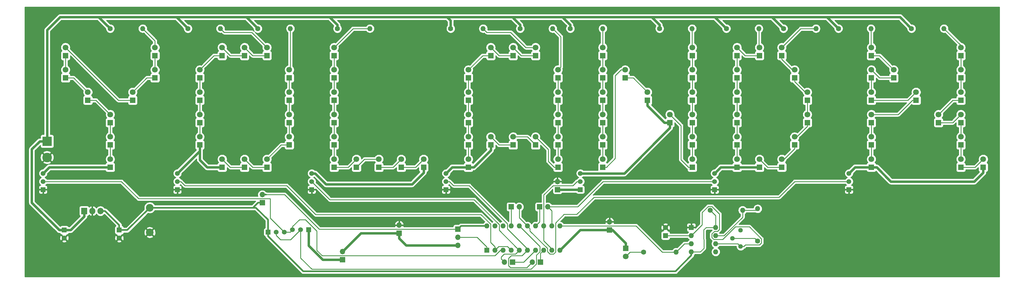
<source format=gbr>
G04 #@! TF.GenerationSoftware,KiCad,Pcbnew,5.1.4-e60b266~84~ubuntu16.04.1*
G04 #@! TF.CreationDate,2019-08-26T00:50:47+07:00*
G04 #@! TF.ProjectId,led_yol,6c65645f-796f-46c2-9e6b-696361645f70,1.0*
G04 #@! TF.SameCoordinates,Original*
G04 #@! TF.FileFunction,Copper,L2,Bot*
G04 #@! TF.FilePolarity,Positive*
%FSLAX46Y46*%
G04 Gerber Fmt 4.6, Leading zero omitted, Abs format (unit mm)*
G04 Created by KiCad (PCBNEW 5.1.4-e60b266~84~ubuntu16.04.1) date 2019-08-26 00:50:47*
%MOMM*%
%LPD*%
G04 APERTURE LIST*
%ADD10R,1.500000X1.500000*%
%ADD11C,1.500000*%
%ADD12O,1.600000X1.600000*%
%ADD13R,1.600000X1.600000*%
%ADD14O,1.700000X1.700000*%
%ADD15R,1.700000X1.700000*%
%ADD16C,1.600000*%
%ADD17O,1.905000X2.000000*%
%ADD18R,1.905000X2.000000*%
%ADD19C,1.440000*%
%ADD20C,3.000000*%
%ADD21R,3.000000X3.000000*%
%ADD22C,1.800000*%
%ADD23R,1.800000X1.800000*%
%ADD24C,2.400000*%
%ADD25C,0.762000*%
%ADD26C,0.254000*%
%ADD27C,0.508000*%
G04 APERTURE END LIST*
D10*
X85648800Y-163169600D03*
D11*
X80568800Y-163169600D03*
X83108800Y-163169600D03*
D10*
X72895200Y-163889600D03*
D11*
X77975200Y-163889600D03*
X75435200Y-163889600D03*
D10*
X254560800Y-150565400D03*
D11*
X254560800Y-145485400D03*
X254560800Y-148025400D03*
D10*
X212560800Y-150565400D03*
D11*
X212560800Y-145485400D03*
X212560800Y-148025400D03*
D10*
X170560800Y-150565400D03*
D11*
X170560800Y-145485400D03*
X170560800Y-148025400D03*
D10*
X128560800Y-150565400D03*
D11*
X128560800Y-145485400D03*
X128560800Y-148025400D03*
D10*
X86560800Y-150565400D03*
D11*
X86560800Y-145485400D03*
X86560800Y-148025400D03*
D10*
X2560800Y-150565400D03*
D11*
X2560800Y-145485400D03*
X2560800Y-148025400D03*
D10*
X44560800Y-150565400D03*
D11*
X44560800Y-145485400D03*
X44560800Y-148025400D03*
D12*
X141300200Y-161950400D03*
X164160200Y-169570400D03*
X143840200Y-161950400D03*
X161620200Y-169570400D03*
X146380200Y-161950400D03*
X159080200Y-169570400D03*
X148920200Y-161950400D03*
X156540200Y-169570400D03*
X151460200Y-161950400D03*
X154000200Y-169570400D03*
X154000200Y-161950400D03*
X151460200Y-169570400D03*
X156540200Y-161950400D03*
X148920200Y-169570400D03*
X159080200Y-161950400D03*
X146380200Y-169570400D03*
X161620200Y-161950400D03*
X143840200Y-169570400D03*
X164160200Y-161950400D03*
D13*
X141300200Y-169570400D03*
D14*
X113919000Y-161696400D03*
D15*
X113919000Y-164236400D03*
D14*
X96164400Y-170002200D03*
D15*
X96164400Y-172542200D03*
D14*
X163423600Y-148031200D03*
D15*
X163423600Y-150571200D03*
X179705000Y-163195000D03*
D14*
X179705000Y-160655000D03*
X71120000Y-152146000D03*
D15*
X71120000Y-154686000D03*
X148920200Y-155956000D03*
D14*
X151460200Y-155956000D03*
X160375600Y-155956000D03*
D15*
X157835600Y-155956000D03*
D14*
X155575000Y-173253400D03*
D15*
X158115000Y-173253400D03*
D14*
X146812000Y-173253400D03*
D15*
X149352000Y-173253400D03*
D12*
X221295600Y-157011800D03*
D16*
X211135600Y-157011800D03*
D12*
X226020000Y-156561800D03*
D16*
X226020000Y-166721800D03*
D12*
X212892589Y-162438200D03*
X205272589Y-170058200D03*
X212892589Y-164978200D03*
X205272589Y-167518200D03*
X212892589Y-167518200D03*
X205272589Y-164978200D03*
X212892589Y-170058200D03*
D13*
X205272589Y-162438200D03*
D17*
X20497800Y-157251400D03*
X17957800Y-157251400D03*
D18*
X15417800Y-157251400D03*
D19*
X220686000Y-168398200D03*
X218146000Y-165858200D03*
X220686000Y-163318200D03*
D12*
X284276800Y-100101400D03*
D16*
X274116800Y-100101400D03*
D12*
X261442200Y-100101400D03*
D16*
X251282200Y-100101400D03*
D12*
X244246400Y-100101400D03*
D16*
X234086400Y-100101400D03*
D12*
X226390200Y-100101400D03*
D16*
X216230200Y-100101400D03*
D12*
X205511400Y-100101400D03*
D16*
X195351400Y-100101400D03*
D12*
X177596800Y-100101400D03*
D16*
X167436800Y-100101400D03*
D12*
X161925000Y-100101400D03*
D16*
X151765000Y-100101400D03*
D12*
X140182600Y-100101400D03*
D16*
X130022600Y-100101400D03*
D12*
X104749600Y-100101400D03*
D16*
X94589600Y-100101400D03*
D12*
X79883000Y-100101400D03*
D16*
X69723000Y-100101400D03*
D12*
X58013600Y-100101400D03*
D16*
X47853600Y-100101400D03*
D12*
X33720800Y-100101400D03*
D16*
X23560800Y-100101400D03*
D12*
X200502400Y-170138200D03*
D16*
X190342400Y-170138200D03*
D14*
X132257800Y-168021000D03*
X132257800Y-165481000D03*
D15*
X132257800Y-162941000D03*
D20*
X3810000Y-140487400D03*
D21*
X3810000Y-135407400D03*
D22*
X296560800Y-141025400D03*
D23*
X296560800Y-143565400D03*
D22*
X289560800Y-141025400D03*
D23*
X289560800Y-143565400D03*
D22*
X289560800Y-134025400D03*
D23*
X289560800Y-136565400D03*
D22*
X289560800Y-127025400D03*
D23*
X289560800Y-129565400D03*
D22*
X282560800Y-127025400D03*
D23*
X282560800Y-129565400D03*
D22*
X289560800Y-120025400D03*
D23*
X289560800Y-122565400D03*
D22*
X289560800Y-113025400D03*
D23*
X289560800Y-115565400D03*
D22*
X289560800Y-106025400D03*
D23*
X289560800Y-108565400D03*
D22*
X261560800Y-141025400D03*
D23*
X261560800Y-143565400D03*
D22*
X261560800Y-134025400D03*
D23*
X261560800Y-136565400D03*
D22*
X261560800Y-127025400D03*
D23*
X261560800Y-129565400D03*
D22*
X275560800Y-120025400D03*
D23*
X275560800Y-122565400D03*
D22*
X261560800Y-120025400D03*
D23*
X261560800Y-122565400D03*
D22*
X261560800Y-113025400D03*
D23*
X261560800Y-115565400D03*
D22*
X268560800Y-113025400D03*
D23*
X268560800Y-115565400D03*
D22*
X261560800Y-106025400D03*
D23*
X261560800Y-108565400D03*
D22*
X226560800Y-141025400D03*
D23*
X226560800Y-143565400D03*
D22*
X233560800Y-141025400D03*
D23*
X233560800Y-143565400D03*
D22*
X237560800Y-134025400D03*
D23*
X237560800Y-136565400D03*
D22*
X241560800Y-127025400D03*
D23*
X241560800Y-129565400D03*
D22*
X241560800Y-120025400D03*
D23*
X241560800Y-122565400D03*
D22*
X237560800Y-113025400D03*
D23*
X237560800Y-115565400D03*
D22*
X233560800Y-106025400D03*
D23*
X233560800Y-108565400D03*
D22*
X219560800Y-141025400D03*
D23*
X219560800Y-143565400D03*
D22*
X219560800Y-134025400D03*
D23*
X219560800Y-136565400D03*
D22*
X219560800Y-127025400D03*
D23*
X219560800Y-129565400D03*
D22*
X219560800Y-120025400D03*
D23*
X219560800Y-122565400D03*
D22*
X219560800Y-113025400D03*
D23*
X219560800Y-115565400D03*
D22*
X219560800Y-106025400D03*
D23*
X219560800Y-108565400D03*
D22*
X226560800Y-106025400D03*
D23*
X226560800Y-108565400D03*
D22*
X198560800Y-127025400D03*
D23*
X198560800Y-129565400D03*
D22*
X205560800Y-141025400D03*
D23*
X205560800Y-143565400D03*
D22*
X205560800Y-134025400D03*
D23*
X205560800Y-136565400D03*
D22*
X205560800Y-127025400D03*
D23*
X205560800Y-129565400D03*
D22*
X205560800Y-120025400D03*
D23*
X205560800Y-122565400D03*
D22*
X205560800Y-113025400D03*
D23*
X205560800Y-115565400D03*
D22*
X205560800Y-106025400D03*
D23*
X205560800Y-108565400D03*
D22*
X191560800Y-120025400D03*
D23*
X191560800Y-122565400D03*
D22*
X184560800Y-113025400D03*
D23*
X184560800Y-115565400D03*
D22*
X177560800Y-141025400D03*
D23*
X177560800Y-143565400D03*
D22*
X177560800Y-134025400D03*
D23*
X177560800Y-136565400D03*
D22*
X177560800Y-127025400D03*
D23*
X177560800Y-129565400D03*
D22*
X177560800Y-120025400D03*
D23*
X177560800Y-122565400D03*
D22*
X177560800Y-113025400D03*
D23*
X177560800Y-115565400D03*
D22*
X177560800Y-106025400D03*
D23*
X177560800Y-108565400D03*
D22*
X142560800Y-134025400D03*
D23*
X142560800Y-136565400D03*
D22*
X149560800Y-134025400D03*
D23*
X149560800Y-136565400D03*
D22*
X156560800Y-134025400D03*
D23*
X156560800Y-136565400D03*
D22*
X163560800Y-141025400D03*
D23*
X163560800Y-143565400D03*
D22*
X163560800Y-134025400D03*
D23*
X163560800Y-136565400D03*
D22*
X163560800Y-127025400D03*
D23*
X163560800Y-129565400D03*
D22*
X163560800Y-120025400D03*
D23*
X163560800Y-122565400D03*
D22*
X163560800Y-113025400D03*
D23*
X163560800Y-115565400D03*
D22*
X135560800Y-141025400D03*
D23*
X135560800Y-143565400D03*
D22*
X135560800Y-134025400D03*
D23*
X135560800Y-136565400D03*
D22*
X135560800Y-127025400D03*
D23*
X135560800Y-129565400D03*
D22*
X135560800Y-120025400D03*
D23*
X135560800Y-122565400D03*
D22*
X135560800Y-113025400D03*
D23*
X135560800Y-115565400D03*
D22*
X142560800Y-106025400D03*
D23*
X142560800Y-108565400D03*
D22*
X149560800Y-106025400D03*
D23*
X149560800Y-108565400D03*
D22*
X156560800Y-106025400D03*
D23*
X156560800Y-108565400D03*
D22*
X121560800Y-141025400D03*
D23*
X121560800Y-143565400D03*
D22*
X114560800Y-141025400D03*
D23*
X114560800Y-143565400D03*
D22*
X107560800Y-141025400D03*
D23*
X107560800Y-143565400D03*
D22*
X100560800Y-141025400D03*
D23*
X100560800Y-143565400D03*
D22*
X93560800Y-141025400D03*
D23*
X93560800Y-143565400D03*
D22*
X93560800Y-134025400D03*
D23*
X93560800Y-136565400D03*
D22*
X93560800Y-127025400D03*
D23*
X93560800Y-129565400D03*
D22*
X93560800Y-120025400D03*
D23*
X93560800Y-122565400D03*
D22*
X93560800Y-113025400D03*
D23*
X93560800Y-115565400D03*
D22*
X93560800Y-106025400D03*
D23*
X93560800Y-108565400D03*
D22*
X58560800Y-141025400D03*
D23*
X58560800Y-143565400D03*
D22*
X65560800Y-141025400D03*
D23*
X65560800Y-143565400D03*
D22*
X72560800Y-141025400D03*
D23*
X72560800Y-143565400D03*
D22*
X79560800Y-134025400D03*
D23*
X79560800Y-136565400D03*
D22*
X79560800Y-127025400D03*
D23*
X79560800Y-129565400D03*
D22*
X79560800Y-120025400D03*
D23*
X79560800Y-122565400D03*
D22*
X79560800Y-113025400D03*
D23*
X79560800Y-115565400D03*
D22*
X51560800Y-134025400D03*
D23*
X51560800Y-136565400D03*
D22*
X51560800Y-127025400D03*
D23*
X51560800Y-129565400D03*
D22*
X51560800Y-120025400D03*
D23*
X51560800Y-122565400D03*
D22*
X51560800Y-113025400D03*
D23*
X51560800Y-115565400D03*
D22*
X58560800Y-106025400D03*
D23*
X58560800Y-108565400D03*
D22*
X65560800Y-106025400D03*
D23*
X65560800Y-108565400D03*
D22*
X72560800Y-106025400D03*
D23*
X72560800Y-108565400D03*
D22*
X23560800Y-141025400D03*
D23*
X23560800Y-143565400D03*
D22*
X23560800Y-134025400D03*
D23*
X23560800Y-136565400D03*
D22*
X23560800Y-127025400D03*
D23*
X23560800Y-129565400D03*
D22*
X16560800Y-120025400D03*
D23*
X16560800Y-122565400D03*
D22*
X9560800Y-113025400D03*
D23*
X9560800Y-115565400D03*
D22*
X9560800Y-106025400D03*
D23*
X9560800Y-108565400D03*
D22*
X30560800Y-120025400D03*
D23*
X30560800Y-122565400D03*
D22*
X37560800Y-113025400D03*
D23*
X37560800Y-115565400D03*
D22*
X37560800Y-106025400D03*
D23*
X37560800Y-108565400D03*
D22*
X184734200Y-171526200D03*
D23*
X184734200Y-168986200D03*
D16*
X197200400Y-162469200D03*
D13*
X197200400Y-164969200D03*
D24*
X35941000Y-163981400D03*
X35941000Y-156231400D03*
D16*
X26390600Y-165745800D03*
D13*
X26390600Y-163245800D03*
D16*
X9194800Y-165745800D03*
D13*
X9194800Y-163245800D03*
D25*
X11185400Y-163245800D02*
X10756800Y-163245800D01*
X10756800Y-163245800D02*
X9194800Y-163245800D01*
X15417800Y-159013400D02*
X11185400Y-163245800D01*
X15417800Y-157251400D02*
X15417800Y-159013400D01*
X270535400Y-96520000D02*
X274116800Y-100101400D01*
X247700800Y-96520000D02*
X247573800Y-96520000D01*
X251282200Y-100101400D02*
X247700800Y-96520000D01*
X247573800Y-96520000D02*
X270535400Y-96520000D01*
X234086400Y-100101400D02*
X230505000Y-96520000D01*
X230505000Y-96520000D02*
X247573800Y-96520000D01*
X212725000Y-96596200D02*
X212725000Y-96520000D01*
X216230200Y-100101400D02*
X212725000Y-96596200D01*
X212725000Y-96520000D02*
X230505000Y-96520000D01*
X195351400Y-100101400D02*
X195351400Y-98970030D01*
X192913000Y-96531630D02*
X192913000Y-96520000D01*
X195351400Y-98970030D02*
X192913000Y-96531630D01*
X192913000Y-96520000D02*
X212725000Y-96520000D01*
X165227000Y-96760230D02*
X165227000Y-96520000D01*
X167436800Y-98970030D02*
X165227000Y-96760230D01*
X167436800Y-100101400D02*
X167436800Y-98970030D01*
X165227000Y-96520000D02*
X192913000Y-96520000D01*
X149606000Y-96811030D02*
X149606000Y-96520000D01*
X151765000Y-98970030D02*
X149606000Y-96811030D01*
X151765000Y-100101400D02*
X151765000Y-98970030D01*
X149606000Y-96520000D02*
X165227000Y-96520000D01*
X130022600Y-97637600D02*
X128905000Y-96520000D01*
X130022600Y-100101400D02*
X130022600Y-97637600D01*
X128905000Y-96520000D02*
X149606000Y-96520000D01*
X92329000Y-96709430D02*
X92329000Y-96520000D01*
X94589600Y-98970030D02*
X92329000Y-96709430D01*
X94589600Y-100101400D02*
X94589600Y-98970030D01*
X92329000Y-96520000D02*
X128905000Y-96520000D01*
X69723000Y-100101400D02*
X68923001Y-99301401D01*
X68923001Y-99276001D02*
X66167000Y-96520000D01*
X68923001Y-99301401D02*
X68923001Y-99276001D01*
X66167000Y-96520000D02*
X92329000Y-96520000D01*
X47053601Y-99250601D02*
X44323000Y-96520000D01*
X47053601Y-99301401D02*
X47053601Y-99250601D01*
X47853600Y-100101400D02*
X47053601Y-99301401D01*
X44323000Y-96520000D02*
X66167000Y-96520000D01*
X22760801Y-99301401D02*
X22720401Y-99301401D01*
X23560800Y-100101400D02*
X22760801Y-99301401D01*
X22720401Y-99301401D02*
X19939000Y-96520000D01*
X19939000Y-96520000D02*
X44323000Y-96520000D01*
X3810000Y-100584000D02*
X3810000Y-135407400D01*
X19939000Y-96520000D02*
X7874000Y-96520000D01*
X7874000Y-96520000D02*
X3810000Y-100584000D01*
X-965200Y-137920600D02*
X-965200Y-154647800D01*
X1548000Y-135407400D02*
X-965200Y-137920600D01*
X7632800Y-163245800D02*
X9194800Y-163245800D01*
X-965200Y-154647800D02*
X7632800Y-163245800D01*
X3810000Y-135407400D02*
X1548000Y-135407400D01*
D26*
X212892589Y-158768789D02*
X212892589Y-162438200D01*
X211135600Y-157011800D02*
X212892589Y-158768789D01*
X209163800Y-163140400D02*
X209866000Y-162438200D01*
X209866000Y-162438200D02*
X212892589Y-162438200D01*
X208062600Y-170058200D02*
X209189200Y-168931600D01*
X205272589Y-170058200D02*
X208062600Y-170058200D01*
X209189200Y-168931600D02*
X209189200Y-166141589D01*
X209189200Y-166141589D02*
X209163800Y-166116189D01*
X209163800Y-166116189D02*
X209163800Y-163140400D01*
X141030200Y-162220400D02*
X141300200Y-161950400D01*
D27*
X26390600Y-161937800D02*
X26390600Y-163245800D01*
X26390600Y-161683700D02*
X26390600Y-161937800D01*
X21958300Y-157251400D02*
X26390600Y-161683700D01*
X20497800Y-157251400D02*
X21958300Y-157251400D01*
X28926600Y-163245800D02*
X26390600Y-163245800D01*
X35941000Y-156231400D02*
X28926600Y-163245800D01*
X200313139Y-176149020D02*
X205272589Y-171189570D01*
X83896620Y-176149020D02*
X200313139Y-176149020D01*
X72895200Y-165147600D02*
X83896620Y-176149020D01*
X205272589Y-171189570D02*
X205272589Y-170058200D01*
X72895200Y-163889600D02*
X72895200Y-165147600D01*
X68462000Y-156231400D02*
X35941000Y-156231400D01*
X69134800Y-156231400D02*
X68462000Y-156231400D01*
X72895200Y-163889600D02*
X72895200Y-159991800D01*
X72895200Y-159991800D02*
X69134800Y-156231400D01*
X68462000Y-155986000D02*
X68462000Y-156231400D01*
X69762000Y-154686000D02*
X68462000Y-155986000D01*
X71120000Y-154686000D02*
X69762000Y-154686000D01*
D26*
X197209400Y-164978200D02*
X197200400Y-164969200D01*
X205272589Y-164978200D02*
X197209400Y-164978200D01*
X219806000Y-167518200D02*
X220686000Y-168398200D01*
X212892589Y-167518200D02*
X219806000Y-167518200D01*
X206072588Y-164178201D02*
X205272589Y-164978200D01*
X214073590Y-158201908D02*
X211702481Y-155830799D01*
X213459470Y-163619201D02*
X214073590Y-163005081D01*
X211711588Y-165545081D02*
X211711588Y-164411319D01*
X212325708Y-166159201D02*
X211711588Y-165545081D01*
X208655791Y-161594998D02*
X206072588Y-164178201D01*
X210568719Y-155830799D02*
X208655791Y-157743727D01*
X219009635Y-162217199D02*
X215067633Y-166159201D01*
X208655791Y-157743727D02*
X208655791Y-161594998D01*
X211702481Y-155830799D02*
X210568719Y-155830799D01*
X223431199Y-162217199D02*
X219009635Y-162217199D01*
X227201001Y-165987001D02*
X223431199Y-162217199D01*
X214073590Y-163005081D02*
X214073590Y-158201908D01*
X212503706Y-163619201D02*
X213459470Y-163619201D01*
X215067633Y-166159201D02*
X212325708Y-166159201D01*
X226586881Y-167902801D02*
X227201001Y-167288681D01*
X227201001Y-167288681D02*
X227201001Y-165987001D01*
X222199632Y-167902801D02*
X226586881Y-167902801D01*
X211711588Y-164411319D02*
X212503706Y-163619201D01*
X221704233Y-168398200D02*
X222199632Y-167902801D01*
X220686000Y-168398200D02*
X221704233Y-168398200D01*
X186122200Y-170138200D02*
X184734200Y-171526200D01*
X190342400Y-170138200D02*
X186122200Y-170138200D01*
X37560800Y-103941400D02*
X37560800Y-106025400D01*
X33720800Y-100101400D02*
X37560800Y-103941400D01*
X37560800Y-108565400D02*
X37560800Y-113025400D01*
X35020800Y-115565400D02*
X30560800Y-120025400D01*
X37560800Y-115565400D02*
X35020800Y-115565400D01*
X26100800Y-122565400D02*
X30560800Y-122565400D01*
X9560800Y-106025400D02*
X26100800Y-122565400D01*
X9560800Y-109719400D02*
X9560800Y-113025400D01*
X9560800Y-108565400D02*
X9560800Y-109719400D01*
X12100800Y-115565400D02*
X16560800Y-120025400D01*
X9560800Y-115565400D02*
X12100800Y-115565400D01*
X19100800Y-122565400D02*
X23560800Y-127025400D01*
X16560800Y-122565400D02*
X19100800Y-122565400D01*
X23560800Y-129565400D02*
X23560800Y-134025400D01*
X23560800Y-137719400D02*
X23560800Y-141025400D01*
X23560800Y-136565400D02*
X23560800Y-137719400D01*
D25*
X4480800Y-143565400D02*
X2560800Y-145485400D01*
X23560800Y-143565400D02*
X4480800Y-143565400D01*
D26*
X67817801Y-101282401D02*
X71660801Y-105125401D01*
X59194601Y-101282401D02*
X67817801Y-101282401D01*
X71660801Y-105125401D02*
X72560800Y-106025400D01*
X58013600Y-100101400D02*
X59194601Y-101282401D01*
X68100800Y-108565400D02*
X65560800Y-106025400D01*
X72560800Y-108565400D02*
X68100800Y-108565400D01*
X61100800Y-108565400D02*
X58560800Y-106025400D01*
X65560800Y-108565400D02*
X61100800Y-108565400D01*
X56020800Y-108565400D02*
X51560800Y-113025400D01*
X58560800Y-108565400D02*
X56020800Y-108565400D01*
X51560800Y-116719400D02*
X51560800Y-120025400D01*
X51560800Y-115565400D02*
X51560800Y-116719400D01*
X51560800Y-123719400D02*
X51560800Y-127025400D01*
X51560800Y-122565400D02*
X51560800Y-123719400D01*
X51560800Y-130719400D02*
X51560800Y-134025400D01*
X51560800Y-129565400D02*
X51560800Y-130719400D01*
D25*
X44785800Y-148025400D02*
X44560800Y-148025400D01*
X51560800Y-136565400D02*
X51560800Y-141250400D01*
X53875800Y-143565400D02*
X58560800Y-143565400D01*
X51560800Y-141250400D02*
X53875800Y-143565400D01*
X51560800Y-138485400D02*
X51560800Y-136565400D01*
X44560800Y-145485400D02*
X51560800Y-138485400D01*
D26*
X79883000Y-112703200D02*
X79560800Y-113025400D01*
X79883000Y-100101400D02*
X79883000Y-112703200D01*
X79560800Y-115565400D02*
X79560800Y-120025400D01*
X79560800Y-125752608D02*
X79560800Y-122565400D01*
X79560800Y-127025400D02*
X79560800Y-125752608D01*
X79560800Y-129565400D02*
X79560800Y-134025400D01*
X77020800Y-136565400D02*
X72560800Y-141025400D01*
X79560800Y-136565400D02*
X77020800Y-136565400D01*
X68100800Y-143565400D02*
X65560800Y-141025400D01*
X72560800Y-143565400D02*
X68100800Y-143565400D01*
X61100800Y-143565400D02*
X58560800Y-141025400D01*
X65560800Y-143565400D02*
X61100800Y-143565400D01*
X99484800Y-100101400D02*
X93560800Y-106025400D01*
X104749600Y-100101400D02*
X99484800Y-100101400D01*
X93560800Y-109719400D02*
X93560800Y-113025400D01*
X93560800Y-108565400D02*
X93560800Y-109719400D01*
X93560800Y-115565400D02*
X93560800Y-120025400D01*
X93560800Y-122565400D02*
X93560800Y-127025400D01*
X93560800Y-132752608D02*
X93560800Y-129565400D01*
X93560800Y-134025400D02*
X93560800Y-132752608D01*
X93560800Y-137719400D02*
X93560800Y-141025400D01*
X93560800Y-136565400D02*
X93560800Y-137719400D01*
X98020800Y-143565400D02*
X100560800Y-141025400D01*
X93560800Y-143565400D02*
X98020800Y-143565400D01*
X103100800Y-141025400D02*
X100560800Y-143565400D01*
X107560800Y-141025400D02*
X103100800Y-141025400D01*
X112020800Y-143565400D02*
X114560800Y-141025400D01*
X107560800Y-143565400D02*
X112020800Y-143565400D01*
X119020800Y-143565400D02*
X121560800Y-141025400D01*
X114560800Y-143565400D02*
X119020800Y-143565400D01*
D25*
X87621460Y-145485400D02*
X86560800Y-145485400D01*
X91005460Y-148869400D02*
X87621460Y-145485400D01*
X121560800Y-143565400D02*
X121560800Y-145227400D01*
X121560800Y-145227400D02*
X117918800Y-148869400D01*
X117918800Y-148869400D02*
X91005460Y-148869400D01*
D26*
X153523400Y-106025400D02*
X156560800Y-106025400D01*
X148780401Y-101282401D02*
X153523400Y-106025400D01*
X140182600Y-100101400D02*
X141363601Y-101282401D01*
X141363601Y-101282401D02*
X148780401Y-101282401D01*
X152100800Y-108565400D02*
X149560800Y-106025400D01*
X156560800Y-108565400D02*
X152100800Y-108565400D01*
X145100800Y-108565400D02*
X142560800Y-106025400D01*
X149560800Y-108565400D02*
X145100800Y-108565400D01*
X140020800Y-108565400D02*
X135560800Y-113025400D01*
X142560800Y-108565400D02*
X140020800Y-108565400D01*
X135560800Y-115565400D02*
X135560800Y-120025400D01*
X135560800Y-122565400D02*
X135560800Y-127025400D01*
X135560800Y-129565400D02*
X135560800Y-134025400D01*
X135560800Y-136565400D02*
X135560800Y-141025400D01*
D25*
X142560800Y-138227400D02*
X137222800Y-143565400D01*
X137222800Y-143565400D02*
X135560800Y-143565400D01*
X142560800Y-136565400D02*
X142560800Y-138227400D01*
X130480800Y-143565400D02*
X135560800Y-143565400D01*
X128560800Y-145485400D02*
X130480800Y-143565400D01*
D26*
X164460799Y-102637199D02*
X162724999Y-100901399D01*
X162724999Y-100901399D02*
X161925000Y-100101400D01*
X164460799Y-112125401D02*
X164460799Y-102637199D01*
X163560800Y-113025400D02*
X164460799Y-112125401D01*
X163560800Y-115565400D02*
X163560800Y-120025400D01*
X163560800Y-123719400D02*
X163560800Y-127025400D01*
X163560800Y-122565400D02*
X163560800Y-123719400D01*
X163560800Y-129565400D02*
X163560800Y-134025400D01*
X163560800Y-137719400D02*
X163560800Y-141025400D01*
X163560800Y-136565400D02*
X163560800Y-137719400D01*
X162406800Y-143565400D02*
X163560800Y-143565400D01*
X160528000Y-141686600D02*
X162406800Y-143565400D01*
X160528000Y-137992600D02*
X160528000Y-141686600D01*
X156560800Y-134025400D02*
X160528000Y-137992600D01*
X154020800Y-134025400D02*
X156560800Y-136565400D01*
X149560800Y-134025400D02*
X154020800Y-134025400D01*
X145100800Y-136565400D02*
X149560800Y-136565400D01*
X142560800Y-134025400D02*
X145100800Y-136565400D01*
X177596800Y-105989400D02*
X177560800Y-106025400D01*
X177596800Y-100101400D02*
X177596800Y-105989400D01*
X177560800Y-109719400D02*
X177560800Y-113025400D01*
X177560800Y-108565400D02*
X177560800Y-109719400D01*
X177560800Y-115565400D02*
X177560800Y-120025400D01*
X177560800Y-122565400D02*
X177560800Y-127025400D01*
X177560800Y-130719400D02*
X177560800Y-134025400D01*
X177560800Y-129565400D02*
X177560800Y-130719400D01*
X177560800Y-136565400D02*
X177560800Y-141025400D01*
X183288008Y-113025400D02*
X181483000Y-114830408D01*
X184560800Y-113025400D02*
X183288008Y-113025400D01*
X181483000Y-140797200D02*
X181483000Y-114830408D01*
X178714800Y-143565400D02*
X181483000Y-140797200D01*
X177560800Y-143565400D02*
X178714800Y-143565400D01*
X187100800Y-115565400D02*
X191560800Y-120025400D01*
X184560800Y-115565400D02*
X187100800Y-115565400D01*
D25*
X198560800Y-131227400D02*
X198560800Y-129565400D01*
X184302800Y-145485400D02*
X198560800Y-131227400D01*
X170560800Y-145485400D02*
X184302800Y-145485400D01*
X191560800Y-124227400D02*
X191560800Y-122565400D01*
X196898800Y-129565400D02*
X191560800Y-124227400D01*
X198560800Y-129565400D02*
X196898800Y-129565400D01*
D26*
X205511400Y-105976000D02*
X205560800Y-106025400D01*
X205511400Y-100101400D02*
X205511400Y-105976000D01*
X205560800Y-109719400D02*
X205560800Y-113025400D01*
X205560800Y-108565400D02*
X205560800Y-109719400D01*
X205560800Y-115565400D02*
X205560800Y-120025400D01*
X205560800Y-123719400D02*
X205560800Y-127025400D01*
X205560800Y-122565400D02*
X205560800Y-123719400D01*
X205560800Y-130719400D02*
X205560800Y-134025400D01*
X205560800Y-129565400D02*
X205560800Y-130719400D01*
X205560800Y-136565400D02*
X205560800Y-141025400D01*
X204406800Y-143565400D02*
X202057000Y-141215600D01*
X205560800Y-143565400D02*
X204406800Y-143565400D01*
X202057000Y-130521600D02*
X198560800Y-127025400D01*
X202057000Y-141215600D02*
X202057000Y-130521600D01*
X226390200Y-105854800D02*
X226560800Y-106025400D01*
X226390200Y-100101400D02*
X226390200Y-105854800D01*
X222100800Y-108565400D02*
X219560800Y-106025400D01*
X226560800Y-108565400D02*
X222100800Y-108565400D01*
X219560800Y-109719400D02*
X219560800Y-113025400D01*
X219560800Y-108565400D02*
X219560800Y-109719400D01*
X219560800Y-116719400D02*
X219560800Y-120025400D01*
X219560800Y-115565400D02*
X219560800Y-116719400D01*
X219560800Y-123719400D02*
X219560800Y-127025400D01*
X219560800Y-122565400D02*
X219560800Y-123719400D01*
X219560800Y-130719400D02*
X219560800Y-134025400D01*
X219560800Y-129565400D02*
X219560800Y-130719400D01*
X219560800Y-136565400D02*
X219560800Y-141025400D01*
D25*
X226560800Y-143565400D02*
X219560800Y-143565400D01*
X214480800Y-143565400D02*
X212560800Y-145485400D01*
X219560800Y-143565400D02*
X214480800Y-143565400D01*
D26*
X239484800Y-100101400D02*
X233560800Y-106025400D01*
X244246400Y-100101400D02*
X239484800Y-100101400D01*
X236866800Y-113025400D02*
X237560800Y-113025400D01*
X233560800Y-109719400D02*
X236866800Y-113025400D01*
X233560800Y-108565400D02*
X233560800Y-109719400D01*
X240866800Y-120025400D02*
X241560800Y-120025400D01*
X237560800Y-116719400D02*
X240866800Y-120025400D01*
X237560800Y-115565400D02*
X237560800Y-116719400D01*
X241560800Y-123719400D02*
X241560800Y-127025400D01*
X241560800Y-122565400D02*
X241560800Y-123719400D01*
X241560800Y-130719400D02*
X238254800Y-134025400D01*
X238254800Y-134025400D02*
X237560800Y-134025400D01*
X241560800Y-129565400D02*
X241560800Y-130719400D01*
X234254800Y-141025400D02*
X233560800Y-141025400D01*
X237560800Y-137719400D02*
X234254800Y-141025400D01*
X237560800Y-136565400D02*
X237560800Y-137719400D01*
X229100800Y-143565400D02*
X226560800Y-141025400D01*
X233560800Y-143565400D02*
X229100800Y-143565400D01*
X261442200Y-105906800D02*
X261560800Y-106025400D01*
X261442200Y-100101400D02*
X261442200Y-105906800D01*
X264100800Y-108565400D02*
X268560800Y-113025400D01*
X261560800Y-108565400D02*
X264100800Y-108565400D01*
X264100800Y-115565400D02*
X261560800Y-113025400D01*
X268560800Y-115565400D02*
X264100800Y-115565400D01*
X261560800Y-115565400D02*
X261560800Y-120025400D01*
X273020800Y-122565400D02*
X275560800Y-120025400D01*
X261560800Y-122565400D02*
X273020800Y-122565400D01*
X262833592Y-127025400D02*
X261560800Y-127025400D01*
X269946800Y-127025400D02*
X262833592Y-127025400D01*
X274406800Y-122565400D02*
X269946800Y-127025400D01*
X275560800Y-122565400D02*
X274406800Y-122565400D01*
X261560800Y-129565400D02*
X261560800Y-134025400D01*
X261560800Y-136565400D02*
X261560800Y-141025400D01*
D25*
X296560800Y-145227400D02*
X293762800Y-148025400D01*
X296560800Y-143565400D02*
X296560800Y-145227400D01*
X256480800Y-143565400D02*
X261560800Y-143565400D01*
X254560800Y-145485400D02*
X256480800Y-143565400D01*
X267682800Y-148025400D02*
X293762800Y-148025400D01*
X263222800Y-143565400D02*
X267682800Y-148025400D01*
X261560800Y-143565400D02*
X263222800Y-143565400D01*
D26*
X289560800Y-105385400D02*
X289560800Y-106025400D01*
X284276800Y-100101400D02*
X289560800Y-105385400D01*
X289560800Y-109719400D02*
X289560800Y-113025400D01*
X289560800Y-108565400D02*
X289560800Y-109719400D01*
X289560800Y-115565400D02*
X289560800Y-120025400D01*
X287020800Y-122565400D02*
X282560800Y-127025400D01*
X289560800Y-122565400D02*
X287020800Y-122565400D01*
X287020800Y-129565400D02*
X289560800Y-127025400D01*
X282560800Y-129565400D02*
X287020800Y-129565400D01*
X289560800Y-130719400D02*
X289560800Y-134025400D01*
X289560800Y-129565400D02*
X289560800Y-130719400D01*
X289560800Y-137719400D02*
X289560800Y-141025400D01*
X289560800Y-136565400D02*
X289560800Y-137719400D01*
X294020800Y-143565400D02*
X296560800Y-141025400D01*
X289560800Y-143565400D02*
X294020800Y-143565400D01*
X141300200Y-169570400D02*
X141300200Y-169170400D01*
X133459881Y-165481000D02*
X132257800Y-165481000D01*
X138264800Y-165481000D02*
X133459881Y-165481000D01*
X141300200Y-168516400D02*
X138264800Y-165481000D01*
X141300200Y-169570400D02*
X141300200Y-168516400D01*
X146380200Y-169570400D02*
X145588082Y-169570400D01*
X145588082Y-169570400D02*
X143899071Y-171259411D01*
X143899071Y-171259411D02*
X89827011Y-171259411D01*
X89827011Y-171259411D02*
X88188800Y-169621200D01*
X32435800Y-153416000D02*
X73580200Y-153416000D01*
X2560800Y-148025400D02*
X27045200Y-148025400D01*
X27045200Y-148025400D02*
X32435800Y-153416000D01*
X73580200Y-159494600D02*
X77975200Y-163889600D01*
X73580200Y-153416000D02*
X73580200Y-159494600D01*
X79848800Y-163889600D02*
X80568800Y-163169600D01*
X77975200Y-163889600D02*
X79848800Y-163889600D01*
X82708540Y-159969200D02*
X84634202Y-159969200D01*
X88188800Y-163523798D02*
X88188800Y-169621200D01*
X80568800Y-162108940D02*
X82708540Y-159969200D01*
X84634202Y-159969200D02*
X88188800Y-163523798D01*
X80568800Y-163169600D02*
X80568800Y-162108940D01*
X83108800Y-164230260D02*
X83108800Y-163169600D01*
X83108800Y-171989219D02*
X83108800Y-164230260D01*
X86633591Y-175514010D02*
X83108800Y-171989219D01*
X155136272Y-175514010D02*
X86633591Y-175514010D01*
X157899199Y-168389399D02*
X157899199Y-170032967D01*
X156806001Y-171126165D02*
X156806001Y-173844281D01*
X151460200Y-161950400D02*
X157899199Y-168389399D01*
X157899199Y-170032967D02*
X156806001Y-171126165D01*
X156806001Y-173844281D02*
X155136272Y-175514010D01*
X75435200Y-164950260D02*
X76778740Y-166293800D01*
X75435200Y-163889600D02*
X75435200Y-164950260D01*
X79984600Y-166293800D02*
X83108800Y-163169600D01*
X76778740Y-166293800D02*
X79984600Y-166293800D01*
X145021201Y-168389399D02*
X144640199Y-168770401D01*
X147739199Y-168389399D02*
X145021201Y-168389399D01*
X144640199Y-168770401D02*
X143840200Y-169570400D01*
X148920200Y-169570400D02*
X147739199Y-168389399D01*
X142481201Y-161383519D02*
X139466682Y-158369000D01*
X142481201Y-167080031D02*
X142481201Y-161383519D01*
X143840200Y-169570400D02*
X143840200Y-168439030D01*
X143840200Y-168439030D02*
X142481201Y-167080031D01*
X87807800Y-158369000D02*
X78734200Y-149295400D01*
X139466682Y-158369000D02*
X87807800Y-158369000D01*
X46891460Y-149295400D02*
X78734200Y-149295400D01*
X45621460Y-148025400D02*
X46891460Y-149295400D01*
X44560800Y-148025400D02*
X45621460Y-148025400D01*
X150279199Y-170751401D02*
X146748599Y-170751401D01*
X151460200Y-169570400D02*
X150279199Y-170751401D01*
X146748599Y-170751401D02*
X145796000Y-171704000D01*
X145796000Y-172237400D02*
X146812000Y-173253400D01*
X145796000Y-171704000D02*
X145796000Y-172237400D01*
X86560800Y-148025400D02*
X92256200Y-153720800D01*
X145199199Y-163309399D02*
X150660201Y-168770401D01*
X150660201Y-168770401D02*
X151460200Y-169570400D01*
X145199199Y-161561517D02*
X145199199Y-163309399D01*
X92256200Y-153720800D02*
X137358482Y-153720800D01*
X137358482Y-153720800D02*
X145199199Y-161561517D01*
X147739190Y-162909390D02*
X154000200Y-169170400D01*
X147739190Y-161239190D02*
X147739190Y-162909390D01*
X154000200Y-169170400D02*
X154000200Y-169570400D01*
X135795400Y-149295400D02*
X147739190Y-161239190D01*
X148120999Y-172098599D02*
X148120999Y-174408201D01*
X148120999Y-174408201D02*
X148718798Y-175006000D01*
X148960187Y-171259411D02*
X148120999Y-172098599D01*
X154000200Y-169570400D02*
X152311189Y-171259411D01*
X152311189Y-171259411D02*
X148960187Y-171259411D01*
X153822400Y-175006000D02*
X155575000Y-173253400D01*
X148718798Y-175006000D02*
X153822400Y-175006000D01*
X130891460Y-149295400D02*
X135795400Y-149295400D01*
X129621460Y-148025400D02*
X130891460Y-149295400D01*
X128560800Y-148025400D02*
X129621460Y-148025400D01*
X159080200Y-163404400D02*
X159080200Y-161950400D01*
X159080200Y-166630400D02*
X159080200Y-163404400D01*
X161620200Y-169170400D02*
X159080200Y-166630400D01*
X161620200Y-169570400D02*
X161620200Y-169170400D01*
X159080200Y-161950400D02*
X159080200Y-152247600D01*
X159080200Y-152247600D02*
X162032400Y-149295400D01*
X168230140Y-149295400D02*
X162032400Y-149295400D01*
X169500140Y-148025400D02*
X168230140Y-149295400D01*
X170560800Y-148025400D02*
X169500140Y-148025400D01*
X161620200Y-161550400D02*
X161620200Y-161950400D01*
X161620200Y-157200600D02*
X160375600Y-155956000D01*
X161620200Y-161950400D02*
X161620200Y-157200600D01*
X212560800Y-148025400D02*
X177667200Y-148025400D01*
X169736600Y-155956000D02*
X160375600Y-155956000D01*
X177667200Y-148025400D02*
X169736600Y-155956000D01*
X154000200Y-161950400D02*
X154000200Y-162350400D01*
X151460200Y-159410400D02*
X154000200Y-161950400D01*
X151460200Y-155956000D02*
X151460200Y-159410400D01*
X154800199Y-163542517D02*
X154800199Y-162750399D01*
X160261201Y-169003519D02*
X154800199Y-163542517D01*
X169468800Y-158343600D02*
X165461836Y-158343600D01*
X154800199Y-162750399D02*
X154000200Y-161950400D01*
X254560800Y-148025400D02*
X237622800Y-148025400D01*
X162187081Y-170751401D02*
X161053319Y-170751401D01*
X174879000Y-152933400D02*
X169468800Y-158343600D01*
X232714800Y-152933400D02*
X174879000Y-152933400D01*
X162801201Y-170137281D02*
X162187081Y-170751401D01*
X160261201Y-169959283D02*
X160261201Y-169003519D01*
X237622800Y-148025400D02*
X232714800Y-152933400D01*
X165461836Y-158343600D02*
X162801201Y-161004235D01*
X162801201Y-161004235D02*
X162801201Y-170137281D01*
X161053319Y-170751401D02*
X160261201Y-169959283D01*
X221295600Y-157011800D02*
X221295600Y-159212800D01*
X215530200Y-164978200D02*
X212892589Y-164978200D01*
X221295600Y-159212800D02*
X215530200Y-164978200D01*
X225570000Y-157011800D02*
X226020000Y-156561800D01*
X221295600Y-157011800D02*
X225570000Y-157011800D01*
X203122400Y-167518200D02*
X205272589Y-167518200D01*
X200502400Y-170138200D02*
X203122400Y-167518200D01*
X165291570Y-161950400D02*
X165316970Y-161925000D01*
X164160200Y-161950400D02*
X165291570Y-161950400D01*
X187934600Y-161950400D02*
X164160200Y-161950400D01*
X187960000Y-161925000D02*
X187934600Y-161950400D01*
X200502400Y-170138200D02*
X196173200Y-170138200D01*
X196173200Y-170138200D02*
X187960000Y-161925000D01*
X225156400Y-165858200D02*
X218146000Y-165858200D01*
X226020000Y-166721800D02*
X225156400Y-165858200D01*
X152857200Y-173253400D02*
X149352000Y-173253400D01*
X156540200Y-169570400D02*
X152857200Y-173253400D01*
X158115000Y-170535600D02*
X159080200Y-169570400D01*
X158115000Y-173253400D02*
X158115000Y-170535600D01*
X157835600Y-160655000D02*
X156540200Y-161950400D01*
X157835600Y-155956000D02*
X157835600Y-160655000D01*
X148920200Y-162350400D02*
X148920200Y-161950400D01*
X148920200Y-155956000D02*
X148920200Y-161950400D01*
D27*
X133248400Y-161950400D02*
X132257800Y-162941000D01*
X141300200Y-161950400D02*
X133248400Y-161950400D01*
D26*
X88900000Y-162941000D02*
X78105000Y-152146000D01*
X132257800Y-162941000D02*
X88900000Y-162941000D01*
D27*
X72322081Y-152146000D02*
X71120000Y-152146000D01*
D26*
X78105000Y-152146000D02*
X72322081Y-152146000D01*
D25*
X170535600Y-163195000D02*
X179705000Y-163195000D01*
X164160200Y-169570400D02*
X170535600Y-163195000D01*
X180605000Y-163195000D02*
X179705000Y-163195000D01*
X184734200Y-167324200D02*
X180605000Y-163195000D01*
X184734200Y-168986200D02*
X184734200Y-167324200D01*
X170555000Y-150571200D02*
X170560800Y-150565400D01*
X163423600Y-150571200D02*
X170555000Y-150571200D01*
X101930200Y-164236400D02*
X113919000Y-164236400D01*
X96164400Y-170002200D02*
X101930200Y-164236400D01*
X113919000Y-165848400D02*
X113919000Y-164236400D01*
X116091600Y-168021000D02*
X113919000Y-165848400D01*
X132257800Y-168021000D02*
X116091600Y-168021000D01*
X94552400Y-172542200D02*
X96164400Y-172542200D01*
X90032156Y-172542200D02*
X94552400Y-172542200D01*
X85648800Y-163169600D02*
X85648800Y-168158844D01*
X85648800Y-168158844D02*
X90032156Y-172542200D01*
D26*
G36*
X301600001Y-153891572D02*
G01*
X301600000Y-153891582D01*
X301600001Y-154907572D01*
X301600000Y-154907582D01*
X301600001Y-161257572D01*
X301600000Y-161257582D01*
X301600001Y-177902000D01*
X-3150000Y-177902000D01*
X-3150000Y-166738502D01*
X8381703Y-166738502D01*
X8453286Y-166982471D01*
X8708796Y-167103371D01*
X8982984Y-167172100D01*
X9265312Y-167186017D01*
X9544930Y-167144587D01*
X9811092Y-167049403D01*
X9936314Y-166982471D01*
X10007897Y-166738502D01*
X25577503Y-166738502D01*
X25649086Y-166982471D01*
X25904596Y-167103371D01*
X26178784Y-167172100D01*
X26461112Y-167186017D01*
X26740730Y-167144587D01*
X27006892Y-167049403D01*
X27132114Y-166982471D01*
X27203697Y-166738502D01*
X26390600Y-165925405D01*
X25577503Y-166738502D01*
X10007897Y-166738502D01*
X9194800Y-165925405D01*
X8381703Y-166738502D01*
X-3150000Y-166738502D01*
X-3150000Y-165816312D01*
X7754583Y-165816312D01*
X7796013Y-166095930D01*
X7891197Y-166362092D01*
X7958129Y-166487314D01*
X8202098Y-166558897D01*
X9015195Y-165745800D01*
X9374405Y-165745800D01*
X10187502Y-166558897D01*
X10431471Y-166487314D01*
X10552371Y-166231804D01*
X10621100Y-165957616D01*
X10628065Y-165816312D01*
X24950383Y-165816312D01*
X24991813Y-166095930D01*
X25086997Y-166362092D01*
X25153929Y-166487314D01*
X25397898Y-166558897D01*
X26210995Y-165745800D01*
X26570205Y-165745800D01*
X27383302Y-166558897D01*
X27627271Y-166487314D01*
X27748171Y-166231804D01*
X27816900Y-165957616D01*
X27830817Y-165675288D01*
X27789387Y-165395670D01*
X27740648Y-165259380D01*
X34842626Y-165259380D01*
X34962514Y-165544236D01*
X35286210Y-165705099D01*
X35635069Y-165799722D01*
X35995684Y-165824467D01*
X36354198Y-165778385D01*
X36696833Y-165663246D01*
X36919486Y-165544236D01*
X37039374Y-165259380D01*
X35941000Y-164161005D01*
X34842626Y-165259380D01*
X27740648Y-165259380D01*
X27694203Y-165129508D01*
X27627271Y-165004286D01*
X27383302Y-164932703D01*
X26570205Y-165745800D01*
X26210995Y-165745800D01*
X25397898Y-164932703D01*
X25153929Y-165004286D01*
X25033029Y-165259796D01*
X24964300Y-165533984D01*
X24950383Y-165816312D01*
X10628065Y-165816312D01*
X10635017Y-165675288D01*
X10593587Y-165395670D01*
X10498403Y-165129508D01*
X10431471Y-165004286D01*
X10187502Y-164932703D01*
X9374405Y-165745800D01*
X9015195Y-165745800D01*
X8202098Y-164932703D01*
X7958129Y-165004286D01*
X7837229Y-165259796D01*
X7768500Y-165533984D01*
X7754583Y-165816312D01*
X-3150000Y-165816312D01*
X-3150000Y-137920600D01*
X-1986115Y-137920600D01*
X-1981200Y-137970502D01*
X-1981199Y-154597888D01*
X-1986115Y-154647800D01*
X-1966498Y-154846970D01*
X-1911627Y-155027851D01*
X-1908401Y-155038487D01*
X-1814059Y-155214990D01*
X-1687095Y-155369696D01*
X-1648332Y-155401508D01*
X6879092Y-163928933D01*
X6910904Y-163967696D01*
X7065610Y-164094660D01*
X7242113Y-164189002D01*
X7433629Y-164247098D01*
X7582898Y-164261800D01*
X7582905Y-164261800D01*
X7632799Y-164266714D01*
X7682693Y-164261800D01*
X7796750Y-164261800D01*
X7805298Y-164289980D01*
X7864263Y-164400294D01*
X7943615Y-164496985D01*
X8040306Y-164576337D01*
X8150620Y-164635302D01*
X8270318Y-164671612D01*
X8394800Y-164683872D01*
X8402015Y-164683872D01*
X8381703Y-164753098D01*
X9194800Y-165566195D01*
X10007897Y-164753098D01*
X9987585Y-164683872D01*
X9994800Y-164683872D01*
X10119282Y-164671612D01*
X10238980Y-164635302D01*
X10349294Y-164576337D01*
X10445985Y-164496985D01*
X10525337Y-164400294D01*
X10584302Y-164289980D01*
X10592850Y-164261800D01*
X11135498Y-164261800D01*
X11185400Y-164266715D01*
X11235302Y-164261800D01*
X11384571Y-164247098D01*
X11576087Y-164189002D01*
X11752590Y-164094660D01*
X11907296Y-163967696D01*
X11939112Y-163928928D01*
X16100933Y-159767108D01*
X16139696Y-159735296D01*
X16266660Y-159580590D01*
X16361002Y-159404087D01*
X16404165Y-159261798D01*
X16419098Y-159212572D01*
X16428473Y-159117385D01*
X16433800Y-159063302D01*
X16433800Y-159063295D01*
X16438714Y-159013401D01*
X16433800Y-158963507D01*
X16433800Y-158883218D01*
X16494782Y-158877212D01*
X16614480Y-158840902D01*
X16724794Y-158781937D01*
X16821485Y-158702585D01*
X16900837Y-158605894D01*
X16949859Y-158514181D01*
X17090877Y-158627369D01*
X17366706Y-158770971D01*
X17584820Y-158841963D01*
X17830800Y-158721994D01*
X17830800Y-157378400D01*
X17810800Y-157378400D01*
X17810800Y-157124400D01*
X17830800Y-157124400D01*
X17830800Y-155780806D01*
X17584820Y-155660837D01*
X17366706Y-155731829D01*
X17090877Y-155875431D01*
X16949859Y-155988619D01*
X16900837Y-155896906D01*
X16821485Y-155800215D01*
X16724794Y-155720863D01*
X16614480Y-155661898D01*
X16494782Y-155625588D01*
X16370300Y-155613328D01*
X14465300Y-155613328D01*
X14340818Y-155625588D01*
X14221120Y-155661898D01*
X14110806Y-155720863D01*
X14014115Y-155800215D01*
X13934763Y-155896906D01*
X13875798Y-156007220D01*
X13839488Y-156126918D01*
X13827228Y-156251400D01*
X13827228Y-158251400D01*
X13839488Y-158375882D01*
X13875798Y-158495580D01*
X13934763Y-158605894D01*
X14014115Y-158702585D01*
X14110806Y-158781937D01*
X14177026Y-158817333D01*
X10764560Y-162229800D01*
X10592850Y-162229800D01*
X10584302Y-162201620D01*
X10525337Y-162091306D01*
X10445985Y-161994615D01*
X10349294Y-161915263D01*
X10238980Y-161856298D01*
X10119282Y-161819988D01*
X9994800Y-161807728D01*
X8394800Y-161807728D01*
X8270318Y-161819988D01*
X8150620Y-161856298D01*
X8040306Y-161915263D01*
X7943615Y-161994615D01*
X7887199Y-162063358D01*
X50800Y-154226960D01*
X50800Y-151315400D01*
X1172728Y-151315400D01*
X1184988Y-151439882D01*
X1221298Y-151559580D01*
X1280263Y-151669894D01*
X1359615Y-151766585D01*
X1456306Y-151845937D01*
X1566620Y-151904902D01*
X1686318Y-151941212D01*
X1810800Y-151953472D01*
X2275050Y-151950400D01*
X2433800Y-151791650D01*
X2433800Y-150692400D01*
X2687800Y-150692400D01*
X2687800Y-151791650D01*
X2846550Y-151950400D01*
X3310800Y-151953472D01*
X3435282Y-151941212D01*
X3554980Y-151904902D01*
X3665294Y-151845937D01*
X3761985Y-151766585D01*
X3841337Y-151669894D01*
X3900302Y-151559580D01*
X3936612Y-151439882D01*
X3948872Y-151315400D01*
X3945800Y-150851150D01*
X3787050Y-150692400D01*
X2687800Y-150692400D01*
X2433800Y-150692400D01*
X1334550Y-150692400D01*
X1175800Y-150851150D01*
X1172728Y-151315400D01*
X50800Y-151315400D01*
X50800Y-140530224D01*
X1665098Y-140530224D01*
X1714666Y-140947851D01*
X1844757Y-141347783D01*
X2002786Y-141643438D01*
X2318347Y-141799448D01*
X3630395Y-140487400D01*
X3989605Y-140487400D01*
X5301653Y-141799448D01*
X5617214Y-141643438D01*
X5808020Y-141268655D01*
X5922044Y-140863849D01*
X5954902Y-140444576D01*
X5905334Y-140026949D01*
X5775243Y-139627017D01*
X5617214Y-139331362D01*
X5301653Y-139175352D01*
X3989605Y-140487400D01*
X3630395Y-140487400D01*
X2318347Y-139175352D01*
X2002786Y-139331362D01*
X1811980Y-139706145D01*
X1697956Y-140110951D01*
X1665098Y-140530224D01*
X50800Y-140530224D01*
X50800Y-138995747D01*
X2497952Y-138995747D01*
X3810000Y-140307795D01*
X5122048Y-138995747D01*
X4966038Y-138680186D01*
X4591255Y-138489380D01*
X4186449Y-138375356D01*
X3767176Y-138342498D01*
X3349549Y-138392066D01*
X2949617Y-138522157D01*
X2653962Y-138680186D01*
X2497952Y-138995747D01*
X50800Y-138995747D01*
X50800Y-138341440D01*
X1671928Y-136720313D01*
X1671928Y-136907400D01*
X1684188Y-137031882D01*
X1720498Y-137151580D01*
X1779463Y-137261894D01*
X1858815Y-137358585D01*
X1955506Y-137437937D01*
X2065820Y-137496902D01*
X2185518Y-137533212D01*
X2310000Y-137545472D01*
X5310000Y-137545472D01*
X5434482Y-137533212D01*
X5554180Y-137496902D01*
X5664494Y-137437937D01*
X5761185Y-137358585D01*
X5840537Y-137261894D01*
X5899502Y-137151580D01*
X5935812Y-137031882D01*
X5948072Y-136907400D01*
X5948072Y-133907400D01*
X5935812Y-133782918D01*
X5899502Y-133663220D01*
X5840537Y-133552906D01*
X5761185Y-133456215D01*
X5664494Y-133376863D01*
X5554180Y-133317898D01*
X5434482Y-133281588D01*
X5310000Y-133269328D01*
X4826000Y-133269328D01*
X4826000Y-101004840D01*
X8294841Y-97536000D01*
X19518160Y-97536000D01*
X21966693Y-99984534D01*
X21998505Y-100023297D01*
X22125800Y-100127765D01*
X22125800Y-100242735D01*
X22180947Y-100519974D01*
X22289120Y-100781127D01*
X22446163Y-101016159D01*
X22646041Y-101216037D01*
X22881073Y-101373080D01*
X23142226Y-101481253D01*
X23419465Y-101536400D01*
X23702135Y-101536400D01*
X23979374Y-101481253D01*
X24240527Y-101373080D01*
X24475559Y-101216037D01*
X24675437Y-101016159D01*
X24832480Y-100781127D01*
X24940653Y-100519974D01*
X24995800Y-100242735D01*
X24995800Y-99960065D01*
X24940653Y-99682826D01*
X24832480Y-99421673D01*
X24675437Y-99186641D01*
X24475559Y-98986763D01*
X24240527Y-98829720D01*
X23979374Y-98721547D01*
X23702135Y-98666400D01*
X23562640Y-98666400D01*
X23514513Y-98618273D01*
X23482697Y-98579505D01*
X23327991Y-98452541D01*
X23285866Y-98430025D01*
X22391841Y-97536000D01*
X43902160Y-97536000D01*
X46170283Y-99804124D01*
X46204741Y-99868591D01*
X46331705Y-100023297D01*
X46370473Y-100055113D01*
X46418600Y-100103240D01*
X46418600Y-100242735D01*
X46473747Y-100519974D01*
X46581920Y-100781127D01*
X46738963Y-101016159D01*
X46938841Y-101216037D01*
X47173873Y-101373080D01*
X47435026Y-101481253D01*
X47712265Y-101536400D01*
X47994935Y-101536400D01*
X48272174Y-101481253D01*
X48533327Y-101373080D01*
X48768359Y-101216037D01*
X48968237Y-101016159D01*
X49125280Y-100781127D01*
X49233453Y-100519974D01*
X49288600Y-100242735D01*
X49288600Y-99960065D01*
X49233453Y-99682826D01*
X49125280Y-99421673D01*
X48968237Y-99186641D01*
X48768359Y-98986763D01*
X48533327Y-98829720D01*
X48272174Y-98721547D01*
X47994935Y-98666400D01*
X47888500Y-98666400D01*
X47775497Y-98528705D01*
X47736734Y-98496893D01*
X46775841Y-97536000D01*
X65746160Y-97536000D01*
X68068849Y-99858690D01*
X68074141Y-99868591D01*
X68201105Y-100023297D01*
X68239873Y-100055113D01*
X68288000Y-100103240D01*
X68288000Y-100242735D01*
X68343147Y-100519974D01*
X68451320Y-100781127D01*
X68566427Y-100953397D01*
X68383085Y-100770055D01*
X68359223Y-100740979D01*
X68243193Y-100645756D01*
X68110816Y-100574999D01*
X67967179Y-100531427D01*
X67855227Y-100520401D01*
X67855224Y-100520401D01*
X67817801Y-100516715D01*
X67780378Y-100520401D01*
X59510231Y-100520401D01*
X59414966Y-100425136D01*
X59427836Y-100382709D01*
X59455543Y-100101400D01*
X59427836Y-99820091D01*
X59345782Y-99549592D01*
X59212532Y-99300299D01*
X59033208Y-99081792D01*
X58814701Y-98902468D01*
X58565408Y-98769218D01*
X58294909Y-98687164D01*
X58084092Y-98666400D01*
X57943108Y-98666400D01*
X57732291Y-98687164D01*
X57461792Y-98769218D01*
X57212499Y-98902468D01*
X56993992Y-99081792D01*
X56814668Y-99300299D01*
X56681418Y-99549592D01*
X56599364Y-99820091D01*
X56571657Y-100101400D01*
X56599364Y-100382709D01*
X56681418Y-100653208D01*
X56814668Y-100902501D01*
X56993992Y-101121008D01*
X57212499Y-101300332D01*
X57461792Y-101433582D01*
X57732291Y-101515636D01*
X57943108Y-101536400D01*
X58084092Y-101536400D01*
X58294909Y-101515636D01*
X58337336Y-101502766D01*
X58629317Y-101794747D01*
X58653179Y-101823823D01*
X58711290Y-101871513D01*
X58769208Y-101919046D01*
X58839965Y-101956866D01*
X58901586Y-101989803D01*
X59045223Y-102033375D01*
X59157175Y-102044401D01*
X59157178Y-102044401D01*
X59194601Y-102048087D01*
X59232024Y-102044401D01*
X67502171Y-102044401D01*
X71076599Y-105618829D01*
X71025800Y-105874216D01*
X71025800Y-106176584D01*
X71084789Y-106473143D01*
X71200501Y-106752495D01*
X71368488Y-107003905D01*
X71434927Y-107070344D01*
X71416620Y-107075898D01*
X71306306Y-107134863D01*
X71209615Y-107214215D01*
X71130263Y-107310906D01*
X71071298Y-107421220D01*
X71034988Y-107540918D01*
X71022728Y-107665400D01*
X71022728Y-107803400D01*
X68416431Y-107803400D01*
X67045001Y-106431970D01*
X67095800Y-106176584D01*
X67095800Y-105874216D01*
X67036811Y-105577657D01*
X66921099Y-105298305D01*
X66753112Y-105046895D01*
X66539305Y-104833088D01*
X66287895Y-104665101D01*
X66008543Y-104549389D01*
X65711984Y-104490400D01*
X65409616Y-104490400D01*
X65113057Y-104549389D01*
X64833705Y-104665101D01*
X64582295Y-104833088D01*
X64368488Y-105046895D01*
X64200501Y-105298305D01*
X64084789Y-105577657D01*
X64025800Y-105874216D01*
X64025800Y-106176584D01*
X64084789Y-106473143D01*
X64200501Y-106752495D01*
X64368488Y-107003905D01*
X64434927Y-107070344D01*
X64416620Y-107075898D01*
X64306306Y-107134863D01*
X64209615Y-107214215D01*
X64130263Y-107310906D01*
X64071298Y-107421220D01*
X64034988Y-107540918D01*
X64022728Y-107665400D01*
X64022728Y-107803400D01*
X61416431Y-107803400D01*
X60045001Y-106431970D01*
X60095800Y-106176584D01*
X60095800Y-105874216D01*
X60036811Y-105577657D01*
X59921099Y-105298305D01*
X59753112Y-105046895D01*
X59539305Y-104833088D01*
X59287895Y-104665101D01*
X59008543Y-104549389D01*
X58711984Y-104490400D01*
X58409616Y-104490400D01*
X58113057Y-104549389D01*
X57833705Y-104665101D01*
X57582295Y-104833088D01*
X57368488Y-105046895D01*
X57200501Y-105298305D01*
X57084789Y-105577657D01*
X57025800Y-105874216D01*
X57025800Y-106176584D01*
X57084789Y-106473143D01*
X57200501Y-106752495D01*
X57368488Y-107003905D01*
X57434927Y-107070344D01*
X57416620Y-107075898D01*
X57306306Y-107134863D01*
X57209615Y-107214215D01*
X57130263Y-107310906D01*
X57071298Y-107421220D01*
X57034988Y-107540918D01*
X57022728Y-107665400D01*
X57022728Y-107803400D01*
X56058215Y-107803400D01*
X56020799Y-107799715D01*
X55983383Y-107803400D01*
X55983374Y-107803400D01*
X55871422Y-107814426D01*
X55727785Y-107857998D01*
X55595408Y-107928755D01*
X55479378Y-108023978D01*
X55455521Y-108053048D01*
X51967370Y-111541199D01*
X51711984Y-111490400D01*
X51409616Y-111490400D01*
X51113057Y-111549389D01*
X50833705Y-111665101D01*
X50582295Y-111833088D01*
X50368488Y-112046895D01*
X50200501Y-112298305D01*
X50084789Y-112577657D01*
X50025800Y-112874216D01*
X50025800Y-113176584D01*
X50084789Y-113473143D01*
X50200501Y-113752495D01*
X50368488Y-114003905D01*
X50434927Y-114070344D01*
X50416620Y-114075898D01*
X50306306Y-114134863D01*
X50209615Y-114214215D01*
X50130263Y-114310906D01*
X50071298Y-114421220D01*
X50034988Y-114540918D01*
X50022728Y-114665400D01*
X50022728Y-116465400D01*
X50034988Y-116589882D01*
X50071298Y-116709580D01*
X50130263Y-116819894D01*
X50209615Y-116916585D01*
X50306306Y-116995937D01*
X50416620Y-117054902D01*
X50536318Y-117091212D01*
X50660800Y-117103472D01*
X50798800Y-117103472D01*
X50798801Y-118688423D01*
X50582295Y-118833088D01*
X50368488Y-119046895D01*
X50200501Y-119298305D01*
X50084789Y-119577657D01*
X50025800Y-119874216D01*
X50025800Y-120176584D01*
X50084789Y-120473143D01*
X50200501Y-120752495D01*
X50368488Y-121003905D01*
X50434927Y-121070344D01*
X50416620Y-121075898D01*
X50306306Y-121134863D01*
X50209615Y-121214215D01*
X50130263Y-121310906D01*
X50071298Y-121421220D01*
X50034988Y-121540918D01*
X50022728Y-121665400D01*
X50022728Y-123465400D01*
X50034988Y-123589882D01*
X50071298Y-123709580D01*
X50130263Y-123819894D01*
X50209615Y-123916585D01*
X50306306Y-123995937D01*
X50416620Y-124054902D01*
X50536318Y-124091212D01*
X50660800Y-124103472D01*
X50798800Y-124103472D01*
X50798801Y-125688423D01*
X50582295Y-125833088D01*
X50368488Y-126046895D01*
X50200501Y-126298305D01*
X50084789Y-126577657D01*
X50025800Y-126874216D01*
X50025800Y-127176584D01*
X50084789Y-127473143D01*
X50200501Y-127752495D01*
X50368488Y-128003905D01*
X50434927Y-128070344D01*
X50416620Y-128075898D01*
X50306306Y-128134863D01*
X50209615Y-128214215D01*
X50130263Y-128310906D01*
X50071298Y-128421220D01*
X50034988Y-128540918D01*
X50022728Y-128665400D01*
X50022728Y-130465400D01*
X50034988Y-130589882D01*
X50071298Y-130709580D01*
X50130263Y-130819894D01*
X50209615Y-130916585D01*
X50306306Y-130995937D01*
X50416620Y-131054902D01*
X50536318Y-131091212D01*
X50660800Y-131103472D01*
X50798800Y-131103472D01*
X50798801Y-132688423D01*
X50582295Y-132833088D01*
X50368488Y-133046895D01*
X50200501Y-133298305D01*
X50084789Y-133577657D01*
X50025800Y-133874216D01*
X50025800Y-134176584D01*
X50084789Y-134473143D01*
X50200501Y-134752495D01*
X50368488Y-135003905D01*
X50434927Y-135070344D01*
X50416620Y-135075898D01*
X50306306Y-135134863D01*
X50209615Y-135214215D01*
X50130263Y-135310906D01*
X50071298Y-135421220D01*
X50034988Y-135540918D01*
X50022728Y-135665400D01*
X50022728Y-137465400D01*
X50034988Y-137589882D01*
X50071298Y-137709580D01*
X50130263Y-137819894D01*
X50209615Y-137916585D01*
X50306306Y-137995937D01*
X50416620Y-138054902D01*
X50522376Y-138086983D01*
X44508960Y-144100400D01*
X44424389Y-144100400D01*
X44156811Y-144153625D01*
X43904757Y-144258029D01*
X43677914Y-144409601D01*
X43485001Y-144602514D01*
X43333429Y-144829357D01*
X43229025Y-145081411D01*
X43175800Y-145348989D01*
X43175800Y-145621811D01*
X43229025Y-145889389D01*
X43333429Y-146141443D01*
X43485001Y-146368286D01*
X43677914Y-146561199D01*
X43904757Y-146712771D01*
X44007673Y-146755400D01*
X43904757Y-146798029D01*
X43677914Y-146949601D01*
X43485001Y-147142514D01*
X43333429Y-147369357D01*
X43229025Y-147621411D01*
X43175800Y-147888989D01*
X43175800Y-148161811D01*
X43229025Y-148429389D01*
X43333429Y-148681443D01*
X43485001Y-148908286D01*
X43677914Y-149101199D01*
X43794283Y-149178955D01*
X43686318Y-149189588D01*
X43566620Y-149225898D01*
X43456306Y-149284863D01*
X43359615Y-149364215D01*
X43280263Y-149460906D01*
X43221298Y-149571220D01*
X43184988Y-149690918D01*
X43172728Y-149815400D01*
X43175800Y-150279650D01*
X43334550Y-150438400D01*
X44433800Y-150438400D01*
X44433800Y-150418400D01*
X44687800Y-150418400D01*
X44687800Y-150438400D01*
X45787050Y-150438400D01*
X45945800Y-150279650D01*
X45948872Y-149815400D01*
X45936612Y-149690918D01*
X45900302Y-149571220D01*
X45841337Y-149460906D01*
X45761985Y-149364215D01*
X45665294Y-149284863D01*
X45554980Y-149225898D01*
X45435282Y-149189588D01*
X45327317Y-149178955D01*
X45443686Y-149101199D01*
X45531657Y-149013228D01*
X46326180Y-149807751D01*
X46350038Y-149836822D01*
X46466068Y-149932045D01*
X46598445Y-150002802D01*
X46742082Y-150046374D01*
X46854034Y-150057400D01*
X46854036Y-150057400D01*
X46891459Y-150061086D01*
X46928882Y-150057400D01*
X78418570Y-150057400D01*
X87242520Y-158881351D01*
X87266378Y-158910422D01*
X87382408Y-159005645D01*
X87514785Y-159076402D01*
X87658422Y-159119974D01*
X87770374Y-159131000D01*
X87770376Y-159131000D01*
X87807799Y-159134686D01*
X87845222Y-159131000D01*
X139151052Y-159131000D01*
X140676628Y-160656576D01*
X140499099Y-160751468D01*
X140280592Y-160930792D01*
X140173405Y-161061400D01*
X133292060Y-161061400D01*
X133248400Y-161057100D01*
X133204740Y-161061400D01*
X133204733Y-161061400D01*
X133090725Y-161072629D01*
X133074125Y-161074264D01*
X133035572Y-161085959D01*
X132906549Y-161125097D01*
X132752109Y-161207647D01*
X132616741Y-161318741D01*
X132588905Y-161352659D01*
X132488636Y-161452928D01*
X131407800Y-161452928D01*
X131283318Y-161465188D01*
X131163620Y-161501498D01*
X131053306Y-161560463D01*
X130956615Y-161639815D01*
X130877263Y-161736506D01*
X130818298Y-161846820D01*
X130781988Y-161966518D01*
X130769728Y-162091000D01*
X130769728Y-162179000D01*
X115322346Y-162179000D01*
X115360476Y-162053290D01*
X115239155Y-161823400D01*
X114046000Y-161823400D01*
X114046000Y-161843400D01*
X113792000Y-161843400D01*
X113792000Y-161823400D01*
X112598845Y-161823400D01*
X112477524Y-162053290D01*
X112515654Y-162179000D01*
X89215631Y-162179000D01*
X88376141Y-161339510D01*
X112477524Y-161339510D01*
X112598845Y-161569400D01*
X113792000Y-161569400D01*
X113792000Y-160375586D01*
X114046000Y-160375586D01*
X114046000Y-161569400D01*
X115239155Y-161569400D01*
X115360476Y-161339510D01*
X115315825Y-161192301D01*
X115190641Y-160929480D01*
X115016588Y-160696131D01*
X114800355Y-160501222D01*
X114550252Y-160352243D01*
X114275891Y-160254919D01*
X114046000Y-160375586D01*
X113792000Y-160375586D01*
X113562109Y-160254919D01*
X113287748Y-160352243D01*
X113037645Y-160501222D01*
X112821412Y-160696131D01*
X112647359Y-160929480D01*
X112522175Y-161192301D01*
X112477524Y-161339510D01*
X88376141Y-161339510D01*
X78670284Y-151633654D01*
X78646422Y-151604578D01*
X78530392Y-151509355D01*
X78398015Y-151438598D01*
X78254378Y-151395026D01*
X78142426Y-151384000D01*
X78142423Y-151384000D01*
X78105000Y-151380314D01*
X78067577Y-151384000D01*
X72782363Y-151384000D01*
X72663932Y-151320697D01*
X72496355Y-151269864D01*
X72365748Y-151257000D01*
X72311477Y-151257000D01*
X72175134Y-151090866D01*
X71949014Y-150905294D01*
X71691034Y-150767401D01*
X71411111Y-150682487D01*
X71192950Y-150661000D01*
X71047050Y-150661000D01*
X70828889Y-150682487D01*
X70548966Y-150767401D01*
X70290986Y-150905294D01*
X70064866Y-151090866D01*
X69879294Y-151316986D01*
X69741401Y-151574966D01*
X69656487Y-151854889D01*
X69627815Y-152146000D01*
X69656487Y-152437111D01*
X69722280Y-152654000D01*
X32751430Y-152654000D01*
X31412830Y-151315400D01*
X43172728Y-151315400D01*
X43184988Y-151439882D01*
X43221298Y-151559580D01*
X43280263Y-151669894D01*
X43359615Y-151766585D01*
X43456306Y-151845937D01*
X43566620Y-151904902D01*
X43686318Y-151941212D01*
X43810800Y-151953472D01*
X44275050Y-151950400D01*
X44433800Y-151791650D01*
X44433800Y-150692400D01*
X44687800Y-150692400D01*
X44687800Y-151791650D01*
X44846550Y-151950400D01*
X45310800Y-151953472D01*
X45435282Y-151941212D01*
X45554980Y-151904902D01*
X45665294Y-151845937D01*
X45761985Y-151766585D01*
X45841337Y-151669894D01*
X45900302Y-151559580D01*
X45936612Y-151439882D01*
X45948872Y-151315400D01*
X45945800Y-150851150D01*
X45787050Y-150692400D01*
X44687800Y-150692400D01*
X44433800Y-150692400D01*
X43334550Y-150692400D01*
X43175800Y-150851150D01*
X43172728Y-151315400D01*
X31412830Y-151315400D01*
X27610484Y-147513054D01*
X27586622Y-147483978D01*
X27470592Y-147388755D01*
X27338215Y-147317998D01*
X27194578Y-147274426D01*
X27082626Y-147263400D01*
X27082623Y-147263400D01*
X27045200Y-147259714D01*
X27007777Y-147263400D01*
X3717373Y-147263400D01*
X3636599Y-147142514D01*
X3443686Y-146949601D01*
X3216843Y-146798029D01*
X3113927Y-146755400D01*
X3216843Y-146712771D01*
X3443686Y-146561199D01*
X3636599Y-146368286D01*
X3788171Y-146141443D01*
X3892575Y-145889389D01*
X3945800Y-145621811D01*
X3945800Y-145537240D01*
X4901641Y-144581400D01*
X22034153Y-144581400D01*
X22034988Y-144589882D01*
X22071298Y-144709580D01*
X22130263Y-144819894D01*
X22209615Y-144916585D01*
X22306306Y-144995937D01*
X22416620Y-145054902D01*
X22536318Y-145091212D01*
X22660800Y-145103472D01*
X24460800Y-145103472D01*
X24585282Y-145091212D01*
X24704980Y-145054902D01*
X24815294Y-144995937D01*
X24911985Y-144916585D01*
X24991337Y-144819894D01*
X25050302Y-144709580D01*
X25086612Y-144589882D01*
X25098872Y-144465400D01*
X25098872Y-142665400D01*
X25086612Y-142540918D01*
X25050302Y-142421220D01*
X24991337Y-142310906D01*
X24911985Y-142214215D01*
X24815294Y-142134863D01*
X24704980Y-142075898D01*
X24686673Y-142070344D01*
X24753112Y-142003905D01*
X24921099Y-141752495D01*
X25036811Y-141473143D01*
X25095800Y-141176584D01*
X25095800Y-140874216D01*
X25036811Y-140577657D01*
X24921099Y-140298305D01*
X24753112Y-140046895D01*
X24539305Y-139833088D01*
X24322800Y-139688424D01*
X24322800Y-138103472D01*
X24460800Y-138103472D01*
X24585282Y-138091212D01*
X24704980Y-138054902D01*
X24815294Y-137995937D01*
X24911985Y-137916585D01*
X24991337Y-137819894D01*
X25050302Y-137709580D01*
X25086612Y-137589882D01*
X25098872Y-137465400D01*
X25098872Y-135665400D01*
X25086612Y-135540918D01*
X25050302Y-135421220D01*
X24991337Y-135310906D01*
X24911985Y-135214215D01*
X24815294Y-135134863D01*
X24704980Y-135075898D01*
X24686673Y-135070344D01*
X24753112Y-135003905D01*
X24921099Y-134752495D01*
X25036811Y-134473143D01*
X25095800Y-134176584D01*
X25095800Y-133874216D01*
X25036811Y-133577657D01*
X24921099Y-133298305D01*
X24753112Y-133046895D01*
X24539305Y-132833088D01*
X24322800Y-132688424D01*
X24322800Y-131103472D01*
X24460800Y-131103472D01*
X24585282Y-131091212D01*
X24704980Y-131054902D01*
X24815294Y-130995937D01*
X24911985Y-130916585D01*
X24991337Y-130819894D01*
X25050302Y-130709580D01*
X25086612Y-130589882D01*
X25098872Y-130465400D01*
X25098872Y-128665400D01*
X25086612Y-128540918D01*
X25050302Y-128421220D01*
X24991337Y-128310906D01*
X24911985Y-128214215D01*
X24815294Y-128134863D01*
X24704980Y-128075898D01*
X24686673Y-128070344D01*
X24753112Y-128003905D01*
X24921099Y-127752495D01*
X25036811Y-127473143D01*
X25095800Y-127176584D01*
X25095800Y-126874216D01*
X25036811Y-126577657D01*
X24921099Y-126298305D01*
X24753112Y-126046895D01*
X24539305Y-125833088D01*
X24287895Y-125665101D01*
X24008543Y-125549389D01*
X23711984Y-125490400D01*
X23409616Y-125490400D01*
X23154230Y-125541199D01*
X19666084Y-122053054D01*
X19642222Y-122023978D01*
X19526192Y-121928755D01*
X19393815Y-121857998D01*
X19250178Y-121814426D01*
X19138226Y-121803400D01*
X19138223Y-121803400D01*
X19100800Y-121799714D01*
X19063377Y-121803400D01*
X18098872Y-121803400D01*
X18098872Y-121665400D01*
X18086612Y-121540918D01*
X18050302Y-121421220D01*
X17991337Y-121310906D01*
X17911985Y-121214215D01*
X17815294Y-121134863D01*
X17704980Y-121075898D01*
X17686673Y-121070344D01*
X17753112Y-121003905D01*
X17921099Y-120752495D01*
X18036811Y-120473143D01*
X18095800Y-120176584D01*
X18095800Y-119874216D01*
X18036811Y-119577657D01*
X17921099Y-119298305D01*
X17753112Y-119046895D01*
X17539305Y-118833088D01*
X17287895Y-118665101D01*
X17008543Y-118549389D01*
X16711984Y-118490400D01*
X16409616Y-118490400D01*
X16154230Y-118541199D01*
X12666084Y-115053054D01*
X12642222Y-115023978D01*
X12526192Y-114928755D01*
X12393815Y-114857998D01*
X12250178Y-114814426D01*
X12138226Y-114803400D01*
X12138223Y-114803400D01*
X12100800Y-114799714D01*
X12063377Y-114803400D01*
X11098872Y-114803400D01*
X11098872Y-114665400D01*
X11086612Y-114540918D01*
X11050302Y-114421220D01*
X10991337Y-114310906D01*
X10911985Y-114214215D01*
X10815294Y-114134863D01*
X10704980Y-114075898D01*
X10686673Y-114070344D01*
X10753112Y-114003905D01*
X10921099Y-113752495D01*
X11036811Y-113473143D01*
X11095800Y-113176584D01*
X11095800Y-112874216D01*
X11036811Y-112577657D01*
X10921099Y-112298305D01*
X10753112Y-112046895D01*
X10539305Y-111833088D01*
X10322800Y-111688424D01*
X10322800Y-110103472D01*
X10460800Y-110103472D01*
X10585282Y-110091212D01*
X10704980Y-110054902D01*
X10815294Y-109995937D01*
X10911985Y-109916585D01*
X10991337Y-109819894D01*
X11050302Y-109709580D01*
X11086612Y-109589882D01*
X11098872Y-109465400D01*
X11098872Y-108641102D01*
X25535520Y-123077751D01*
X25559378Y-123106822D01*
X25675408Y-123202045D01*
X25807785Y-123272802D01*
X25951422Y-123316374D01*
X26063374Y-123327400D01*
X26063376Y-123327400D01*
X26100799Y-123331086D01*
X26138222Y-123327400D01*
X29022728Y-123327400D01*
X29022728Y-123465400D01*
X29034988Y-123589882D01*
X29071298Y-123709580D01*
X29130263Y-123819894D01*
X29209615Y-123916585D01*
X29306306Y-123995937D01*
X29416620Y-124054902D01*
X29536318Y-124091212D01*
X29660800Y-124103472D01*
X31460800Y-124103472D01*
X31585282Y-124091212D01*
X31704980Y-124054902D01*
X31815294Y-123995937D01*
X31911985Y-123916585D01*
X31991337Y-123819894D01*
X32050302Y-123709580D01*
X32086612Y-123589882D01*
X32098872Y-123465400D01*
X32098872Y-121665400D01*
X32086612Y-121540918D01*
X32050302Y-121421220D01*
X31991337Y-121310906D01*
X31911985Y-121214215D01*
X31815294Y-121134863D01*
X31704980Y-121075898D01*
X31686673Y-121070344D01*
X31753112Y-121003905D01*
X31921099Y-120752495D01*
X32036811Y-120473143D01*
X32095800Y-120176584D01*
X32095800Y-119874216D01*
X32045001Y-119618830D01*
X35336431Y-116327400D01*
X36022728Y-116327400D01*
X36022728Y-116465400D01*
X36034988Y-116589882D01*
X36071298Y-116709580D01*
X36130263Y-116819894D01*
X36209615Y-116916585D01*
X36306306Y-116995937D01*
X36416620Y-117054902D01*
X36536318Y-117091212D01*
X36660800Y-117103472D01*
X38460800Y-117103472D01*
X38585282Y-117091212D01*
X38704980Y-117054902D01*
X38815294Y-116995937D01*
X38911985Y-116916585D01*
X38991337Y-116819894D01*
X39050302Y-116709580D01*
X39086612Y-116589882D01*
X39098872Y-116465400D01*
X39098872Y-114665400D01*
X39086612Y-114540918D01*
X39050302Y-114421220D01*
X38991337Y-114310906D01*
X38911985Y-114214215D01*
X38815294Y-114134863D01*
X38704980Y-114075898D01*
X38686673Y-114070344D01*
X38753112Y-114003905D01*
X38921099Y-113752495D01*
X39036811Y-113473143D01*
X39095800Y-113176584D01*
X39095800Y-112874216D01*
X39036811Y-112577657D01*
X38921099Y-112298305D01*
X38753112Y-112046895D01*
X38539305Y-111833088D01*
X38322800Y-111688424D01*
X38322800Y-110103472D01*
X38460800Y-110103472D01*
X38585282Y-110091212D01*
X38704980Y-110054902D01*
X38815294Y-109995937D01*
X38911985Y-109916585D01*
X38991337Y-109819894D01*
X39050302Y-109709580D01*
X39086612Y-109589882D01*
X39098872Y-109465400D01*
X39098872Y-107665400D01*
X39086612Y-107540918D01*
X39050302Y-107421220D01*
X38991337Y-107310906D01*
X38911985Y-107214215D01*
X38815294Y-107134863D01*
X38704980Y-107075898D01*
X38686673Y-107070344D01*
X38753112Y-107003905D01*
X38921099Y-106752495D01*
X39036811Y-106473143D01*
X39095800Y-106176584D01*
X39095800Y-105874216D01*
X39036811Y-105577657D01*
X38921099Y-105298305D01*
X38753112Y-105046895D01*
X38539305Y-104833088D01*
X38322800Y-104688424D01*
X38322800Y-103978822D01*
X38326486Y-103941399D01*
X38322800Y-103903974D01*
X38311774Y-103792022D01*
X38268202Y-103648385D01*
X38197445Y-103516008D01*
X38102222Y-103399978D01*
X38073153Y-103376122D01*
X35122166Y-100425136D01*
X35135036Y-100382709D01*
X35162743Y-100101400D01*
X35135036Y-99820091D01*
X35052982Y-99549592D01*
X34919732Y-99300299D01*
X34740408Y-99081792D01*
X34521901Y-98902468D01*
X34272608Y-98769218D01*
X34002109Y-98687164D01*
X33791292Y-98666400D01*
X33650308Y-98666400D01*
X33439491Y-98687164D01*
X33168992Y-98769218D01*
X32919699Y-98902468D01*
X32701192Y-99081792D01*
X32521868Y-99300299D01*
X32388618Y-99549592D01*
X32306564Y-99820091D01*
X32278857Y-100101400D01*
X32306564Y-100382709D01*
X32388618Y-100653208D01*
X32521868Y-100902501D01*
X32701192Y-101121008D01*
X32919699Y-101300332D01*
X33168992Y-101433582D01*
X33439491Y-101515636D01*
X33650308Y-101536400D01*
X33791292Y-101536400D01*
X34002109Y-101515636D01*
X34044536Y-101502766D01*
X36798800Y-104257031D01*
X36798800Y-104688424D01*
X36582295Y-104833088D01*
X36368488Y-105046895D01*
X36200501Y-105298305D01*
X36084789Y-105577657D01*
X36025800Y-105874216D01*
X36025800Y-106176584D01*
X36084789Y-106473143D01*
X36200501Y-106752495D01*
X36368488Y-107003905D01*
X36434927Y-107070344D01*
X36416620Y-107075898D01*
X36306306Y-107134863D01*
X36209615Y-107214215D01*
X36130263Y-107310906D01*
X36071298Y-107421220D01*
X36034988Y-107540918D01*
X36022728Y-107665400D01*
X36022728Y-109465400D01*
X36034988Y-109589882D01*
X36071298Y-109709580D01*
X36130263Y-109819894D01*
X36209615Y-109916585D01*
X36306306Y-109995937D01*
X36416620Y-110054902D01*
X36536318Y-110091212D01*
X36660800Y-110103472D01*
X36798800Y-110103472D01*
X36798801Y-111688423D01*
X36582295Y-111833088D01*
X36368488Y-112046895D01*
X36200501Y-112298305D01*
X36084789Y-112577657D01*
X36025800Y-112874216D01*
X36025800Y-113176584D01*
X36084789Y-113473143D01*
X36200501Y-113752495D01*
X36368488Y-114003905D01*
X36434927Y-114070344D01*
X36416620Y-114075898D01*
X36306306Y-114134863D01*
X36209615Y-114214215D01*
X36130263Y-114310906D01*
X36071298Y-114421220D01*
X36034988Y-114540918D01*
X36022728Y-114665400D01*
X36022728Y-114803400D01*
X35058215Y-114803400D01*
X35020799Y-114799715D01*
X34983383Y-114803400D01*
X34983374Y-114803400D01*
X34871422Y-114814426D01*
X34727785Y-114857998D01*
X34595408Y-114928755D01*
X34479378Y-115023978D01*
X34455521Y-115053048D01*
X30967370Y-118541199D01*
X30711984Y-118490400D01*
X30409616Y-118490400D01*
X30113057Y-118549389D01*
X29833705Y-118665101D01*
X29582295Y-118833088D01*
X29368488Y-119046895D01*
X29200501Y-119298305D01*
X29084789Y-119577657D01*
X29025800Y-119874216D01*
X29025800Y-120176584D01*
X29084789Y-120473143D01*
X29200501Y-120752495D01*
X29368488Y-121003905D01*
X29434927Y-121070344D01*
X29416620Y-121075898D01*
X29306306Y-121134863D01*
X29209615Y-121214215D01*
X29130263Y-121310906D01*
X29071298Y-121421220D01*
X29034988Y-121540918D01*
X29022728Y-121665400D01*
X29022728Y-121803400D01*
X26416431Y-121803400D01*
X11045001Y-106431971D01*
X11095800Y-106176584D01*
X11095800Y-105874216D01*
X11036811Y-105577657D01*
X10921099Y-105298305D01*
X10753112Y-105046895D01*
X10539305Y-104833088D01*
X10287895Y-104665101D01*
X10008543Y-104549389D01*
X9711984Y-104490400D01*
X9409616Y-104490400D01*
X9113057Y-104549389D01*
X8833705Y-104665101D01*
X8582295Y-104833088D01*
X8368488Y-105046895D01*
X8200501Y-105298305D01*
X8084789Y-105577657D01*
X8025800Y-105874216D01*
X8025800Y-106176584D01*
X8084789Y-106473143D01*
X8200501Y-106752495D01*
X8368488Y-107003905D01*
X8434927Y-107070344D01*
X8416620Y-107075898D01*
X8306306Y-107134863D01*
X8209615Y-107214215D01*
X8130263Y-107310906D01*
X8071298Y-107421220D01*
X8034988Y-107540918D01*
X8022728Y-107665400D01*
X8022728Y-109465400D01*
X8034988Y-109589882D01*
X8071298Y-109709580D01*
X8130263Y-109819894D01*
X8209615Y-109916585D01*
X8306306Y-109995937D01*
X8416620Y-110054902D01*
X8536318Y-110091212D01*
X8660800Y-110103472D01*
X8798800Y-110103472D01*
X8798801Y-111688423D01*
X8582295Y-111833088D01*
X8368488Y-112046895D01*
X8200501Y-112298305D01*
X8084789Y-112577657D01*
X8025800Y-112874216D01*
X8025800Y-113176584D01*
X8084789Y-113473143D01*
X8200501Y-113752495D01*
X8368488Y-114003905D01*
X8434927Y-114070344D01*
X8416620Y-114075898D01*
X8306306Y-114134863D01*
X8209615Y-114214215D01*
X8130263Y-114310906D01*
X8071298Y-114421220D01*
X8034988Y-114540918D01*
X8022728Y-114665400D01*
X8022728Y-116465400D01*
X8034988Y-116589882D01*
X8071298Y-116709580D01*
X8130263Y-116819894D01*
X8209615Y-116916585D01*
X8306306Y-116995937D01*
X8416620Y-117054902D01*
X8536318Y-117091212D01*
X8660800Y-117103472D01*
X10460800Y-117103472D01*
X10585282Y-117091212D01*
X10704980Y-117054902D01*
X10815294Y-116995937D01*
X10911985Y-116916585D01*
X10991337Y-116819894D01*
X11050302Y-116709580D01*
X11086612Y-116589882D01*
X11098872Y-116465400D01*
X11098872Y-116327400D01*
X11785170Y-116327400D01*
X15076599Y-119618830D01*
X15025800Y-119874216D01*
X15025800Y-120176584D01*
X15084789Y-120473143D01*
X15200501Y-120752495D01*
X15368488Y-121003905D01*
X15434927Y-121070344D01*
X15416620Y-121075898D01*
X15306306Y-121134863D01*
X15209615Y-121214215D01*
X15130263Y-121310906D01*
X15071298Y-121421220D01*
X15034988Y-121540918D01*
X15022728Y-121665400D01*
X15022728Y-123465400D01*
X15034988Y-123589882D01*
X15071298Y-123709580D01*
X15130263Y-123819894D01*
X15209615Y-123916585D01*
X15306306Y-123995937D01*
X15416620Y-124054902D01*
X15536318Y-124091212D01*
X15660800Y-124103472D01*
X17460800Y-124103472D01*
X17585282Y-124091212D01*
X17704980Y-124054902D01*
X17815294Y-123995937D01*
X17911985Y-123916585D01*
X17991337Y-123819894D01*
X18050302Y-123709580D01*
X18086612Y-123589882D01*
X18098872Y-123465400D01*
X18098872Y-123327400D01*
X18785170Y-123327400D01*
X22076599Y-126618830D01*
X22025800Y-126874216D01*
X22025800Y-127176584D01*
X22084789Y-127473143D01*
X22200501Y-127752495D01*
X22368488Y-128003905D01*
X22434927Y-128070344D01*
X22416620Y-128075898D01*
X22306306Y-128134863D01*
X22209615Y-128214215D01*
X22130263Y-128310906D01*
X22071298Y-128421220D01*
X22034988Y-128540918D01*
X22022728Y-128665400D01*
X22022728Y-130465400D01*
X22034988Y-130589882D01*
X22071298Y-130709580D01*
X22130263Y-130819894D01*
X22209615Y-130916585D01*
X22306306Y-130995937D01*
X22416620Y-131054902D01*
X22536318Y-131091212D01*
X22660800Y-131103472D01*
X22798800Y-131103472D01*
X22798801Y-132688423D01*
X22582295Y-132833088D01*
X22368488Y-133046895D01*
X22200501Y-133298305D01*
X22084789Y-133577657D01*
X22025800Y-133874216D01*
X22025800Y-134176584D01*
X22084789Y-134473143D01*
X22200501Y-134752495D01*
X22368488Y-135003905D01*
X22434927Y-135070344D01*
X22416620Y-135075898D01*
X22306306Y-135134863D01*
X22209615Y-135214215D01*
X22130263Y-135310906D01*
X22071298Y-135421220D01*
X22034988Y-135540918D01*
X22022728Y-135665400D01*
X22022728Y-137465400D01*
X22034988Y-137589882D01*
X22071298Y-137709580D01*
X22130263Y-137819894D01*
X22209615Y-137916585D01*
X22306306Y-137995937D01*
X22416620Y-138054902D01*
X22536318Y-138091212D01*
X22660800Y-138103472D01*
X22798800Y-138103472D01*
X22798801Y-139688423D01*
X22582295Y-139833088D01*
X22368488Y-140046895D01*
X22200501Y-140298305D01*
X22084789Y-140577657D01*
X22025800Y-140874216D01*
X22025800Y-141176584D01*
X22084789Y-141473143D01*
X22200501Y-141752495D01*
X22368488Y-142003905D01*
X22434927Y-142070344D01*
X22416620Y-142075898D01*
X22306306Y-142134863D01*
X22209615Y-142214215D01*
X22130263Y-142310906D01*
X22071298Y-142421220D01*
X22034988Y-142540918D01*
X22034153Y-142549400D01*
X4530701Y-142549400D01*
X4480799Y-142544485D01*
X4347752Y-142557589D01*
X4670383Y-142452643D01*
X4966038Y-142294614D01*
X5122048Y-141979053D01*
X3810000Y-140667005D01*
X2497952Y-141979053D01*
X2653962Y-142294614D01*
X3028745Y-142485420D01*
X3433551Y-142599444D01*
X3852824Y-142632302D01*
X4187914Y-142592530D01*
X4090113Y-142622198D01*
X3913610Y-142716540D01*
X3758904Y-142843504D01*
X3727094Y-142882265D01*
X2508960Y-144100400D01*
X2424389Y-144100400D01*
X2156811Y-144153625D01*
X1904757Y-144258029D01*
X1677914Y-144409601D01*
X1485001Y-144602514D01*
X1333429Y-144829357D01*
X1229025Y-145081411D01*
X1175800Y-145348989D01*
X1175800Y-145621811D01*
X1229025Y-145889389D01*
X1333429Y-146141443D01*
X1485001Y-146368286D01*
X1677914Y-146561199D01*
X1904757Y-146712771D01*
X2007673Y-146755400D01*
X1904757Y-146798029D01*
X1677914Y-146949601D01*
X1485001Y-147142514D01*
X1333429Y-147369357D01*
X1229025Y-147621411D01*
X1175800Y-147888989D01*
X1175800Y-148161811D01*
X1229025Y-148429389D01*
X1333429Y-148681443D01*
X1485001Y-148908286D01*
X1677914Y-149101199D01*
X1794283Y-149178955D01*
X1686318Y-149189588D01*
X1566620Y-149225898D01*
X1456306Y-149284863D01*
X1359615Y-149364215D01*
X1280263Y-149460906D01*
X1221298Y-149571220D01*
X1184988Y-149690918D01*
X1172728Y-149815400D01*
X1175800Y-150279650D01*
X1334550Y-150438400D01*
X2433800Y-150438400D01*
X2433800Y-150418400D01*
X2687800Y-150418400D01*
X2687800Y-150438400D01*
X3787050Y-150438400D01*
X3945800Y-150279650D01*
X3948872Y-149815400D01*
X3936612Y-149690918D01*
X3900302Y-149571220D01*
X3841337Y-149460906D01*
X3761985Y-149364215D01*
X3665294Y-149284863D01*
X3554980Y-149225898D01*
X3435282Y-149189588D01*
X3327317Y-149178955D01*
X3443686Y-149101199D01*
X3636599Y-148908286D01*
X3717373Y-148787400D01*
X26729570Y-148787400D01*
X31870516Y-153928346D01*
X31894378Y-153957422D01*
X31963093Y-154013815D01*
X32010407Y-154052645D01*
X32081164Y-154090465D01*
X32142785Y-154123402D01*
X32286422Y-154166974D01*
X32398374Y-154178000D01*
X32398377Y-154178000D01*
X32435800Y-154181686D01*
X32473223Y-154178000D01*
X69012764Y-154178000D01*
X67864264Y-155326501D01*
X67844891Y-155342400D01*
X37553925Y-155342400D01*
X37366338Y-155061656D01*
X37110744Y-154806062D01*
X36810199Y-154605244D01*
X36476250Y-154466918D01*
X36121732Y-154396400D01*
X35760268Y-154396400D01*
X35405750Y-154466918D01*
X35071801Y-154605244D01*
X34771256Y-154806062D01*
X34515662Y-155061656D01*
X34314844Y-155362201D01*
X34176518Y-155696150D01*
X34106000Y-156050668D01*
X34106000Y-156412132D01*
X34171872Y-156743292D01*
X28558365Y-162356800D01*
X27819907Y-162356800D01*
X27816412Y-162321318D01*
X27780102Y-162201620D01*
X27721137Y-162091306D01*
X27641785Y-161994615D01*
X27545094Y-161915263D01*
X27434780Y-161856298D01*
X27315082Y-161819988D01*
X27279600Y-161816493D01*
X27279600Y-161727360D01*
X27283900Y-161683700D01*
X27279600Y-161640040D01*
X27279600Y-161640033D01*
X27267086Y-161512975D01*
X27266736Y-161509425D01*
X27240192Y-161421920D01*
X27215903Y-161341849D01*
X27133353Y-161187409D01*
X27022259Y-161052041D01*
X26988343Y-161024207D01*
X22617799Y-156653664D01*
X22589959Y-156619741D01*
X22454591Y-156508647D01*
X22300151Y-156426097D01*
X22132574Y-156375264D01*
X22001967Y-156362400D01*
X22001960Y-156362400D01*
X21958300Y-156358100D01*
X21914640Y-156362400D01*
X21848056Y-156362400D01*
X21824145Y-156317665D01*
X21625763Y-156075937D01*
X21384034Y-155877555D01*
X21108248Y-155730145D01*
X20809003Y-155639370D01*
X20497800Y-155608719D01*
X20186596Y-155639370D01*
X19887351Y-155730145D01*
X19611565Y-155877555D01*
X19369837Y-156075937D01*
X19222638Y-156255300D01*
X19067237Y-156070085D01*
X18824723Y-155875431D01*
X18548894Y-155731829D01*
X18330780Y-155660837D01*
X18084800Y-155780806D01*
X18084800Y-157124400D01*
X18104800Y-157124400D01*
X18104800Y-157378400D01*
X18084800Y-157378400D01*
X18084800Y-158721994D01*
X18330780Y-158841963D01*
X18548894Y-158770971D01*
X18824723Y-158627369D01*
X19067237Y-158432715D01*
X19222637Y-158247501D01*
X19369837Y-158426863D01*
X19611566Y-158625245D01*
X19887352Y-158772655D01*
X20186597Y-158863430D01*
X20497800Y-158894081D01*
X20809004Y-158863430D01*
X21108249Y-158772655D01*
X21384035Y-158625245D01*
X21625763Y-158426863D01*
X21738796Y-158289131D01*
X25320055Y-161870391D01*
X25236106Y-161915263D01*
X25139415Y-161994615D01*
X25060063Y-162091306D01*
X25001098Y-162201620D01*
X24964788Y-162321318D01*
X24952528Y-162445800D01*
X24952528Y-164045800D01*
X24964788Y-164170282D01*
X25001098Y-164289980D01*
X25060063Y-164400294D01*
X25139415Y-164496985D01*
X25236106Y-164576337D01*
X25346420Y-164635302D01*
X25466118Y-164671612D01*
X25590600Y-164683872D01*
X25597815Y-164683872D01*
X25577503Y-164753098D01*
X26390600Y-165566195D01*
X27203697Y-164753098D01*
X27183385Y-164683872D01*
X27190600Y-164683872D01*
X27315082Y-164671612D01*
X27434780Y-164635302D01*
X27545094Y-164576337D01*
X27641785Y-164496985D01*
X27721137Y-164400294D01*
X27780102Y-164289980D01*
X27816412Y-164170282D01*
X27819907Y-164134800D01*
X28882940Y-164134800D01*
X28926600Y-164139100D01*
X28970260Y-164134800D01*
X28970267Y-164134800D01*
X29100874Y-164121936D01*
X29268451Y-164071103D01*
X29333966Y-164036084D01*
X34097933Y-164036084D01*
X34144015Y-164394598D01*
X34259154Y-164737233D01*
X34378164Y-164959886D01*
X34663020Y-165079774D01*
X35761395Y-163981400D01*
X36120605Y-163981400D01*
X37218980Y-165079774D01*
X37503836Y-164959886D01*
X37664699Y-164636190D01*
X37759322Y-164287331D01*
X37784067Y-163926716D01*
X37737985Y-163568202D01*
X37622846Y-163225567D01*
X37503836Y-163002914D01*
X37218980Y-162883026D01*
X36120605Y-163981400D01*
X35761395Y-163981400D01*
X34663020Y-162883026D01*
X34378164Y-163002914D01*
X34217301Y-163326610D01*
X34122678Y-163675469D01*
X34097933Y-164036084D01*
X29333966Y-164036084D01*
X29422891Y-163988553D01*
X29558259Y-163877459D01*
X29586099Y-163843536D01*
X30726215Y-162703420D01*
X34842626Y-162703420D01*
X35941000Y-163801795D01*
X37039374Y-162703420D01*
X36919486Y-162418564D01*
X36595790Y-162257701D01*
X36246931Y-162163078D01*
X35886316Y-162138333D01*
X35527802Y-162184415D01*
X35185167Y-162299554D01*
X34962514Y-162418564D01*
X34842626Y-162703420D01*
X30726215Y-162703420D01*
X35429108Y-158000528D01*
X35760268Y-158066400D01*
X36121732Y-158066400D01*
X36476250Y-157995882D01*
X36810199Y-157857556D01*
X37110744Y-157656738D01*
X37366338Y-157401144D01*
X37553925Y-157120400D01*
X68418333Y-157120400D01*
X68462000Y-157124701D01*
X68505667Y-157120400D01*
X68766565Y-157120400D01*
X72006201Y-160360037D01*
X72006200Y-162518192D01*
X71901020Y-162550098D01*
X71790706Y-162609063D01*
X71694015Y-162688415D01*
X71614663Y-162785106D01*
X71555698Y-162895420D01*
X71519388Y-163015118D01*
X71507128Y-163139600D01*
X71507128Y-164639600D01*
X71519388Y-164764082D01*
X71555698Y-164883780D01*
X71614663Y-164994094D01*
X71694015Y-165090785D01*
X71790706Y-165170137D01*
X71901020Y-165229102D01*
X72013281Y-165263156D01*
X72019064Y-165321874D01*
X72069898Y-165489452D01*
X72152448Y-165643891D01*
X72218803Y-165724744D01*
X72263542Y-165779259D01*
X72297459Y-165807094D01*
X83237121Y-176746756D01*
X83264961Y-176780679D01*
X83400329Y-176891773D01*
X83554769Y-176974323D01*
X83620678Y-176994316D01*
X83722344Y-177025156D01*
X83755544Y-177028426D01*
X83852953Y-177038020D01*
X83852959Y-177038020D01*
X83896619Y-177042320D01*
X83940279Y-177038020D01*
X200269479Y-177038020D01*
X200313139Y-177042320D01*
X200356799Y-177038020D01*
X200356806Y-177038020D01*
X200487413Y-177025156D01*
X200654990Y-176974323D01*
X200809430Y-176891773D01*
X200944798Y-176780679D01*
X200972638Y-176746756D01*
X205870332Y-171849063D01*
X205904248Y-171821229D01*
X206015342Y-171685861D01*
X206097892Y-171531421D01*
X206123258Y-171447798D01*
X206148725Y-171363846D01*
X206153370Y-171316680D01*
X206161589Y-171233237D01*
X206161589Y-171233231D01*
X206165889Y-171189571D01*
X206165150Y-171182072D01*
X206292197Y-171077808D01*
X206471521Y-170859301D01*
X206492421Y-170820200D01*
X208025177Y-170820200D01*
X208062600Y-170823886D01*
X208100023Y-170820200D01*
X208100026Y-170820200D01*
X208211978Y-170809174D01*
X208355615Y-170765602D01*
X208487992Y-170694845D01*
X208604022Y-170599622D01*
X208627884Y-170570546D01*
X209701553Y-169496878D01*
X209730622Y-169473022D01*
X209773298Y-169421021D01*
X209825845Y-169356993D01*
X209873747Y-169267373D01*
X209896602Y-169224615D01*
X209940174Y-169080978D01*
X209951200Y-168969026D01*
X209951200Y-168969023D01*
X209954886Y-168931600D01*
X209951200Y-168894177D01*
X209951200Y-166179011D01*
X209954886Y-166141588D01*
X209950389Y-166095930D01*
X209940174Y-165992211D01*
X209925800Y-165944826D01*
X209925800Y-163456030D01*
X210181631Y-163200200D01*
X211672757Y-163200200D01*
X211693657Y-163239301D01*
X211744285Y-163300991D01*
X211199237Y-163846040D01*
X211170167Y-163869897D01*
X211146310Y-163898967D01*
X211146309Y-163898968D01*
X211074943Y-163985927D01*
X211004187Y-164118304D01*
X210960615Y-164261941D01*
X210945902Y-164411319D01*
X210949589Y-164448752D01*
X210949588Y-165507657D01*
X210945902Y-165545081D01*
X210949588Y-165582504D01*
X210949588Y-165582506D01*
X210960614Y-165694458D01*
X211004186Y-165838095D01*
X211033898Y-165893682D01*
X211074943Y-165970473D01*
X211099818Y-166000783D01*
X211170166Y-166086503D01*
X211199241Y-166110364D01*
X211744285Y-166655409D01*
X211693657Y-166717099D01*
X211560407Y-166966392D01*
X211478353Y-167236891D01*
X211450646Y-167518200D01*
X211478353Y-167799509D01*
X211560407Y-168070008D01*
X211693657Y-168319301D01*
X211872981Y-168537808D01*
X212091488Y-168717132D01*
X212224447Y-168788200D01*
X212091488Y-168859268D01*
X211872981Y-169038592D01*
X211693657Y-169257099D01*
X211560407Y-169506392D01*
X211478353Y-169776891D01*
X211450646Y-170058200D01*
X211478353Y-170339509D01*
X211560407Y-170610008D01*
X211693657Y-170859301D01*
X211872981Y-171077808D01*
X212091488Y-171257132D01*
X212340781Y-171390382D01*
X212611280Y-171472436D01*
X212822097Y-171493200D01*
X212963081Y-171493200D01*
X213173898Y-171472436D01*
X213444397Y-171390382D01*
X213693690Y-171257132D01*
X213912197Y-171077808D01*
X214091521Y-170859301D01*
X214224771Y-170610008D01*
X214306825Y-170339509D01*
X214334532Y-170058200D01*
X214306825Y-169776891D01*
X214224771Y-169506392D01*
X214091521Y-169257099D01*
X213912197Y-169038592D01*
X213693690Y-168859268D01*
X213560731Y-168788200D01*
X213693690Y-168717132D01*
X213912197Y-168537808D01*
X214091521Y-168319301D01*
X214112421Y-168280200D01*
X219331000Y-168280200D01*
X219331000Y-168531656D01*
X219383072Y-168793439D01*
X219485215Y-169040033D01*
X219633503Y-169261962D01*
X219822238Y-169450697D01*
X220044167Y-169598985D01*
X220290761Y-169701128D01*
X220552544Y-169753200D01*
X220819456Y-169753200D01*
X221081239Y-169701128D01*
X221327833Y-169598985D01*
X221549762Y-169450697D01*
X221738497Y-169261962D01*
X221811059Y-169153365D01*
X221853611Y-169149174D01*
X221997248Y-169105602D01*
X222129625Y-169034845D01*
X222245655Y-168939622D01*
X222269517Y-168910546D01*
X222515262Y-168664801D01*
X226549458Y-168664801D01*
X226586881Y-168668487D01*
X226624304Y-168664801D01*
X226624307Y-168664801D01*
X226736259Y-168653775D01*
X226879896Y-168610203D01*
X227012273Y-168539446D01*
X227128303Y-168444223D01*
X227152164Y-168415148D01*
X227713353Y-167853959D01*
X227742423Y-167830103D01*
X227798679Y-167761555D01*
X227837646Y-167714074D01*
X227887152Y-167621453D01*
X227908403Y-167581696D01*
X227951975Y-167438059D01*
X227963001Y-167326107D01*
X227963001Y-167326104D01*
X227966687Y-167288681D01*
X227963001Y-167251258D01*
X227963001Y-166024423D01*
X227966687Y-165987000D01*
X227963001Y-165949575D01*
X227951975Y-165837623D01*
X227908403Y-165693986D01*
X227837646Y-165561609D01*
X227742423Y-165445579D01*
X227713353Y-165421722D01*
X223996483Y-161704853D01*
X223972621Y-161675777D01*
X223856591Y-161580554D01*
X223724214Y-161509797D01*
X223580577Y-161466225D01*
X223468625Y-161455199D01*
X223468622Y-161455199D01*
X223431199Y-161451513D01*
X223393776Y-161455199D01*
X220130832Y-161455199D01*
X221807952Y-159778079D01*
X221837022Y-159754222D01*
X221878718Y-159703415D01*
X221932245Y-159638193D01*
X222003001Y-159505816D01*
X222003002Y-159505815D01*
X222046574Y-159362178D01*
X222057600Y-159250226D01*
X222057600Y-159250223D01*
X222061286Y-159212800D01*
X222057600Y-159175377D01*
X222057600Y-158231632D01*
X222096701Y-158210732D01*
X222315208Y-158031408D01*
X222494532Y-157812901D01*
X222515432Y-157773800D01*
X225243347Y-157773800D01*
X225468192Y-157893982D01*
X225738691Y-157976036D01*
X225949508Y-157996800D01*
X226090492Y-157996800D01*
X226301309Y-157976036D01*
X226571808Y-157893982D01*
X226821101Y-157760732D01*
X227039608Y-157581408D01*
X227218932Y-157362901D01*
X227352182Y-157113608D01*
X227434236Y-156843109D01*
X227461943Y-156561800D01*
X227434236Y-156280491D01*
X227352182Y-156009992D01*
X227218932Y-155760699D01*
X227039608Y-155542192D01*
X226821101Y-155362868D01*
X226571808Y-155229618D01*
X226301309Y-155147564D01*
X226090492Y-155126800D01*
X225949508Y-155126800D01*
X225738691Y-155147564D01*
X225468192Y-155229618D01*
X225218899Y-155362868D01*
X225000392Y-155542192D01*
X224821068Y-155760699D01*
X224687818Y-156009992D01*
X224615074Y-156249800D01*
X222515432Y-156249800D01*
X222494532Y-156210699D01*
X222315208Y-155992192D01*
X222096701Y-155812868D01*
X221847408Y-155679618D01*
X221576909Y-155597564D01*
X221366092Y-155576800D01*
X221225108Y-155576800D01*
X221014291Y-155597564D01*
X220743792Y-155679618D01*
X220494499Y-155812868D01*
X220275992Y-155992192D01*
X220096668Y-156210699D01*
X219963418Y-156459992D01*
X219881364Y-156730491D01*
X219853657Y-157011800D01*
X219881364Y-157293109D01*
X219963418Y-157563608D01*
X220096668Y-157812901D01*
X220275992Y-158031408D01*
X220494499Y-158210732D01*
X220533601Y-158231632D01*
X220533601Y-158897168D01*
X215214570Y-164216200D01*
X214112421Y-164216200D01*
X214091521Y-164177099D01*
X214040893Y-164115408D01*
X214585942Y-163570359D01*
X214615012Y-163546503D01*
X214664985Y-163485611D01*
X214710235Y-163430474D01*
X214765751Y-163326610D01*
X214780992Y-163298096D01*
X214824564Y-163154459D01*
X214835590Y-163042507D01*
X214835590Y-163042504D01*
X214839276Y-163005081D01*
X214835590Y-162967658D01*
X214835590Y-158239331D01*
X214839276Y-158201908D01*
X214831843Y-158126437D01*
X214824564Y-158052530D01*
X214780992Y-157908893D01*
X214742695Y-157837244D01*
X214710235Y-157776515D01*
X214663198Y-157719201D01*
X214615012Y-157660486D01*
X214585936Y-157636624D01*
X212267765Y-155318453D01*
X212243903Y-155289377D01*
X212127873Y-155194154D01*
X211995496Y-155123397D01*
X211851859Y-155079825D01*
X211739907Y-155068799D01*
X211739904Y-155068799D01*
X211702481Y-155065113D01*
X211665058Y-155068799D01*
X210606142Y-155068799D01*
X210568719Y-155065113D01*
X210531296Y-155068799D01*
X210531293Y-155068799D01*
X210419341Y-155079825D01*
X210275704Y-155123397D01*
X210230491Y-155147564D01*
X210143326Y-155194154D01*
X210117939Y-155214989D01*
X210027297Y-155289377D01*
X210003435Y-155318453D01*
X208143445Y-157178443D01*
X208114369Y-157202305D01*
X208069331Y-157257185D01*
X208019146Y-157318335D01*
X207987851Y-157376885D01*
X207948389Y-157450713D01*
X207904817Y-157594350D01*
X207898194Y-157661598D01*
X207890105Y-157743727D01*
X207893791Y-157781150D01*
X207893792Y-161279367D01*
X206578399Y-162594760D01*
X206548839Y-162565200D01*
X205399589Y-162565200D01*
X205399589Y-162585200D01*
X205145589Y-162585200D01*
X205145589Y-162565200D01*
X203996339Y-162565200D01*
X203837589Y-162723950D01*
X203834517Y-163238200D01*
X203846777Y-163362682D01*
X203883087Y-163482380D01*
X203942052Y-163592694D01*
X204021404Y-163689385D01*
X204118095Y-163768737D01*
X204228409Y-163827702D01*
X204348107Y-163864012D01*
X204366071Y-163865781D01*
X204252981Y-163958592D01*
X204073657Y-164177099D01*
X204052757Y-164216200D01*
X198638472Y-164216200D01*
X198638472Y-164169200D01*
X198626212Y-164044718D01*
X198589902Y-163925020D01*
X198530937Y-163814706D01*
X198451585Y-163718015D01*
X198354894Y-163638663D01*
X198244580Y-163579698D01*
X198124882Y-163543388D01*
X198000400Y-163531128D01*
X197993185Y-163531128D01*
X198013497Y-163461902D01*
X197200400Y-162648805D01*
X196387303Y-163461902D01*
X196407615Y-163531128D01*
X196400400Y-163531128D01*
X196275918Y-163543388D01*
X196156220Y-163579698D01*
X196045906Y-163638663D01*
X195949215Y-163718015D01*
X195869863Y-163814706D01*
X195810898Y-163925020D01*
X195774588Y-164044718D01*
X195762328Y-164169200D01*
X195762328Y-165769200D01*
X195774588Y-165893682D01*
X195810898Y-166013380D01*
X195869863Y-166123694D01*
X195949215Y-166220385D01*
X196045906Y-166299737D01*
X196156220Y-166358702D01*
X196275918Y-166395012D01*
X196400400Y-166407272D01*
X198000400Y-166407272D01*
X198124882Y-166395012D01*
X198244580Y-166358702D01*
X198354894Y-166299737D01*
X198451585Y-166220385D01*
X198530937Y-166123694D01*
X198589902Y-166013380D01*
X198626212Y-165893682D01*
X198638472Y-165769200D01*
X198638472Y-165740200D01*
X204052757Y-165740200D01*
X204073657Y-165779301D01*
X204252981Y-165997808D01*
X204471488Y-166177132D01*
X204604447Y-166248200D01*
X204471488Y-166319268D01*
X204252981Y-166498592D01*
X204073657Y-166717099D01*
X204052757Y-166756200D01*
X203159823Y-166756200D01*
X203122400Y-166752514D01*
X203084977Y-166756200D01*
X203084974Y-166756200D01*
X202973022Y-166767226D01*
X202829385Y-166810798D01*
X202783693Y-166835221D01*
X202697007Y-166881555D01*
X202662134Y-166910175D01*
X202580978Y-166976778D01*
X202557116Y-167005854D01*
X200826136Y-168736834D01*
X200783709Y-168723964D01*
X200572892Y-168703200D01*
X200431908Y-168703200D01*
X200221091Y-168723964D01*
X199950592Y-168806018D01*
X199701299Y-168939268D01*
X199482792Y-169118592D01*
X199303468Y-169337099D01*
X199282568Y-169376200D01*
X196488831Y-169376200D01*
X189652343Y-162539712D01*
X195760183Y-162539712D01*
X195801613Y-162819330D01*
X195896797Y-163085492D01*
X195963729Y-163210714D01*
X196207698Y-163282297D01*
X197020795Y-162469200D01*
X197380005Y-162469200D01*
X198193102Y-163282297D01*
X198437071Y-163210714D01*
X198557971Y-162955204D01*
X198626700Y-162681016D01*
X198640617Y-162398688D01*
X198599187Y-162119070D01*
X198504003Y-161852908D01*
X198437071Y-161727686D01*
X198193102Y-161656103D01*
X197380005Y-162469200D01*
X197020795Y-162469200D01*
X196207698Y-161656103D01*
X195963729Y-161727686D01*
X195842829Y-161983196D01*
X195774100Y-162257384D01*
X195760183Y-162539712D01*
X189652343Y-162539712D01*
X188589129Y-161476498D01*
X196387303Y-161476498D01*
X197200400Y-162289595D01*
X197851795Y-161638200D01*
X203834517Y-161638200D01*
X203837589Y-162152450D01*
X203996339Y-162311200D01*
X205145589Y-162311200D01*
X205145589Y-161161950D01*
X205399589Y-161161950D01*
X205399589Y-162311200D01*
X206548839Y-162311200D01*
X206707589Y-162152450D01*
X206710661Y-161638200D01*
X206698401Y-161513718D01*
X206662091Y-161394020D01*
X206603126Y-161283706D01*
X206523774Y-161187015D01*
X206427083Y-161107663D01*
X206316769Y-161048698D01*
X206197071Y-161012388D01*
X206072589Y-161000128D01*
X205558339Y-161003200D01*
X205399589Y-161161950D01*
X205145589Y-161161950D01*
X204986839Y-161003200D01*
X204472589Y-161000128D01*
X204348107Y-161012388D01*
X204228409Y-161048698D01*
X204118095Y-161107663D01*
X204021404Y-161187015D01*
X203942052Y-161283706D01*
X203883087Y-161394020D01*
X203846777Y-161513718D01*
X203834517Y-161638200D01*
X197851795Y-161638200D01*
X198013497Y-161476498D01*
X197941914Y-161232529D01*
X197686404Y-161111629D01*
X197412216Y-161042900D01*
X197129888Y-161028983D01*
X196850270Y-161070413D01*
X196584108Y-161165597D01*
X196458886Y-161232529D01*
X196387303Y-161476498D01*
X188589129Y-161476498D01*
X188525275Y-161412645D01*
X188501421Y-161383579D01*
X188472355Y-161359725D01*
X188472351Y-161359721D01*
X188385392Y-161288355D01*
X188253015Y-161217599D01*
X188109378Y-161174027D01*
X187960000Y-161159314D01*
X187959999Y-161159314D01*
X187855507Y-161169606D01*
X187810622Y-161174027D01*
X187763241Y-161188400D01*
X181087869Y-161188400D01*
X181101825Y-161159099D01*
X181146476Y-161011890D01*
X181025155Y-160782000D01*
X179832000Y-160782000D01*
X179832000Y-160802000D01*
X179578000Y-160802000D01*
X179578000Y-160782000D01*
X178384845Y-160782000D01*
X178263524Y-161011890D01*
X178308175Y-161159099D01*
X178322131Y-161188400D01*
X165513729Y-161188400D01*
X165466348Y-161174027D01*
X165367126Y-161164254D01*
X165359132Y-161149299D01*
X165179808Y-160930792D01*
X164961301Y-160751468D01*
X164712008Y-160618218D01*
X164441509Y-160536164D01*
X164355385Y-160527681D01*
X164584956Y-160298110D01*
X178263524Y-160298110D01*
X178384845Y-160528000D01*
X179578000Y-160528000D01*
X179578000Y-159334186D01*
X179832000Y-159334186D01*
X179832000Y-160528000D01*
X181025155Y-160528000D01*
X181146476Y-160298110D01*
X181101825Y-160150901D01*
X180976641Y-159888080D01*
X180802588Y-159654731D01*
X180586355Y-159459822D01*
X180336252Y-159310843D01*
X180061891Y-159213519D01*
X179832000Y-159334186D01*
X179578000Y-159334186D01*
X179348109Y-159213519D01*
X179073748Y-159310843D01*
X178823645Y-159459822D01*
X178607412Y-159654731D01*
X178433359Y-159888080D01*
X178308175Y-160150901D01*
X178263524Y-160298110D01*
X164584956Y-160298110D01*
X165777467Y-159105600D01*
X169431377Y-159105600D01*
X169468800Y-159109286D01*
X169506223Y-159105600D01*
X169506226Y-159105600D01*
X169618178Y-159094574D01*
X169761815Y-159051002D01*
X169894192Y-158980245D01*
X170010222Y-158885022D01*
X170034084Y-158855946D01*
X175194631Y-153695400D01*
X232677377Y-153695400D01*
X232714800Y-153699086D01*
X232752223Y-153695400D01*
X232752226Y-153695400D01*
X232864178Y-153684374D01*
X233007815Y-153640802D01*
X233140192Y-153570045D01*
X233256222Y-153474822D01*
X233280084Y-153445746D01*
X235410430Y-151315400D01*
X253172728Y-151315400D01*
X253184988Y-151439882D01*
X253221298Y-151559580D01*
X253280263Y-151669894D01*
X253359615Y-151766585D01*
X253456306Y-151845937D01*
X253566620Y-151904902D01*
X253686318Y-151941212D01*
X253810800Y-151953472D01*
X254275050Y-151950400D01*
X254433800Y-151791650D01*
X254433800Y-150692400D01*
X254687800Y-150692400D01*
X254687800Y-151791650D01*
X254846550Y-151950400D01*
X255310800Y-151953472D01*
X255435282Y-151941212D01*
X255554980Y-151904902D01*
X255665294Y-151845937D01*
X255761985Y-151766585D01*
X255841337Y-151669894D01*
X255900302Y-151559580D01*
X255936612Y-151439882D01*
X255948872Y-151315400D01*
X255945800Y-150851150D01*
X255787050Y-150692400D01*
X254687800Y-150692400D01*
X254433800Y-150692400D01*
X253334550Y-150692400D01*
X253175800Y-150851150D01*
X253172728Y-151315400D01*
X235410430Y-151315400D01*
X237938431Y-148787400D01*
X253404227Y-148787400D01*
X253485001Y-148908286D01*
X253677914Y-149101199D01*
X253794283Y-149178955D01*
X253686318Y-149189588D01*
X253566620Y-149225898D01*
X253456306Y-149284863D01*
X253359615Y-149364215D01*
X253280263Y-149460906D01*
X253221298Y-149571220D01*
X253184988Y-149690918D01*
X253172728Y-149815400D01*
X253175800Y-150279650D01*
X253334550Y-150438400D01*
X254433800Y-150438400D01*
X254433800Y-150418400D01*
X254687800Y-150418400D01*
X254687800Y-150438400D01*
X255787050Y-150438400D01*
X255945800Y-150279650D01*
X255948872Y-149815400D01*
X255936612Y-149690918D01*
X255900302Y-149571220D01*
X255841337Y-149460906D01*
X255761985Y-149364215D01*
X255665294Y-149284863D01*
X255554980Y-149225898D01*
X255435282Y-149189588D01*
X255327317Y-149178955D01*
X255443686Y-149101199D01*
X255636599Y-148908286D01*
X255788171Y-148681443D01*
X255892575Y-148429389D01*
X255945800Y-148161811D01*
X255945800Y-147888989D01*
X255892575Y-147621411D01*
X255788171Y-147369357D01*
X255636599Y-147142514D01*
X255443686Y-146949601D01*
X255216843Y-146798029D01*
X255113927Y-146755400D01*
X255216843Y-146712771D01*
X255443686Y-146561199D01*
X255636599Y-146368286D01*
X255788171Y-146141443D01*
X255892575Y-145889389D01*
X255945800Y-145621811D01*
X255945800Y-145537240D01*
X256901641Y-144581400D01*
X260034153Y-144581400D01*
X260034988Y-144589882D01*
X260071298Y-144709580D01*
X260130263Y-144819894D01*
X260209615Y-144916585D01*
X260306306Y-144995937D01*
X260416620Y-145054902D01*
X260536318Y-145091212D01*
X260660800Y-145103472D01*
X262460800Y-145103472D01*
X262585282Y-145091212D01*
X262704980Y-145054902D01*
X262815294Y-144995937D01*
X262911985Y-144916585D01*
X262991337Y-144819894D01*
X263008446Y-144787886D01*
X266929092Y-148708533D01*
X266960904Y-148747296D01*
X267115610Y-148874260D01*
X267292113Y-148968602D01*
X267425532Y-149009074D01*
X267483628Y-149026698D01*
X267502977Y-149028604D01*
X267632898Y-149041400D01*
X267632905Y-149041400D01*
X267682799Y-149046314D01*
X267732693Y-149041400D01*
X293712898Y-149041400D01*
X293762800Y-149046315D01*
X293812702Y-149041400D01*
X293961971Y-149026698D01*
X294153487Y-148968602D01*
X294329990Y-148874260D01*
X294484696Y-148747296D01*
X294516512Y-148708528D01*
X297243933Y-145981108D01*
X297282696Y-145949296D01*
X297409660Y-145794590D01*
X297504002Y-145618087D01*
X297562098Y-145426571D01*
X297576800Y-145277302D01*
X297581715Y-145227400D01*
X297576800Y-145177498D01*
X297576800Y-145092047D01*
X297585282Y-145091212D01*
X297704980Y-145054902D01*
X297815294Y-144995937D01*
X297911985Y-144916585D01*
X297991337Y-144819894D01*
X298050302Y-144709580D01*
X298086612Y-144589882D01*
X298098872Y-144465400D01*
X298098872Y-142665400D01*
X298086612Y-142540918D01*
X298050302Y-142421220D01*
X297991337Y-142310906D01*
X297911985Y-142214215D01*
X297815294Y-142134863D01*
X297704980Y-142075898D01*
X297686673Y-142070344D01*
X297753112Y-142003905D01*
X297921099Y-141752495D01*
X298036811Y-141473143D01*
X298095800Y-141176584D01*
X298095800Y-140874216D01*
X298036811Y-140577657D01*
X297921099Y-140298305D01*
X297753112Y-140046895D01*
X297539305Y-139833088D01*
X297287895Y-139665101D01*
X297008543Y-139549389D01*
X296711984Y-139490400D01*
X296409616Y-139490400D01*
X296113057Y-139549389D01*
X295833705Y-139665101D01*
X295582295Y-139833088D01*
X295368488Y-140046895D01*
X295200501Y-140298305D01*
X295084789Y-140577657D01*
X295025800Y-140874216D01*
X295025800Y-141176584D01*
X295076599Y-141431970D01*
X293705170Y-142803400D01*
X291098872Y-142803400D01*
X291098872Y-142665400D01*
X291086612Y-142540918D01*
X291050302Y-142421220D01*
X290991337Y-142310906D01*
X290911985Y-142214215D01*
X290815294Y-142134863D01*
X290704980Y-142075898D01*
X290686673Y-142070344D01*
X290753112Y-142003905D01*
X290921099Y-141752495D01*
X291036811Y-141473143D01*
X291095800Y-141176584D01*
X291095800Y-140874216D01*
X291036811Y-140577657D01*
X290921099Y-140298305D01*
X290753112Y-140046895D01*
X290539305Y-139833088D01*
X290322800Y-139688424D01*
X290322800Y-138103472D01*
X290460800Y-138103472D01*
X290585282Y-138091212D01*
X290704980Y-138054902D01*
X290815294Y-137995937D01*
X290911985Y-137916585D01*
X290991337Y-137819894D01*
X291050302Y-137709580D01*
X291086612Y-137589882D01*
X291098872Y-137465400D01*
X291098872Y-135665400D01*
X291086612Y-135540918D01*
X291050302Y-135421220D01*
X290991337Y-135310906D01*
X290911985Y-135214215D01*
X290815294Y-135134863D01*
X290704980Y-135075898D01*
X290686673Y-135070344D01*
X290753112Y-135003905D01*
X290921099Y-134752495D01*
X291036811Y-134473143D01*
X291095800Y-134176584D01*
X291095800Y-133874216D01*
X291036811Y-133577657D01*
X290921099Y-133298305D01*
X290753112Y-133046895D01*
X290539305Y-132833088D01*
X290322800Y-132688424D01*
X290322800Y-131103472D01*
X290460800Y-131103472D01*
X290585282Y-131091212D01*
X290704980Y-131054902D01*
X290815294Y-130995937D01*
X290911985Y-130916585D01*
X290991337Y-130819894D01*
X291050302Y-130709580D01*
X291086612Y-130589882D01*
X291098872Y-130465400D01*
X291098872Y-128665400D01*
X291086612Y-128540918D01*
X291050302Y-128421220D01*
X290991337Y-128310906D01*
X290911985Y-128214215D01*
X290815294Y-128134863D01*
X290704980Y-128075898D01*
X290686673Y-128070344D01*
X290753112Y-128003905D01*
X290921099Y-127752495D01*
X291036811Y-127473143D01*
X291095800Y-127176584D01*
X291095800Y-126874216D01*
X291036811Y-126577657D01*
X290921099Y-126298305D01*
X290753112Y-126046895D01*
X290539305Y-125833088D01*
X290287895Y-125665101D01*
X290008543Y-125549389D01*
X289711984Y-125490400D01*
X289409616Y-125490400D01*
X289113057Y-125549389D01*
X288833705Y-125665101D01*
X288582295Y-125833088D01*
X288368488Y-126046895D01*
X288200501Y-126298305D01*
X288084789Y-126577657D01*
X288025800Y-126874216D01*
X288025800Y-127176584D01*
X288076599Y-127431970D01*
X286705170Y-128803400D01*
X284098872Y-128803400D01*
X284098872Y-128665400D01*
X284086612Y-128540918D01*
X284050302Y-128421220D01*
X283991337Y-128310906D01*
X283911985Y-128214215D01*
X283815294Y-128134863D01*
X283704980Y-128075898D01*
X283686673Y-128070344D01*
X283753112Y-128003905D01*
X283921099Y-127752495D01*
X284036811Y-127473143D01*
X284095800Y-127176584D01*
X284095800Y-126874216D01*
X284045001Y-126618830D01*
X287336431Y-123327400D01*
X288022728Y-123327400D01*
X288022728Y-123465400D01*
X288034988Y-123589882D01*
X288071298Y-123709580D01*
X288130263Y-123819894D01*
X288209615Y-123916585D01*
X288306306Y-123995937D01*
X288416620Y-124054902D01*
X288536318Y-124091212D01*
X288660800Y-124103472D01*
X290460800Y-124103472D01*
X290585282Y-124091212D01*
X290704980Y-124054902D01*
X290815294Y-123995937D01*
X290911985Y-123916585D01*
X290991337Y-123819894D01*
X291050302Y-123709580D01*
X291086612Y-123589882D01*
X291098872Y-123465400D01*
X291098872Y-121665400D01*
X291086612Y-121540918D01*
X291050302Y-121421220D01*
X290991337Y-121310906D01*
X290911985Y-121214215D01*
X290815294Y-121134863D01*
X290704980Y-121075898D01*
X290686673Y-121070344D01*
X290753112Y-121003905D01*
X290921099Y-120752495D01*
X291036811Y-120473143D01*
X291095800Y-120176584D01*
X291095800Y-119874216D01*
X291036811Y-119577657D01*
X290921099Y-119298305D01*
X290753112Y-119046895D01*
X290539305Y-118833088D01*
X290322800Y-118688424D01*
X290322800Y-117103472D01*
X290460800Y-117103472D01*
X290585282Y-117091212D01*
X290704980Y-117054902D01*
X290815294Y-116995937D01*
X290911985Y-116916585D01*
X290991337Y-116819894D01*
X291050302Y-116709580D01*
X291086612Y-116589882D01*
X291098872Y-116465400D01*
X291098872Y-114665400D01*
X291086612Y-114540918D01*
X291050302Y-114421220D01*
X290991337Y-114310906D01*
X290911985Y-114214215D01*
X290815294Y-114134863D01*
X290704980Y-114075898D01*
X290686673Y-114070344D01*
X290753112Y-114003905D01*
X290921099Y-113752495D01*
X291036811Y-113473143D01*
X291095800Y-113176584D01*
X291095800Y-112874216D01*
X291036811Y-112577657D01*
X290921099Y-112298305D01*
X290753112Y-112046895D01*
X290539305Y-111833088D01*
X290322800Y-111688424D01*
X290322800Y-110103472D01*
X290460800Y-110103472D01*
X290585282Y-110091212D01*
X290704980Y-110054902D01*
X290815294Y-109995937D01*
X290911985Y-109916585D01*
X290991337Y-109819894D01*
X291050302Y-109709580D01*
X291086612Y-109589882D01*
X291098872Y-109465400D01*
X291098872Y-107665400D01*
X291086612Y-107540918D01*
X291050302Y-107421220D01*
X290991337Y-107310906D01*
X290911985Y-107214215D01*
X290815294Y-107134863D01*
X290704980Y-107075898D01*
X290686673Y-107070344D01*
X290753112Y-107003905D01*
X290921099Y-106752495D01*
X291036811Y-106473143D01*
X291095800Y-106176584D01*
X291095800Y-105874216D01*
X291036811Y-105577657D01*
X290921099Y-105298305D01*
X290753112Y-105046895D01*
X290539305Y-104833088D01*
X290287895Y-104665101D01*
X290008543Y-104549389D01*
X289751239Y-104498208D01*
X285678166Y-100425136D01*
X285691036Y-100382709D01*
X285718743Y-100101400D01*
X285691036Y-99820091D01*
X285608982Y-99549592D01*
X285475732Y-99300299D01*
X285296408Y-99081792D01*
X285077901Y-98902468D01*
X284828608Y-98769218D01*
X284558109Y-98687164D01*
X284347292Y-98666400D01*
X284206308Y-98666400D01*
X283995491Y-98687164D01*
X283724992Y-98769218D01*
X283475699Y-98902468D01*
X283257192Y-99081792D01*
X283077868Y-99300299D01*
X282944618Y-99549592D01*
X282862564Y-99820091D01*
X282834857Y-100101400D01*
X282862564Y-100382709D01*
X282944618Y-100653208D01*
X283077868Y-100902501D01*
X283257192Y-101121008D01*
X283475699Y-101300332D01*
X283724992Y-101433582D01*
X283995491Y-101515636D01*
X284206308Y-101536400D01*
X284347292Y-101536400D01*
X284558109Y-101515636D01*
X284600536Y-101502766D01*
X288278837Y-105181068D01*
X288200501Y-105298305D01*
X288084789Y-105577657D01*
X288025800Y-105874216D01*
X288025800Y-106176584D01*
X288084789Y-106473143D01*
X288200501Y-106752495D01*
X288368488Y-107003905D01*
X288434927Y-107070344D01*
X288416620Y-107075898D01*
X288306306Y-107134863D01*
X288209615Y-107214215D01*
X288130263Y-107310906D01*
X288071298Y-107421220D01*
X288034988Y-107540918D01*
X288022728Y-107665400D01*
X288022728Y-109465400D01*
X288034988Y-109589882D01*
X288071298Y-109709580D01*
X288130263Y-109819894D01*
X288209615Y-109916585D01*
X288306306Y-109995937D01*
X288416620Y-110054902D01*
X288536318Y-110091212D01*
X288660800Y-110103472D01*
X288798800Y-110103472D01*
X288798801Y-111688423D01*
X288582295Y-111833088D01*
X288368488Y-112046895D01*
X288200501Y-112298305D01*
X288084789Y-112577657D01*
X288025800Y-112874216D01*
X288025800Y-113176584D01*
X288084789Y-113473143D01*
X288200501Y-113752495D01*
X288368488Y-114003905D01*
X288434927Y-114070344D01*
X288416620Y-114075898D01*
X288306306Y-114134863D01*
X288209615Y-114214215D01*
X288130263Y-114310906D01*
X288071298Y-114421220D01*
X288034988Y-114540918D01*
X288022728Y-114665400D01*
X288022728Y-116465400D01*
X288034988Y-116589882D01*
X288071298Y-116709580D01*
X288130263Y-116819894D01*
X288209615Y-116916585D01*
X288306306Y-116995937D01*
X288416620Y-117054902D01*
X288536318Y-117091212D01*
X288660800Y-117103472D01*
X288798800Y-117103472D01*
X288798801Y-118688423D01*
X288582295Y-118833088D01*
X288368488Y-119046895D01*
X288200501Y-119298305D01*
X288084789Y-119577657D01*
X288025800Y-119874216D01*
X288025800Y-120176584D01*
X288084789Y-120473143D01*
X288200501Y-120752495D01*
X288368488Y-121003905D01*
X288434927Y-121070344D01*
X288416620Y-121075898D01*
X288306306Y-121134863D01*
X288209615Y-121214215D01*
X288130263Y-121310906D01*
X288071298Y-121421220D01*
X288034988Y-121540918D01*
X288022728Y-121665400D01*
X288022728Y-121803400D01*
X287058215Y-121803400D01*
X287020799Y-121799715D01*
X286983383Y-121803400D01*
X286983374Y-121803400D01*
X286871422Y-121814426D01*
X286727785Y-121857998D01*
X286595408Y-121928755D01*
X286479378Y-122023978D01*
X286455521Y-122053048D01*
X282967370Y-125541199D01*
X282711984Y-125490400D01*
X282409616Y-125490400D01*
X282113057Y-125549389D01*
X281833705Y-125665101D01*
X281582295Y-125833088D01*
X281368488Y-126046895D01*
X281200501Y-126298305D01*
X281084789Y-126577657D01*
X281025800Y-126874216D01*
X281025800Y-127176584D01*
X281084789Y-127473143D01*
X281200501Y-127752495D01*
X281368488Y-128003905D01*
X281434927Y-128070344D01*
X281416620Y-128075898D01*
X281306306Y-128134863D01*
X281209615Y-128214215D01*
X281130263Y-128310906D01*
X281071298Y-128421220D01*
X281034988Y-128540918D01*
X281022728Y-128665400D01*
X281022728Y-130465400D01*
X281034988Y-130589882D01*
X281071298Y-130709580D01*
X281130263Y-130819894D01*
X281209615Y-130916585D01*
X281306306Y-130995937D01*
X281416620Y-131054902D01*
X281536318Y-131091212D01*
X281660800Y-131103472D01*
X283460800Y-131103472D01*
X283585282Y-131091212D01*
X283704980Y-131054902D01*
X283815294Y-130995937D01*
X283911985Y-130916585D01*
X283991337Y-130819894D01*
X284050302Y-130709580D01*
X284086612Y-130589882D01*
X284098872Y-130465400D01*
X284098872Y-130327400D01*
X286983377Y-130327400D01*
X287020800Y-130331086D01*
X287058223Y-130327400D01*
X287058226Y-130327400D01*
X287170178Y-130316374D01*
X287313815Y-130272802D01*
X287446192Y-130202045D01*
X287562222Y-130106822D01*
X287586084Y-130077746D01*
X288022728Y-129641102D01*
X288022728Y-130465400D01*
X288034988Y-130589882D01*
X288071298Y-130709580D01*
X288130263Y-130819894D01*
X288209615Y-130916585D01*
X288306306Y-130995937D01*
X288416620Y-131054902D01*
X288536318Y-131091212D01*
X288660800Y-131103472D01*
X288798800Y-131103472D01*
X288798801Y-132688423D01*
X288582295Y-132833088D01*
X288368488Y-133046895D01*
X288200501Y-133298305D01*
X288084789Y-133577657D01*
X288025800Y-133874216D01*
X288025800Y-134176584D01*
X288084789Y-134473143D01*
X288200501Y-134752495D01*
X288368488Y-135003905D01*
X288434927Y-135070344D01*
X288416620Y-135075898D01*
X288306306Y-135134863D01*
X288209615Y-135214215D01*
X288130263Y-135310906D01*
X288071298Y-135421220D01*
X288034988Y-135540918D01*
X288022728Y-135665400D01*
X288022728Y-137465400D01*
X288034988Y-137589882D01*
X288071298Y-137709580D01*
X288130263Y-137819894D01*
X288209615Y-137916585D01*
X288306306Y-137995937D01*
X288416620Y-138054902D01*
X288536318Y-138091212D01*
X288660800Y-138103472D01*
X288798800Y-138103472D01*
X288798801Y-139688423D01*
X288582295Y-139833088D01*
X288368488Y-140046895D01*
X288200501Y-140298305D01*
X288084789Y-140577657D01*
X288025800Y-140874216D01*
X288025800Y-141176584D01*
X288084789Y-141473143D01*
X288200501Y-141752495D01*
X288368488Y-142003905D01*
X288434927Y-142070344D01*
X288416620Y-142075898D01*
X288306306Y-142134863D01*
X288209615Y-142214215D01*
X288130263Y-142310906D01*
X288071298Y-142421220D01*
X288034988Y-142540918D01*
X288022728Y-142665400D01*
X288022728Y-144465400D01*
X288034988Y-144589882D01*
X288071298Y-144709580D01*
X288130263Y-144819894D01*
X288209615Y-144916585D01*
X288306306Y-144995937D01*
X288416620Y-145054902D01*
X288536318Y-145091212D01*
X288660800Y-145103472D01*
X290460800Y-145103472D01*
X290585282Y-145091212D01*
X290704980Y-145054902D01*
X290815294Y-144995937D01*
X290911985Y-144916585D01*
X290991337Y-144819894D01*
X291050302Y-144709580D01*
X291086612Y-144589882D01*
X291098872Y-144465400D01*
X291098872Y-144327400D01*
X293983377Y-144327400D01*
X294020800Y-144331086D01*
X294058223Y-144327400D01*
X294058226Y-144327400D01*
X294170178Y-144316374D01*
X294313815Y-144272802D01*
X294446192Y-144202045D01*
X294562222Y-144106822D01*
X294586084Y-144077746D01*
X295022728Y-143641102D01*
X295022728Y-144465400D01*
X295034988Y-144589882D01*
X295071298Y-144709580D01*
X295130263Y-144819894D01*
X295209615Y-144916585D01*
X295306306Y-144995937D01*
X295338314Y-145013046D01*
X293341960Y-147009400D01*
X268103641Y-147009400D01*
X263976512Y-142882272D01*
X263944696Y-142843504D01*
X263789990Y-142716540D01*
X263613487Y-142622198D01*
X263421971Y-142564102D01*
X263272702Y-142549400D01*
X263222800Y-142544485D01*
X263172898Y-142549400D01*
X263087447Y-142549400D01*
X263086612Y-142540918D01*
X263050302Y-142421220D01*
X262991337Y-142310906D01*
X262911985Y-142214215D01*
X262815294Y-142134863D01*
X262704980Y-142075898D01*
X262686673Y-142070344D01*
X262753112Y-142003905D01*
X262921099Y-141752495D01*
X263036811Y-141473143D01*
X263095800Y-141176584D01*
X263095800Y-140874216D01*
X263036811Y-140577657D01*
X262921099Y-140298305D01*
X262753112Y-140046895D01*
X262539305Y-139833088D01*
X262322800Y-139688424D01*
X262322800Y-138103472D01*
X262460800Y-138103472D01*
X262585282Y-138091212D01*
X262704980Y-138054902D01*
X262815294Y-137995937D01*
X262911985Y-137916585D01*
X262991337Y-137819894D01*
X263050302Y-137709580D01*
X263086612Y-137589882D01*
X263098872Y-137465400D01*
X263098872Y-135665400D01*
X263086612Y-135540918D01*
X263050302Y-135421220D01*
X262991337Y-135310906D01*
X262911985Y-135214215D01*
X262815294Y-135134863D01*
X262704980Y-135075898D01*
X262686673Y-135070344D01*
X262753112Y-135003905D01*
X262921099Y-134752495D01*
X263036811Y-134473143D01*
X263095800Y-134176584D01*
X263095800Y-133874216D01*
X263036811Y-133577657D01*
X262921099Y-133298305D01*
X262753112Y-133046895D01*
X262539305Y-132833088D01*
X262322800Y-132688424D01*
X262322800Y-131103472D01*
X262460800Y-131103472D01*
X262585282Y-131091212D01*
X262704980Y-131054902D01*
X262815294Y-130995937D01*
X262911985Y-130916585D01*
X262991337Y-130819894D01*
X263050302Y-130709580D01*
X263086612Y-130589882D01*
X263098872Y-130465400D01*
X263098872Y-128665400D01*
X263086612Y-128540918D01*
X263050302Y-128421220D01*
X262991337Y-128310906D01*
X262911985Y-128214215D01*
X262815294Y-128134863D01*
X262704980Y-128075898D01*
X262686673Y-128070344D01*
X262753112Y-128003905D01*
X262897776Y-127787400D01*
X269909377Y-127787400D01*
X269946800Y-127791086D01*
X269984223Y-127787400D01*
X269984226Y-127787400D01*
X270096178Y-127776374D01*
X270239815Y-127732802D01*
X270372192Y-127662045D01*
X270488222Y-127566822D01*
X270512084Y-127537746D01*
X274175191Y-123874639D01*
X274209615Y-123916585D01*
X274306306Y-123995937D01*
X274416620Y-124054902D01*
X274536318Y-124091212D01*
X274660800Y-124103472D01*
X276460800Y-124103472D01*
X276585282Y-124091212D01*
X276704980Y-124054902D01*
X276815294Y-123995937D01*
X276911985Y-123916585D01*
X276991337Y-123819894D01*
X277050302Y-123709580D01*
X277086612Y-123589882D01*
X277098872Y-123465400D01*
X277098872Y-121665400D01*
X277086612Y-121540918D01*
X277050302Y-121421220D01*
X276991337Y-121310906D01*
X276911985Y-121214215D01*
X276815294Y-121134863D01*
X276704980Y-121075898D01*
X276686673Y-121070344D01*
X276753112Y-121003905D01*
X276921099Y-120752495D01*
X277036811Y-120473143D01*
X277095800Y-120176584D01*
X277095800Y-119874216D01*
X277036811Y-119577657D01*
X276921099Y-119298305D01*
X276753112Y-119046895D01*
X276539305Y-118833088D01*
X276287895Y-118665101D01*
X276008543Y-118549389D01*
X275711984Y-118490400D01*
X275409616Y-118490400D01*
X275113057Y-118549389D01*
X274833705Y-118665101D01*
X274582295Y-118833088D01*
X274368488Y-119046895D01*
X274200501Y-119298305D01*
X274084789Y-119577657D01*
X274025800Y-119874216D01*
X274025800Y-120176584D01*
X274076599Y-120431970D01*
X272705170Y-121803400D01*
X263098872Y-121803400D01*
X263098872Y-121665400D01*
X263086612Y-121540918D01*
X263050302Y-121421220D01*
X262991337Y-121310906D01*
X262911985Y-121214215D01*
X262815294Y-121134863D01*
X262704980Y-121075898D01*
X262686673Y-121070344D01*
X262753112Y-121003905D01*
X262921099Y-120752495D01*
X263036811Y-120473143D01*
X263095800Y-120176584D01*
X263095800Y-119874216D01*
X263036811Y-119577657D01*
X262921099Y-119298305D01*
X262753112Y-119046895D01*
X262539305Y-118833088D01*
X262322800Y-118688424D01*
X262322800Y-117103472D01*
X262460800Y-117103472D01*
X262585282Y-117091212D01*
X262704980Y-117054902D01*
X262815294Y-116995937D01*
X262911985Y-116916585D01*
X262991337Y-116819894D01*
X263050302Y-116709580D01*
X263086612Y-116589882D01*
X263098872Y-116465400D01*
X263098872Y-115641103D01*
X263535520Y-116077751D01*
X263559378Y-116106822D01*
X263675408Y-116202045D01*
X263807785Y-116272802D01*
X263951422Y-116316374D01*
X264063374Y-116327400D01*
X264063376Y-116327400D01*
X264100799Y-116331086D01*
X264138222Y-116327400D01*
X267022728Y-116327400D01*
X267022728Y-116465400D01*
X267034988Y-116589882D01*
X267071298Y-116709580D01*
X267130263Y-116819894D01*
X267209615Y-116916585D01*
X267306306Y-116995937D01*
X267416620Y-117054902D01*
X267536318Y-117091212D01*
X267660800Y-117103472D01*
X269460800Y-117103472D01*
X269585282Y-117091212D01*
X269704980Y-117054902D01*
X269815294Y-116995937D01*
X269911985Y-116916585D01*
X269991337Y-116819894D01*
X270050302Y-116709580D01*
X270086612Y-116589882D01*
X270098872Y-116465400D01*
X270098872Y-114665400D01*
X270086612Y-114540918D01*
X270050302Y-114421220D01*
X269991337Y-114310906D01*
X269911985Y-114214215D01*
X269815294Y-114134863D01*
X269704980Y-114075898D01*
X269686673Y-114070344D01*
X269753112Y-114003905D01*
X269921099Y-113752495D01*
X270036811Y-113473143D01*
X270095800Y-113176584D01*
X270095800Y-112874216D01*
X270036811Y-112577657D01*
X269921099Y-112298305D01*
X269753112Y-112046895D01*
X269539305Y-111833088D01*
X269287895Y-111665101D01*
X269008543Y-111549389D01*
X268711984Y-111490400D01*
X268409616Y-111490400D01*
X268154230Y-111541199D01*
X264666084Y-108053054D01*
X264642222Y-108023978D01*
X264526192Y-107928755D01*
X264393815Y-107857998D01*
X264250178Y-107814426D01*
X264138226Y-107803400D01*
X264138223Y-107803400D01*
X264100800Y-107799714D01*
X264063377Y-107803400D01*
X263098872Y-107803400D01*
X263098872Y-107665400D01*
X263086612Y-107540918D01*
X263050302Y-107421220D01*
X262991337Y-107310906D01*
X262911985Y-107214215D01*
X262815294Y-107134863D01*
X262704980Y-107075898D01*
X262686673Y-107070344D01*
X262753112Y-107003905D01*
X262921099Y-106752495D01*
X263036811Y-106473143D01*
X263095800Y-106176584D01*
X263095800Y-105874216D01*
X263036811Y-105577657D01*
X262921099Y-105298305D01*
X262753112Y-105046895D01*
X262539305Y-104833088D01*
X262287895Y-104665101D01*
X262204200Y-104630433D01*
X262204200Y-101321232D01*
X262243301Y-101300332D01*
X262461808Y-101121008D01*
X262641132Y-100902501D01*
X262774382Y-100653208D01*
X262856436Y-100382709D01*
X262884143Y-100101400D01*
X262856436Y-99820091D01*
X262774382Y-99549592D01*
X262641132Y-99300299D01*
X262461808Y-99081792D01*
X262243301Y-98902468D01*
X261994008Y-98769218D01*
X261723509Y-98687164D01*
X261512692Y-98666400D01*
X261371708Y-98666400D01*
X261160891Y-98687164D01*
X260890392Y-98769218D01*
X260641099Y-98902468D01*
X260422592Y-99081792D01*
X260243268Y-99300299D01*
X260110018Y-99549592D01*
X260027964Y-99820091D01*
X260000257Y-100101400D01*
X260027964Y-100382709D01*
X260110018Y-100653208D01*
X260243268Y-100902501D01*
X260422592Y-101121008D01*
X260641099Y-101300332D01*
X260680200Y-101321232D01*
X260680201Y-104767669D01*
X260582295Y-104833088D01*
X260368488Y-105046895D01*
X260200501Y-105298305D01*
X260084789Y-105577657D01*
X260025800Y-105874216D01*
X260025800Y-106176584D01*
X260084789Y-106473143D01*
X260200501Y-106752495D01*
X260368488Y-107003905D01*
X260434927Y-107070344D01*
X260416620Y-107075898D01*
X260306306Y-107134863D01*
X260209615Y-107214215D01*
X260130263Y-107310906D01*
X260071298Y-107421220D01*
X260034988Y-107540918D01*
X260022728Y-107665400D01*
X260022728Y-109465400D01*
X260034988Y-109589882D01*
X260071298Y-109709580D01*
X260130263Y-109819894D01*
X260209615Y-109916585D01*
X260306306Y-109995937D01*
X260416620Y-110054902D01*
X260536318Y-110091212D01*
X260660800Y-110103472D01*
X262460800Y-110103472D01*
X262585282Y-110091212D01*
X262704980Y-110054902D01*
X262815294Y-109995937D01*
X262911985Y-109916585D01*
X262991337Y-109819894D01*
X263050302Y-109709580D01*
X263086612Y-109589882D01*
X263098872Y-109465400D01*
X263098872Y-109327400D01*
X263785170Y-109327400D01*
X267076599Y-112618830D01*
X267025800Y-112874216D01*
X267025800Y-113176584D01*
X267084789Y-113473143D01*
X267200501Y-113752495D01*
X267368488Y-114003905D01*
X267434927Y-114070344D01*
X267416620Y-114075898D01*
X267306306Y-114134863D01*
X267209615Y-114214215D01*
X267130263Y-114310906D01*
X267071298Y-114421220D01*
X267034988Y-114540918D01*
X267022728Y-114665400D01*
X267022728Y-114803400D01*
X264416431Y-114803400D01*
X263045001Y-113431970D01*
X263095800Y-113176584D01*
X263095800Y-112874216D01*
X263036811Y-112577657D01*
X262921099Y-112298305D01*
X262753112Y-112046895D01*
X262539305Y-111833088D01*
X262287895Y-111665101D01*
X262008543Y-111549389D01*
X261711984Y-111490400D01*
X261409616Y-111490400D01*
X261113057Y-111549389D01*
X260833705Y-111665101D01*
X260582295Y-111833088D01*
X260368488Y-112046895D01*
X260200501Y-112298305D01*
X260084789Y-112577657D01*
X260025800Y-112874216D01*
X260025800Y-113176584D01*
X260084789Y-113473143D01*
X260200501Y-113752495D01*
X260368488Y-114003905D01*
X260434927Y-114070344D01*
X260416620Y-114075898D01*
X260306306Y-114134863D01*
X260209615Y-114214215D01*
X260130263Y-114310906D01*
X260071298Y-114421220D01*
X260034988Y-114540918D01*
X260022728Y-114665400D01*
X260022728Y-116465400D01*
X260034988Y-116589882D01*
X260071298Y-116709580D01*
X260130263Y-116819894D01*
X260209615Y-116916585D01*
X260306306Y-116995937D01*
X260416620Y-117054902D01*
X260536318Y-117091212D01*
X260660800Y-117103472D01*
X260798800Y-117103472D01*
X260798801Y-118688423D01*
X260582295Y-118833088D01*
X260368488Y-119046895D01*
X260200501Y-119298305D01*
X260084789Y-119577657D01*
X260025800Y-119874216D01*
X260025800Y-120176584D01*
X260084789Y-120473143D01*
X260200501Y-120752495D01*
X260368488Y-121003905D01*
X260434927Y-121070344D01*
X260416620Y-121075898D01*
X260306306Y-121134863D01*
X260209615Y-121214215D01*
X260130263Y-121310906D01*
X260071298Y-121421220D01*
X260034988Y-121540918D01*
X260022728Y-121665400D01*
X260022728Y-123465400D01*
X260034988Y-123589882D01*
X260071298Y-123709580D01*
X260130263Y-123819894D01*
X260209615Y-123916585D01*
X260306306Y-123995937D01*
X260416620Y-124054902D01*
X260536318Y-124091212D01*
X260660800Y-124103472D01*
X262460800Y-124103472D01*
X262585282Y-124091212D01*
X262704980Y-124054902D01*
X262815294Y-123995937D01*
X262911985Y-123916585D01*
X262991337Y-123819894D01*
X263050302Y-123709580D01*
X263086612Y-123589882D01*
X263098872Y-123465400D01*
X263098872Y-123327400D01*
X272567169Y-123327400D01*
X269631170Y-126263400D01*
X262897776Y-126263400D01*
X262753112Y-126046895D01*
X262539305Y-125833088D01*
X262287895Y-125665101D01*
X262008543Y-125549389D01*
X261711984Y-125490400D01*
X261409616Y-125490400D01*
X261113057Y-125549389D01*
X260833705Y-125665101D01*
X260582295Y-125833088D01*
X260368488Y-126046895D01*
X260200501Y-126298305D01*
X260084789Y-126577657D01*
X260025800Y-126874216D01*
X260025800Y-127176584D01*
X260084789Y-127473143D01*
X260200501Y-127752495D01*
X260368488Y-128003905D01*
X260434927Y-128070344D01*
X260416620Y-128075898D01*
X260306306Y-128134863D01*
X260209615Y-128214215D01*
X260130263Y-128310906D01*
X260071298Y-128421220D01*
X260034988Y-128540918D01*
X260022728Y-128665400D01*
X260022728Y-130465400D01*
X260034988Y-130589882D01*
X260071298Y-130709580D01*
X260130263Y-130819894D01*
X260209615Y-130916585D01*
X260306306Y-130995937D01*
X260416620Y-131054902D01*
X260536318Y-131091212D01*
X260660800Y-131103472D01*
X260798800Y-131103472D01*
X260798801Y-132688423D01*
X260582295Y-132833088D01*
X260368488Y-133046895D01*
X260200501Y-133298305D01*
X260084789Y-133577657D01*
X260025800Y-133874216D01*
X260025800Y-134176584D01*
X260084789Y-134473143D01*
X260200501Y-134752495D01*
X260368488Y-135003905D01*
X260434927Y-135070344D01*
X260416620Y-135075898D01*
X260306306Y-135134863D01*
X260209615Y-135214215D01*
X260130263Y-135310906D01*
X260071298Y-135421220D01*
X260034988Y-135540918D01*
X260022728Y-135665400D01*
X260022728Y-137465400D01*
X260034988Y-137589882D01*
X260071298Y-137709580D01*
X260130263Y-137819894D01*
X260209615Y-137916585D01*
X260306306Y-137995937D01*
X260416620Y-138054902D01*
X260536318Y-138091212D01*
X260660800Y-138103472D01*
X260798800Y-138103472D01*
X260798801Y-139688423D01*
X260582295Y-139833088D01*
X260368488Y-140046895D01*
X260200501Y-140298305D01*
X260084789Y-140577657D01*
X260025800Y-140874216D01*
X260025800Y-141176584D01*
X260084789Y-141473143D01*
X260200501Y-141752495D01*
X260368488Y-142003905D01*
X260434927Y-142070344D01*
X260416620Y-142075898D01*
X260306306Y-142134863D01*
X260209615Y-142214215D01*
X260130263Y-142310906D01*
X260071298Y-142421220D01*
X260034988Y-142540918D01*
X260034153Y-142549400D01*
X256530701Y-142549400D01*
X256480799Y-142544485D01*
X256319215Y-142560400D01*
X256281629Y-142564102D01*
X256090113Y-142622198D01*
X255913610Y-142716540D01*
X255758904Y-142843504D01*
X255727094Y-142882265D01*
X254508960Y-144100400D01*
X254424389Y-144100400D01*
X254156811Y-144153625D01*
X253904757Y-144258029D01*
X253677914Y-144409601D01*
X253485001Y-144602514D01*
X253333429Y-144829357D01*
X253229025Y-145081411D01*
X253175800Y-145348989D01*
X253175800Y-145621811D01*
X253229025Y-145889389D01*
X253333429Y-146141443D01*
X253485001Y-146368286D01*
X253677914Y-146561199D01*
X253904757Y-146712771D01*
X254007673Y-146755400D01*
X253904757Y-146798029D01*
X253677914Y-146949601D01*
X253485001Y-147142514D01*
X253404227Y-147263400D01*
X237660222Y-147263400D01*
X237622799Y-147259714D01*
X237585376Y-147263400D01*
X237585374Y-147263400D01*
X237473422Y-147274426D01*
X237329785Y-147317998D01*
X237197408Y-147388755D01*
X237081378Y-147483978D01*
X237057521Y-147513048D01*
X232399170Y-152171400D01*
X174916422Y-152171400D01*
X174878999Y-152167714D01*
X174841576Y-152171400D01*
X174841574Y-152171400D01*
X174729622Y-152182426D01*
X174585985Y-152225998D01*
X174496289Y-152273942D01*
X175454831Y-151315400D01*
X211172728Y-151315400D01*
X211184988Y-151439882D01*
X211221298Y-151559580D01*
X211280263Y-151669894D01*
X211359615Y-151766585D01*
X211456306Y-151845937D01*
X211566620Y-151904902D01*
X211686318Y-151941212D01*
X211810800Y-151953472D01*
X212275050Y-151950400D01*
X212433800Y-151791650D01*
X212433800Y-150692400D01*
X212687800Y-150692400D01*
X212687800Y-151791650D01*
X212846550Y-151950400D01*
X213310800Y-151953472D01*
X213435282Y-151941212D01*
X213554980Y-151904902D01*
X213665294Y-151845937D01*
X213761985Y-151766585D01*
X213841337Y-151669894D01*
X213900302Y-151559580D01*
X213936612Y-151439882D01*
X213948872Y-151315400D01*
X213945800Y-150851150D01*
X213787050Y-150692400D01*
X212687800Y-150692400D01*
X212433800Y-150692400D01*
X211334550Y-150692400D01*
X211175800Y-150851150D01*
X211172728Y-151315400D01*
X175454831Y-151315400D01*
X177982831Y-148787400D01*
X211404227Y-148787400D01*
X211485001Y-148908286D01*
X211677914Y-149101199D01*
X211794283Y-149178955D01*
X211686318Y-149189588D01*
X211566620Y-149225898D01*
X211456306Y-149284863D01*
X211359615Y-149364215D01*
X211280263Y-149460906D01*
X211221298Y-149571220D01*
X211184988Y-149690918D01*
X211172728Y-149815400D01*
X211175800Y-150279650D01*
X211334550Y-150438400D01*
X212433800Y-150438400D01*
X212433800Y-150418400D01*
X212687800Y-150418400D01*
X212687800Y-150438400D01*
X213787050Y-150438400D01*
X213945800Y-150279650D01*
X213948872Y-149815400D01*
X213936612Y-149690918D01*
X213900302Y-149571220D01*
X213841337Y-149460906D01*
X213761985Y-149364215D01*
X213665294Y-149284863D01*
X213554980Y-149225898D01*
X213435282Y-149189588D01*
X213327317Y-149178955D01*
X213443686Y-149101199D01*
X213636599Y-148908286D01*
X213788171Y-148681443D01*
X213892575Y-148429389D01*
X213945800Y-148161811D01*
X213945800Y-147888989D01*
X213892575Y-147621411D01*
X213788171Y-147369357D01*
X213636599Y-147142514D01*
X213443686Y-146949601D01*
X213216843Y-146798029D01*
X213113927Y-146755400D01*
X213216843Y-146712771D01*
X213443686Y-146561199D01*
X213636599Y-146368286D01*
X213788171Y-146141443D01*
X213892575Y-145889389D01*
X213945800Y-145621811D01*
X213945800Y-145537240D01*
X214901641Y-144581400D01*
X218034153Y-144581400D01*
X218034988Y-144589882D01*
X218071298Y-144709580D01*
X218130263Y-144819894D01*
X218209615Y-144916585D01*
X218306306Y-144995937D01*
X218416620Y-145054902D01*
X218536318Y-145091212D01*
X218660800Y-145103472D01*
X220460800Y-145103472D01*
X220585282Y-145091212D01*
X220704980Y-145054902D01*
X220815294Y-144995937D01*
X220911985Y-144916585D01*
X220991337Y-144819894D01*
X221050302Y-144709580D01*
X221086612Y-144589882D01*
X221087447Y-144581400D01*
X225034153Y-144581400D01*
X225034988Y-144589882D01*
X225071298Y-144709580D01*
X225130263Y-144819894D01*
X225209615Y-144916585D01*
X225306306Y-144995937D01*
X225416620Y-145054902D01*
X225536318Y-145091212D01*
X225660800Y-145103472D01*
X227460800Y-145103472D01*
X227585282Y-145091212D01*
X227704980Y-145054902D01*
X227815294Y-144995937D01*
X227911985Y-144916585D01*
X227991337Y-144819894D01*
X228050302Y-144709580D01*
X228086612Y-144589882D01*
X228098872Y-144465400D01*
X228098872Y-143641103D01*
X228535521Y-144077752D01*
X228559378Y-144106822D01*
X228675408Y-144202045D01*
X228807785Y-144272802D01*
X228951422Y-144316374D01*
X229063374Y-144327400D01*
X229063376Y-144327400D01*
X229100799Y-144331086D01*
X229138222Y-144327400D01*
X232022728Y-144327400D01*
X232022728Y-144465400D01*
X232034988Y-144589882D01*
X232071298Y-144709580D01*
X232130263Y-144819894D01*
X232209615Y-144916585D01*
X232306306Y-144995937D01*
X232416620Y-145054902D01*
X232536318Y-145091212D01*
X232660800Y-145103472D01*
X234460800Y-145103472D01*
X234585282Y-145091212D01*
X234704980Y-145054902D01*
X234815294Y-144995937D01*
X234911985Y-144916585D01*
X234991337Y-144819894D01*
X235050302Y-144709580D01*
X235086612Y-144589882D01*
X235098872Y-144465400D01*
X235098872Y-142665400D01*
X235086612Y-142540918D01*
X235050302Y-142421220D01*
X234991337Y-142310906D01*
X234911985Y-142214215D01*
X234815294Y-142134863D01*
X234704980Y-142075898D01*
X234686673Y-142070344D01*
X234753112Y-142003905D01*
X234921099Y-141752495D01*
X235036811Y-141473143D01*
X235074584Y-141283246D01*
X238073152Y-138284679D01*
X238102222Y-138260822D01*
X238197445Y-138144792D01*
X238219531Y-138103472D01*
X238460800Y-138103472D01*
X238585282Y-138091212D01*
X238704980Y-138054902D01*
X238815294Y-137995937D01*
X238911985Y-137916585D01*
X238991337Y-137819894D01*
X239050302Y-137709580D01*
X239086612Y-137589882D01*
X239098872Y-137465400D01*
X239098872Y-135665400D01*
X239086612Y-135540918D01*
X239050302Y-135421220D01*
X238991337Y-135310906D01*
X238911985Y-135214215D01*
X238815294Y-135134863D01*
X238704980Y-135075898D01*
X238686673Y-135070344D01*
X238753112Y-135003905D01*
X238921099Y-134752495D01*
X239036811Y-134473143D01*
X239074584Y-134283246D01*
X242073152Y-131284679D01*
X242102222Y-131260822D01*
X242197445Y-131144792D01*
X242219531Y-131103472D01*
X242460800Y-131103472D01*
X242585282Y-131091212D01*
X242704980Y-131054902D01*
X242815294Y-130995937D01*
X242911985Y-130916585D01*
X242991337Y-130819894D01*
X243050302Y-130709580D01*
X243086612Y-130589882D01*
X243098872Y-130465400D01*
X243098872Y-128665400D01*
X243086612Y-128540918D01*
X243050302Y-128421220D01*
X242991337Y-128310906D01*
X242911985Y-128214215D01*
X242815294Y-128134863D01*
X242704980Y-128075898D01*
X242686673Y-128070344D01*
X242753112Y-128003905D01*
X242921099Y-127752495D01*
X243036811Y-127473143D01*
X243095800Y-127176584D01*
X243095800Y-126874216D01*
X243036811Y-126577657D01*
X242921099Y-126298305D01*
X242753112Y-126046895D01*
X242539305Y-125833088D01*
X242322800Y-125688424D01*
X242322800Y-124103472D01*
X242460800Y-124103472D01*
X242585282Y-124091212D01*
X242704980Y-124054902D01*
X242815294Y-123995937D01*
X242911985Y-123916585D01*
X242991337Y-123819894D01*
X243050302Y-123709580D01*
X243086612Y-123589882D01*
X243098872Y-123465400D01*
X243098872Y-121665400D01*
X243086612Y-121540918D01*
X243050302Y-121421220D01*
X242991337Y-121310906D01*
X242911985Y-121214215D01*
X242815294Y-121134863D01*
X242704980Y-121075898D01*
X242686673Y-121070344D01*
X242753112Y-121003905D01*
X242921099Y-120752495D01*
X243036811Y-120473143D01*
X243095800Y-120176584D01*
X243095800Y-119874216D01*
X243036811Y-119577657D01*
X242921099Y-119298305D01*
X242753112Y-119046895D01*
X242539305Y-118833088D01*
X242287895Y-118665101D01*
X242008543Y-118549389D01*
X241711984Y-118490400D01*
X241409616Y-118490400D01*
X241113057Y-118549389D01*
X240833705Y-118665101D01*
X240684097Y-118765066D01*
X238870039Y-116951009D01*
X238911985Y-116916585D01*
X238991337Y-116819894D01*
X239050302Y-116709580D01*
X239086612Y-116589882D01*
X239098872Y-116465400D01*
X239098872Y-114665400D01*
X239086612Y-114540918D01*
X239050302Y-114421220D01*
X238991337Y-114310906D01*
X238911985Y-114214215D01*
X238815294Y-114134863D01*
X238704980Y-114075898D01*
X238686673Y-114070344D01*
X238753112Y-114003905D01*
X238921099Y-113752495D01*
X239036811Y-113473143D01*
X239095800Y-113176584D01*
X239095800Y-112874216D01*
X239036811Y-112577657D01*
X238921099Y-112298305D01*
X238753112Y-112046895D01*
X238539305Y-111833088D01*
X238287895Y-111665101D01*
X238008543Y-111549389D01*
X237711984Y-111490400D01*
X237409616Y-111490400D01*
X237113057Y-111549389D01*
X236833705Y-111665101D01*
X236684097Y-111765066D01*
X234870039Y-109951009D01*
X234911985Y-109916585D01*
X234991337Y-109819894D01*
X235050302Y-109709580D01*
X235086612Y-109589882D01*
X235098872Y-109465400D01*
X235098872Y-107665400D01*
X235086612Y-107540918D01*
X235050302Y-107421220D01*
X234991337Y-107310906D01*
X234911985Y-107214215D01*
X234815294Y-107134863D01*
X234704980Y-107075898D01*
X234686673Y-107070344D01*
X234753112Y-107003905D01*
X234921099Y-106752495D01*
X235036811Y-106473143D01*
X235095800Y-106176584D01*
X235095800Y-105874216D01*
X235045001Y-105618829D01*
X239800431Y-100863400D01*
X243026568Y-100863400D01*
X243047468Y-100902501D01*
X243226792Y-101121008D01*
X243445299Y-101300332D01*
X243694592Y-101433582D01*
X243965091Y-101515636D01*
X244175908Y-101536400D01*
X244316892Y-101536400D01*
X244527709Y-101515636D01*
X244798208Y-101433582D01*
X245047501Y-101300332D01*
X245266008Y-101121008D01*
X245445332Y-100902501D01*
X245578582Y-100653208D01*
X245660636Y-100382709D01*
X245688343Y-100101400D01*
X245660636Y-99820091D01*
X245578582Y-99549592D01*
X245445332Y-99300299D01*
X245266008Y-99081792D01*
X245047501Y-98902468D01*
X244798208Y-98769218D01*
X244527709Y-98687164D01*
X244316892Y-98666400D01*
X244175908Y-98666400D01*
X243965091Y-98687164D01*
X243694592Y-98769218D01*
X243445299Y-98902468D01*
X243226792Y-99081792D01*
X243047468Y-99300299D01*
X243026568Y-99339400D01*
X239522222Y-99339400D01*
X239484799Y-99335714D01*
X239447376Y-99339400D01*
X239447374Y-99339400D01*
X239335422Y-99350426D01*
X239191785Y-99393998D01*
X239059408Y-99464755D01*
X238943378Y-99559978D01*
X238919521Y-99589048D01*
X233967371Y-104541199D01*
X233711984Y-104490400D01*
X233409616Y-104490400D01*
X233113057Y-104549389D01*
X232833705Y-104665101D01*
X232582295Y-104833088D01*
X232368488Y-105046895D01*
X232200501Y-105298305D01*
X232084789Y-105577657D01*
X232025800Y-105874216D01*
X232025800Y-106176584D01*
X232084789Y-106473143D01*
X232200501Y-106752495D01*
X232368488Y-107003905D01*
X232434927Y-107070344D01*
X232416620Y-107075898D01*
X232306306Y-107134863D01*
X232209615Y-107214215D01*
X232130263Y-107310906D01*
X232071298Y-107421220D01*
X232034988Y-107540918D01*
X232022728Y-107665400D01*
X232022728Y-109465400D01*
X232034988Y-109589882D01*
X232071298Y-109709580D01*
X232130263Y-109819894D01*
X232209615Y-109916585D01*
X232306306Y-109995937D01*
X232416620Y-110054902D01*
X232536318Y-110091212D01*
X232660800Y-110103472D01*
X232902069Y-110103472D01*
X232924155Y-110144792D01*
X232995521Y-110231751D01*
X233019379Y-110260822D01*
X233048449Y-110284679D01*
X236047017Y-113283248D01*
X236084789Y-113473143D01*
X236200501Y-113752495D01*
X236368488Y-114003905D01*
X236434927Y-114070344D01*
X236416620Y-114075898D01*
X236306306Y-114134863D01*
X236209615Y-114214215D01*
X236130263Y-114310906D01*
X236071298Y-114421220D01*
X236034988Y-114540918D01*
X236022728Y-114665400D01*
X236022728Y-116465400D01*
X236034988Y-116589882D01*
X236071298Y-116709580D01*
X236130263Y-116819894D01*
X236209615Y-116916585D01*
X236306306Y-116995937D01*
X236416620Y-117054902D01*
X236536318Y-117091212D01*
X236660800Y-117103472D01*
X236902069Y-117103472D01*
X236924155Y-117144792D01*
X236995521Y-117231751D01*
X237019379Y-117260822D01*
X237048449Y-117284679D01*
X240047017Y-120283248D01*
X240084789Y-120473143D01*
X240200501Y-120752495D01*
X240368488Y-121003905D01*
X240434927Y-121070344D01*
X240416620Y-121075898D01*
X240306306Y-121134863D01*
X240209615Y-121214215D01*
X240130263Y-121310906D01*
X240071298Y-121421220D01*
X240034988Y-121540918D01*
X240022728Y-121665400D01*
X240022728Y-123465400D01*
X240034988Y-123589882D01*
X240071298Y-123709580D01*
X240130263Y-123819894D01*
X240209615Y-123916585D01*
X240306306Y-123995937D01*
X240416620Y-124054902D01*
X240536318Y-124091212D01*
X240660800Y-124103472D01*
X240798800Y-124103472D01*
X240798801Y-125688423D01*
X240582295Y-125833088D01*
X240368488Y-126046895D01*
X240200501Y-126298305D01*
X240084789Y-126577657D01*
X240025800Y-126874216D01*
X240025800Y-127176584D01*
X240084789Y-127473143D01*
X240200501Y-127752495D01*
X240368488Y-128003905D01*
X240434927Y-128070344D01*
X240416620Y-128075898D01*
X240306306Y-128134863D01*
X240209615Y-128214215D01*
X240130263Y-128310906D01*
X240071298Y-128421220D01*
X240034988Y-128540918D01*
X240022728Y-128665400D01*
X240022728Y-130465400D01*
X240034988Y-130589882D01*
X240071298Y-130709580D01*
X240130263Y-130819894D01*
X240209615Y-130916585D01*
X240251561Y-130951009D01*
X238437503Y-132765066D01*
X238287895Y-132665101D01*
X238008543Y-132549389D01*
X237711984Y-132490400D01*
X237409616Y-132490400D01*
X237113057Y-132549389D01*
X236833705Y-132665101D01*
X236582295Y-132833088D01*
X236368488Y-133046895D01*
X236200501Y-133298305D01*
X236084789Y-133577657D01*
X236025800Y-133874216D01*
X236025800Y-134176584D01*
X236084789Y-134473143D01*
X236200501Y-134752495D01*
X236368488Y-135003905D01*
X236434927Y-135070344D01*
X236416620Y-135075898D01*
X236306306Y-135134863D01*
X236209615Y-135214215D01*
X236130263Y-135310906D01*
X236071298Y-135421220D01*
X236034988Y-135540918D01*
X236022728Y-135665400D01*
X236022728Y-137465400D01*
X236034988Y-137589882D01*
X236071298Y-137709580D01*
X236130263Y-137819894D01*
X236209615Y-137916585D01*
X236251561Y-137951009D01*
X234437503Y-139765066D01*
X234287895Y-139665101D01*
X234008543Y-139549389D01*
X233711984Y-139490400D01*
X233409616Y-139490400D01*
X233113057Y-139549389D01*
X232833705Y-139665101D01*
X232582295Y-139833088D01*
X232368488Y-140046895D01*
X232200501Y-140298305D01*
X232084789Y-140577657D01*
X232025800Y-140874216D01*
X232025800Y-141176584D01*
X232084789Y-141473143D01*
X232200501Y-141752495D01*
X232368488Y-142003905D01*
X232434927Y-142070344D01*
X232416620Y-142075898D01*
X232306306Y-142134863D01*
X232209615Y-142214215D01*
X232130263Y-142310906D01*
X232071298Y-142421220D01*
X232034988Y-142540918D01*
X232022728Y-142665400D01*
X232022728Y-142803400D01*
X229416431Y-142803400D01*
X228045001Y-141431970D01*
X228095800Y-141176584D01*
X228095800Y-140874216D01*
X228036811Y-140577657D01*
X227921099Y-140298305D01*
X227753112Y-140046895D01*
X227539305Y-139833088D01*
X227287895Y-139665101D01*
X227008543Y-139549389D01*
X226711984Y-139490400D01*
X226409616Y-139490400D01*
X226113057Y-139549389D01*
X225833705Y-139665101D01*
X225582295Y-139833088D01*
X225368488Y-140046895D01*
X225200501Y-140298305D01*
X225084789Y-140577657D01*
X225025800Y-140874216D01*
X225025800Y-141176584D01*
X225084789Y-141473143D01*
X225200501Y-141752495D01*
X225368488Y-142003905D01*
X225434927Y-142070344D01*
X225416620Y-142075898D01*
X225306306Y-142134863D01*
X225209615Y-142214215D01*
X225130263Y-142310906D01*
X225071298Y-142421220D01*
X225034988Y-142540918D01*
X225034153Y-142549400D01*
X221087447Y-142549400D01*
X221086612Y-142540918D01*
X221050302Y-142421220D01*
X220991337Y-142310906D01*
X220911985Y-142214215D01*
X220815294Y-142134863D01*
X220704980Y-142075898D01*
X220686673Y-142070344D01*
X220753112Y-142003905D01*
X220921099Y-141752495D01*
X221036811Y-141473143D01*
X221095800Y-141176584D01*
X221095800Y-140874216D01*
X221036811Y-140577657D01*
X220921099Y-140298305D01*
X220753112Y-140046895D01*
X220539305Y-139833088D01*
X220322800Y-139688424D01*
X220322800Y-138103472D01*
X220460800Y-138103472D01*
X220585282Y-138091212D01*
X220704980Y-138054902D01*
X220815294Y-137995937D01*
X220911985Y-137916585D01*
X220991337Y-137819894D01*
X221050302Y-137709580D01*
X221086612Y-137589882D01*
X221098872Y-137465400D01*
X221098872Y-135665400D01*
X221086612Y-135540918D01*
X221050302Y-135421220D01*
X220991337Y-135310906D01*
X220911985Y-135214215D01*
X220815294Y-135134863D01*
X220704980Y-135075898D01*
X220686673Y-135070344D01*
X220753112Y-135003905D01*
X220921099Y-134752495D01*
X221036811Y-134473143D01*
X221095800Y-134176584D01*
X221095800Y-133874216D01*
X221036811Y-133577657D01*
X220921099Y-133298305D01*
X220753112Y-133046895D01*
X220539305Y-132833088D01*
X220322800Y-132688424D01*
X220322800Y-131103472D01*
X220460800Y-131103472D01*
X220585282Y-131091212D01*
X220704980Y-131054902D01*
X220815294Y-130995937D01*
X220911985Y-130916585D01*
X220991337Y-130819894D01*
X221050302Y-130709580D01*
X221086612Y-130589882D01*
X221098872Y-130465400D01*
X221098872Y-128665400D01*
X221086612Y-128540918D01*
X221050302Y-128421220D01*
X220991337Y-128310906D01*
X220911985Y-128214215D01*
X220815294Y-128134863D01*
X220704980Y-128075898D01*
X220686673Y-128070344D01*
X220753112Y-128003905D01*
X220921099Y-127752495D01*
X221036811Y-127473143D01*
X221095800Y-127176584D01*
X221095800Y-126874216D01*
X221036811Y-126577657D01*
X220921099Y-126298305D01*
X220753112Y-126046895D01*
X220539305Y-125833088D01*
X220322800Y-125688424D01*
X220322800Y-124103472D01*
X220460800Y-124103472D01*
X220585282Y-124091212D01*
X220704980Y-124054902D01*
X220815294Y-123995937D01*
X220911985Y-123916585D01*
X220991337Y-123819894D01*
X221050302Y-123709580D01*
X221086612Y-123589882D01*
X221098872Y-123465400D01*
X221098872Y-121665400D01*
X221086612Y-121540918D01*
X221050302Y-121421220D01*
X220991337Y-121310906D01*
X220911985Y-121214215D01*
X220815294Y-121134863D01*
X220704980Y-121075898D01*
X220686673Y-121070344D01*
X220753112Y-121003905D01*
X220921099Y-120752495D01*
X221036811Y-120473143D01*
X221095800Y-120176584D01*
X221095800Y-119874216D01*
X221036811Y-119577657D01*
X220921099Y-119298305D01*
X220753112Y-119046895D01*
X220539305Y-118833088D01*
X220322800Y-118688424D01*
X220322800Y-117103472D01*
X220460800Y-117103472D01*
X220585282Y-117091212D01*
X220704980Y-117054902D01*
X220815294Y-116995937D01*
X220911985Y-116916585D01*
X220991337Y-116819894D01*
X221050302Y-116709580D01*
X221086612Y-116589882D01*
X221098872Y-116465400D01*
X221098872Y-114665400D01*
X221086612Y-114540918D01*
X221050302Y-114421220D01*
X220991337Y-114310906D01*
X220911985Y-114214215D01*
X220815294Y-114134863D01*
X220704980Y-114075898D01*
X220686673Y-114070344D01*
X220753112Y-114003905D01*
X220921099Y-113752495D01*
X221036811Y-113473143D01*
X221095800Y-113176584D01*
X221095800Y-112874216D01*
X221036811Y-112577657D01*
X220921099Y-112298305D01*
X220753112Y-112046895D01*
X220539305Y-111833088D01*
X220322800Y-111688424D01*
X220322800Y-110103472D01*
X220460800Y-110103472D01*
X220585282Y-110091212D01*
X220704980Y-110054902D01*
X220815294Y-109995937D01*
X220911985Y-109916585D01*
X220991337Y-109819894D01*
X221050302Y-109709580D01*
X221086612Y-109589882D01*
X221098872Y-109465400D01*
X221098872Y-108641103D01*
X221535520Y-109077751D01*
X221559378Y-109106822D01*
X221675408Y-109202045D01*
X221807785Y-109272802D01*
X221951422Y-109316374D01*
X222063374Y-109327400D01*
X222063376Y-109327400D01*
X222100799Y-109331086D01*
X222138222Y-109327400D01*
X225022728Y-109327400D01*
X225022728Y-109465400D01*
X225034988Y-109589882D01*
X225071298Y-109709580D01*
X225130263Y-109819894D01*
X225209615Y-109916585D01*
X225306306Y-109995937D01*
X225416620Y-110054902D01*
X225536318Y-110091212D01*
X225660800Y-110103472D01*
X227460800Y-110103472D01*
X227585282Y-110091212D01*
X227704980Y-110054902D01*
X227815294Y-109995937D01*
X227911985Y-109916585D01*
X227991337Y-109819894D01*
X228050302Y-109709580D01*
X228086612Y-109589882D01*
X228098872Y-109465400D01*
X228098872Y-107665400D01*
X228086612Y-107540918D01*
X228050302Y-107421220D01*
X227991337Y-107310906D01*
X227911985Y-107214215D01*
X227815294Y-107134863D01*
X227704980Y-107075898D01*
X227686673Y-107070344D01*
X227753112Y-107003905D01*
X227921099Y-106752495D01*
X228036811Y-106473143D01*
X228095800Y-106176584D01*
X228095800Y-105874216D01*
X228036811Y-105577657D01*
X227921099Y-105298305D01*
X227753112Y-105046895D01*
X227539305Y-104833088D01*
X227287895Y-104665101D01*
X227152200Y-104608894D01*
X227152200Y-101321232D01*
X227191301Y-101300332D01*
X227409808Y-101121008D01*
X227589132Y-100902501D01*
X227722382Y-100653208D01*
X227804436Y-100382709D01*
X227832143Y-100101400D01*
X227804436Y-99820091D01*
X227722382Y-99549592D01*
X227589132Y-99300299D01*
X227409808Y-99081792D01*
X227191301Y-98902468D01*
X226942008Y-98769218D01*
X226671509Y-98687164D01*
X226460692Y-98666400D01*
X226319708Y-98666400D01*
X226108891Y-98687164D01*
X225838392Y-98769218D01*
X225589099Y-98902468D01*
X225370592Y-99081792D01*
X225191268Y-99300299D01*
X225058018Y-99549592D01*
X224975964Y-99820091D01*
X224948257Y-100101400D01*
X224975964Y-100382709D01*
X225058018Y-100653208D01*
X225191268Y-100902501D01*
X225370592Y-101121008D01*
X225589099Y-101300332D01*
X225628200Y-101321232D01*
X225628201Y-104802415D01*
X225582295Y-104833088D01*
X225368488Y-105046895D01*
X225200501Y-105298305D01*
X225084789Y-105577657D01*
X225025800Y-105874216D01*
X225025800Y-106176584D01*
X225084789Y-106473143D01*
X225200501Y-106752495D01*
X225368488Y-107003905D01*
X225434927Y-107070344D01*
X225416620Y-107075898D01*
X225306306Y-107134863D01*
X225209615Y-107214215D01*
X225130263Y-107310906D01*
X225071298Y-107421220D01*
X225034988Y-107540918D01*
X225022728Y-107665400D01*
X225022728Y-107803400D01*
X222416431Y-107803400D01*
X221045001Y-106431970D01*
X221095800Y-106176584D01*
X221095800Y-105874216D01*
X221036811Y-105577657D01*
X220921099Y-105298305D01*
X220753112Y-105046895D01*
X220539305Y-104833088D01*
X220287895Y-104665101D01*
X220008543Y-104549389D01*
X219711984Y-104490400D01*
X219409616Y-104490400D01*
X219113057Y-104549389D01*
X218833705Y-104665101D01*
X218582295Y-104833088D01*
X218368488Y-105046895D01*
X218200501Y-105298305D01*
X218084789Y-105577657D01*
X218025800Y-105874216D01*
X218025800Y-106176584D01*
X218084789Y-106473143D01*
X218200501Y-106752495D01*
X218368488Y-107003905D01*
X218434927Y-107070344D01*
X218416620Y-107075898D01*
X218306306Y-107134863D01*
X218209615Y-107214215D01*
X218130263Y-107310906D01*
X218071298Y-107421220D01*
X218034988Y-107540918D01*
X218022728Y-107665400D01*
X218022728Y-109465400D01*
X218034988Y-109589882D01*
X218071298Y-109709580D01*
X218130263Y-109819894D01*
X218209615Y-109916585D01*
X218306306Y-109995937D01*
X218416620Y-110054902D01*
X218536318Y-110091212D01*
X218660800Y-110103472D01*
X218798800Y-110103472D01*
X218798801Y-111688423D01*
X218582295Y-111833088D01*
X218368488Y-112046895D01*
X218200501Y-112298305D01*
X218084789Y-112577657D01*
X218025800Y-112874216D01*
X218025800Y-113176584D01*
X218084789Y-113473143D01*
X218200501Y-113752495D01*
X218368488Y-114003905D01*
X218434927Y-114070344D01*
X218416620Y-114075898D01*
X218306306Y-114134863D01*
X218209615Y-114214215D01*
X218130263Y-114310906D01*
X218071298Y-114421220D01*
X218034988Y-114540918D01*
X218022728Y-114665400D01*
X218022728Y-116465400D01*
X218034988Y-116589882D01*
X218071298Y-116709580D01*
X218130263Y-116819894D01*
X218209615Y-116916585D01*
X218306306Y-116995937D01*
X218416620Y-117054902D01*
X218536318Y-117091212D01*
X218660800Y-117103472D01*
X218798800Y-117103472D01*
X218798801Y-118688423D01*
X218582295Y-118833088D01*
X218368488Y-119046895D01*
X218200501Y-119298305D01*
X218084789Y-119577657D01*
X218025800Y-119874216D01*
X218025800Y-120176584D01*
X218084789Y-120473143D01*
X218200501Y-120752495D01*
X218368488Y-121003905D01*
X218434927Y-121070344D01*
X218416620Y-121075898D01*
X218306306Y-121134863D01*
X218209615Y-121214215D01*
X218130263Y-121310906D01*
X218071298Y-121421220D01*
X218034988Y-121540918D01*
X218022728Y-121665400D01*
X218022728Y-123465400D01*
X218034988Y-123589882D01*
X218071298Y-123709580D01*
X218130263Y-123819894D01*
X218209615Y-123916585D01*
X218306306Y-123995937D01*
X218416620Y-124054902D01*
X218536318Y-124091212D01*
X218660800Y-124103472D01*
X218798800Y-124103472D01*
X218798801Y-125688423D01*
X218582295Y-125833088D01*
X218368488Y-126046895D01*
X218200501Y-126298305D01*
X218084789Y-126577657D01*
X218025800Y-126874216D01*
X218025800Y-127176584D01*
X218084789Y-127473143D01*
X218200501Y-127752495D01*
X218368488Y-128003905D01*
X218434927Y-128070344D01*
X218416620Y-128075898D01*
X218306306Y-128134863D01*
X218209615Y-128214215D01*
X218130263Y-128310906D01*
X218071298Y-128421220D01*
X218034988Y-128540918D01*
X218022728Y-128665400D01*
X218022728Y-130465400D01*
X218034988Y-130589882D01*
X218071298Y-130709580D01*
X218130263Y-130819894D01*
X218209615Y-130916585D01*
X218306306Y-130995937D01*
X218416620Y-131054902D01*
X218536318Y-131091212D01*
X218660800Y-131103472D01*
X218798800Y-131103472D01*
X218798801Y-132688423D01*
X218582295Y-132833088D01*
X218368488Y-133046895D01*
X218200501Y-133298305D01*
X218084789Y-133577657D01*
X218025800Y-133874216D01*
X218025800Y-134176584D01*
X218084789Y-134473143D01*
X218200501Y-134752495D01*
X218368488Y-135003905D01*
X218434927Y-135070344D01*
X218416620Y-135075898D01*
X218306306Y-135134863D01*
X218209615Y-135214215D01*
X218130263Y-135310906D01*
X218071298Y-135421220D01*
X218034988Y-135540918D01*
X218022728Y-135665400D01*
X218022728Y-137465400D01*
X218034988Y-137589882D01*
X218071298Y-137709580D01*
X218130263Y-137819894D01*
X218209615Y-137916585D01*
X218306306Y-137995937D01*
X218416620Y-138054902D01*
X218536318Y-138091212D01*
X218660800Y-138103472D01*
X218798800Y-138103472D01*
X218798801Y-139688423D01*
X218582295Y-139833088D01*
X218368488Y-140046895D01*
X218200501Y-140298305D01*
X218084789Y-140577657D01*
X218025800Y-140874216D01*
X218025800Y-141176584D01*
X218084789Y-141473143D01*
X218200501Y-141752495D01*
X218368488Y-142003905D01*
X218434927Y-142070344D01*
X218416620Y-142075898D01*
X218306306Y-142134863D01*
X218209615Y-142214215D01*
X218130263Y-142310906D01*
X218071298Y-142421220D01*
X218034988Y-142540918D01*
X218034153Y-142549400D01*
X214530701Y-142549400D01*
X214480799Y-142544485D01*
X214319215Y-142560400D01*
X214281629Y-142564102D01*
X214090113Y-142622198D01*
X213913610Y-142716540D01*
X213758904Y-142843504D01*
X213727094Y-142882265D01*
X212508960Y-144100400D01*
X212424389Y-144100400D01*
X212156811Y-144153625D01*
X211904757Y-144258029D01*
X211677914Y-144409601D01*
X211485001Y-144602514D01*
X211333429Y-144829357D01*
X211229025Y-145081411D01*
X211175800Y-145348989D01*
X211175800Y-145621811D01*
X211229025Y-145889389D01*
X211333429Y-146141443D01*
X211485001Y-146368286D01*
X211677914Y-146561199D01*
X211904757Y-146712771D01*
X212007673Y-146755400D01*
X211904757Y-146798029D01*
X211677914Y-146949601D01*
X211485001Y-147142514D01*
X211404227Y-147263400D01*
X177704622Y-147263400D01*
X177667199Y-147259714D01*
X177629776Y-147263400D01*
X177629774Y-147263400D01*
X177517822Y-147274426D01*
X177374185Y-147317998D01*
X177241808Y-147388755D01*
X177125778Y-147483978D01*
X177101921Y-147513048D01*
X169420970Y-155194000D01*
X161652126Y-155194000D01*
X161616306Y-155126986D01*
X161430734Y-154900866D01*
X161204614Y-154715294D01*
X160946634Y-154577401D01*
X160666711Y-154492487D01*
X160448550Y-154471000D01*
X160302650Y-154471000D01*
X160084489Y-154492487D01*
X159842200Y-154565985D01*
X159842200Y-152563230D01*
X161935528Y-150469903D01*
X161935528Y-151421200D01*
X161947788Y-151545682D01*
X161984098Y-151665380D01*
X162043063Y-151775694D01*
X162122415Y-151872385D01*
X162219106Y-151951737D01*
X162329420Y-152010702D01*
X162449118Y-152047012D01*
X162573600Y-152059272D01*
X164273600Y-152059272D01*
X164398082Y-152047012D01*
X164517780Y-152010702D01*
X164628094Y-151951737D01*
X164724785Y-151872385D01*
X164804137Y-151775694D01*
X164863102Y-151665380D01*
X164886818Y-151587200D01*
X169236061Y-151587200D01*
X169280263Y-151669894D01*
X169359615Y-151766585D01*
X169456306Y-151845937D01*
X169566620Y-151904902D01*
X169686318Y-151941212D01*
X169810800Y-151953472D01*
X171310800Y-151953472D01*
X171435282Y-151941212D01*
X171554980Y-151904902D01*
X171665294Y-151845937D01*
X171761985Y-151766585D01*
X171841337Y-151669894D01*
X171900302Y-151559580D01*
X171936612Y-151439882D01*
X171948872Y-151315400D01*
X171948872Y-149815400D01*
X171936612Y-149690918D01*
X171900302Y-149571220D01*
X171841337Y-149460906D01*
X171761985Y-149364215D01*
X171665294Y-149284863D01*
X171554980Y-149225898D01*
X171435282Y-149189588D01*
X171327317Y-149178955D01*
X171443686Y-149101199D01*
X171636599Y-148908286D01*
X171788171Y-148681443D01*
X171892575Y-148429389D01*
X171945800Y-148161811D01*
X171945800Y-147888989D01*
X171892575Y-147621411D01*
X171788171Y-147369357D01*
X171636599Y-147142514D01*
X171443686Y-146949601D01*
X171216843Y-146798029D01*
X171113927Y-146755400D01*
X171216843Y-146712771D01*
X171443686Y-146561199D01*
X171503485Y-146501400D01*
X184252898Y-146501400D01*
X184302800Y-146506315D01*
X184352702Y-146501400D01*
X184501971Y-146486698D01*
X184693487Y-146428602D01*
X184869990Y-146334260D01*
X185024696Y-146207296D01*
X185056512Y-146168528D01*
X199243933Y-131981108D01*
X199282696Y-131949296D01*
X199409660Y-131794590D01*
X199504002Y-131618087D01*
X199562098Y-131426571D01*
X199576800Y-131277302D01*
X199576800Y-131277301D01*
X199581715Y-131227400D01*
X199576800Y-131177498D01*
X199576800Y-131092047D01*
X199585282Y-131091212D01*
X199704980Y-131054902D01*
X199815294Y-130995937D01*
X199911985Y-130916585D01*
X199991337Y-130819894D01*
X200050302Y-130709580D01*
X200086612Y-130589882D01*
X200098872Y-130465400D01*
X200098872Y-129641103D01*
X201295001Y-130837232D01*
X201295000Y-141178177D01*
X201291314Y-141215600D01*
X201295000Y-141253023D01*
X201295000Y-141253025D01*
X201306026Y-141364977D01*
X201349598Y-141508614D01*
X201365172Y-141537751D01*
X201420355Y-141640992D01*
X201437633Y-141662045D01*
X201515578Y-141757022D01*
X201544654Y-141780884D01*
X203841521Y-144077752D01*
X203865378Y-144106822D01*
X203981408Y-144202045D01*
X204022728Y-144224131D01*
X204022728Y-144465400D01*
X204034988Y-144589882D01*
X204071298Y-144709580D01*
X204130263Y-144819894D01*
X204209615Y-144916585D01*
X204306306Y-144995937D01*
X204416620Y-145054902D01*
X204536318Y-145091212D01*
X204660800Y-145103472D01*
X206460800Y-145103472D01*
X206585282Y-145091212D01*
X206704980Y-145054902D01*
X206815294Y-144995937D01*
X206911985Y-144916585D01*
X206991337Y-144819894D01*
X207050302Y-144709580D01*
X207086612Y-144589882D01*
X207098872Y-144465400D01*
X207098872Y-142665400D01*
X207086612Y-142540918D01*
X207050302Y-142421220D01*
X206991337Y-142310906D01*
X206911985Y-142214215D01*
X206815294Y-142134863D01*
X206704980Y-142075898D01*
X206686673Y-142070344D01*
X206753112Y-142003905D01*
X206921099Y-141752495D01*
X207036811Y-141473143D01*
X207095800Y-141176584D01*
X207095800Y-140874216D01*
X207036811Y-140577657D01*
X206921099Y-140298305D01*
X206753112Y-140046895D01*
X206539305Y-139833088D01*
X206322800Y-139688424D01*
X206322800Y-138103472D01*
X206460800Y-138103472D01*
X206585282Y-138091212D01*
X206704980Y-138054902D01*
X206815294Y-137995937D01*
X206911985Y-137916585D01*
X206991337Y-137819894D01*
X207050302Y-137709580D01*
X207086612Y-137589882D01*
X207098872Y-137465400D01*
X207098872Y-135665400D01*
X207086612Y-135540918D01*
X207050302Y-135421220D01*
X206991337Y-135310906D01*
X206911985Y-135214215D01*
X206815294Y-135134863D01*
X206704980Y-135075898D01*
X206686673Y-135070344D01*
X206753112Y-135003905D01*
X206921099Y-134752495D01*
X207036811Y-134473143D01*
X207095800Y-134176584D01*
X207095800Y-133874216D01*
X207036811Y-133577657D01*
X206921099Y-133298305D01*
X206753112Y-133046895D01*
X206539305Y-132833088D01*
X206322800Y-132688424D01*
X206322800Y-131103472D01*
X206460800Y-131103472D01*
X206585282Y-131091212D01*
X206704980Y-131054902D01*
X206815294Y-130995937D01*
X206911985Y-130916585D01*
X206991337Y-130819894D01*
X207050302Y-130709580D01*
X207086612Y-130589882D01*
X207098872Y-130465400D01*
X207098872Y-128665400D01*
X207086612Y-128540918D01*
X207050302Y-128421220D01*
X206991337Y-128310906D01*
X206911985Y-128214215D01*
X206815294Y-128134863D01*
X206704980Y-128075898D01*
X206686673Y-128070344D01*
X206753112Y-128003905D01*
X206921099Y-127752495D01*
X207036811Y-127473143D01*
X207095800Y-127176584D01*
X207095800Y-126874216D01*
X207036811Y-126577657D01*
X206921099Y-126298305D01*
X206753112Y-126046895D01*
X206539305Y-125833088D01*
X206322800Y-125688424D01*
X206322800Y-124103472D01*
X206460800Y-124103472D01*
X206585282Y-124091212D01*
X206704980Y-124054902D01*
X206815294Y-123995937D01*
X206911985Y-123916585D01*
X206991337Y-123819894D01*
X207050302Y-123709580D01*
X207086612Y-123589882D01*
X207098872Y-123465400D01*
X207098872Y-121665400D01*
X207086612Y-121540918D01*
X207050302Y-121421220D01*
X206991337Y-121310906D01*
X206911985Y-121214215D01*
X206815294Y-121134863D01*
X206704980Y-121075898D01*
X206686673Y-121070344D01*
X206753112Y-121003905D01*
X206921099Y-120752495D01*
X207036811Y-120473143D01*
X207095800Y-120176584D01*
X207095800Y-119874216D01*
X207036811Y-119577657D01*
X206921099Y-119298305D01*
X206753112Y-119046895D01*
X206539305Y-118833088D01*
X206322800Y-118688424D01*
X206322800Y-117103472D01*
X206460800Y-117103472D01*
X206585282Y-117091212D01*
X206704980Y-117054902D01*
X206815294Y-116995937D01*
X206911985Y-116916585D01*
X206991337Y-116819894D01*
X207050302Y-116709580D01*
X207086612Y-116589882D01*
X207098872Y-116465400D01*
X207098872Y-114665400D01*
X207086612Y-114540918D01*
X207050302Y-114421220D01*
X206991337Y-114310906D01*
X206911985Y-114214215D01*
X206815294Y-114134863D01*
X206704980Y-114075898D01*
X206686673Y-114070344D01*
X206753112Y-114003905D01*
X206921099Y-113752495D01*
X207036811Y-113473143D01*
X207095800Y-113176584D01*
X207095800Y-112874216D01*
X207036811Y-112577657D01*
X206921099Y-112298305D01*
X206753112Y-112046895D01*
X206539305Y-111833088D01*
X206322800Y-111688424D01*
X206322800Y-110103472D01*
X206460800Y-110103472D01*
X206585282Y-110091212D01*
X206704980Y-110054902D01*
X206815294Y-109995937D01*
X206911985Y-109916585D01*
X206991337Y-109819894D01*
X207050302Y-109709580D01*
X207086612Y-109589882D01*
X207098872Y-109465400D01*
X207098872Y-107665400D01*
X207086612Y-107540918D01*
X207050302Y-107421220D01*
X206991337Y-107310906D01*
X206911985Y-107214215D01*
X206815294Y-107134863D01*
X206704980Y-107075898D01*
X206686673Y-107070344D01*
X206753112Y-107003905D01*
X206921099Y-106752495D01*
X207036811Y-106473143D01*
X207095800Y-106176584D01*
X207095800Y-105874216D01*
X207036811Y-105577657D01*
X206921099Y-105298305D01*
X206753112Y-105046895D01*
X206539305Y-104833088D01*
X206287895Y-104665101D01*
X206273400Y-104659097D01*
X206273400Y-101321232D01*
X206312501Y-101300332D01*
X206531008Y-101121008D01*
X206710332Y-100902501D01*
X206843582Y-100653208D01*
X206925636Y-100382709D01*
X206953343Y-100101400D01*
X206925636Y-99820091D01*
X206843582Y-99549592D01*
X206710332Y-99300299D01*
X206531008Y-99081792D01*
X206312501Y-98902468D01*
X206063208Y-98769218D01*
X205792709Y-98687164D01*
X205581892Y-98666400D01*
X205440908Y-98666400D01*
X205230091Y-98687164D01*
X204959592Y-98769218D01*
X204710299Y-98902468D01*
X204491792Y-99081792D01*
X204312468Y-99300299D01*
X204179218Y-99549592D01*
X204097164Y-99820091D01*
X204069457Y-100101400D01*
X204097164Y-100382709D01*
X204179218Y-100653208D01*
X204312468Y-100902501D01*
X204491792Y-101121008D01*
X204710299Y-101300332D01*
X204749400Y-101321232D01*
X204749401Y-104721431D01*
X204582295Y-104833088D01*
X204368488Y-105046895D01*
X204200501Y-105298305D01*
X204084789Y-105577657D01*
X204025800Y-105874216D01*
X204025800Y-106176584D01*
X204084789Y-106473143D01*
X204200501Y-106752495D01*
X204368488Y-107003905D01*
X204434927Y-107070344D01*
X204416620Y-107075898D01*
X204306306Y-107134863D01*
X204209615Y-107214215D01*
X204130263Y-107310906D01*
X204071298Y-107421220D01*
X204034988Y-107540918D01*
X204022728Y-107665400D01*
X204022728Y-109465400D01*
X204034988Y-109589882D01*
X204071298Y-109709580D01*
X204130263Y-109819894D01*
X204209615Y-109916585D01*
X204306306Y-109995937D01*
X204416620Y-110054902D01*
X204536318Y-110091212D01*
X204660800Y-110103472D01*
X204798800Y-110103472D01*
X204798801Y-111688423D01*
X204582295Y-111833088D01*
X204368488Y-112046895D01*
X204200501Y-112298305D01*
X204084789Y-112577657D01*
X204025800Y-112874216D01*
X204025800Y-113176584D01*
X204084789Y-113473143D01*
X204200501Y-113752495D01*
X204368488Y-114003905D01*
X204434927Y-114070344D01*
X204416620Y-114075898D01*
X204306306Y-114134863D01*
X204209615Y-114214215D01*
X204130263Y-114310906D01*
X204071298Y-114421220D01*
X204034988Y-114540918D01*
X204022728Y-114665400D01*
X204022728Y-116465400D01*
X204034988Y-116589882D01*
X204071298Y-116709580D01*
X204130263Y-116819894D01*
X204209615Y-116916585D01*
X204306306Y-116995937D01*
X204416620Y-117054902D01*
X204536318Y-117091212D01*
X204660800Y-117103472D01*
X204798800Y-117103472D01*
X204798801Y-118688423D01*
X204582295Y-118833088D01*
X204368488Y-119046895D01*
X204200501Y-119298305D01*
X204084789Y-119577657D01*
X204025800Y-119874216D01*
X204025800Y-120176584D01*
X204084789Y-120473143D01*
X204200501Y-120752495D01*
X204368488Y-121003905D01*
X204434927Y-121070344D01*
X204416620Y-121075898D01*
X204306306Y-121134863D01*
X204209615Y-121214215D01*
X204130263Y-121310906D01*
X204071298Y-121421220D01*
X204034988Y-121540918D01*
X204022728Y-121665400D01*
X204022728Y-123465400D01*
X204034988Y-123589882D01*
X204071298Y-123709580D01*
X204130263Y-123819894D01*
X204209615Y-123916585D01*
X204306306Y-123995937D01*
X204416620Y-124054902D01*
X204536318Y-124091212D01*
X204660800Y-124103472D01*
X204798800Y-124103472D01*
X204798801Y-125688423D01*
X204582295Y-125833088D01*
X204368488Y-126046895D01*
X204200501Y-126298305D01*
X204084789Y-126577657D01*
X204025800Y-126874216D01*
X204025800Y-127176584D01*
X204084789Y-127473143D01*
X204200501Y-127752495D01*
X204368488Y-128003905D01*
X204434927Y-128070344D01*
X204416620Y-128075898D01*
X204306306Y-128134863D01*
X204209615Y-128214215D01*
X204130263Y-128310906D01*
X204071298Y-128421220D01*
X204034988Y-128540918D01*
X204022728Y-128665400D01*
X204022728Y-130465400D01*
X204034988Y-130589882D01*
X204071298Y-130709580D01*
X204130263Y-130819894D01*
X204209615Y-130916585D01*
X204306306Y-130995937D01*
X204416620Y-131054902D01*
X204536318Y-131091212D01*
X204660800Y-131103472D01*
X204798800Y-131103472D01*
X204798801Y-132688423D01*
X204582295Y-132833088D01*
X204368488Y-133046895D01*
X204200501Y-133298305D01*
X204084789Y-133577657D01*
X204025800Y-133874216D01*
X204025800Y-134176584D01*
X204084789Y-134473143D01*
X204200501Y-134752495D01*
X204368488Y-135003905D01*
X204434927Y-135070344D01*
X204416620Y-135075898D01*
X204306306Y-135134863D01*
X204209615Y-135214215D01*
X204130263Y-135310906D01*
X204071298Y-135421220D01*
X204034988Y-135540918D01*
X204022728Y-135665400D01*
X204022728Y-137465400D01*
X204034988Y-137589882D01*
X204071298Y-137709580D01*
X204130263Y-137819894D01*
X204209615Y-137916585D01*
X204306306Y-137995937D01*
X204416620Y-138054902D01*
X204536318Y-138091212D01*
X204660800Y-138103472D01*
X204798800Y-138103472D01*
X204798801Y-139688423D01*
X204582295Y-139833088D01*
X204368488Y-140046895D01*
X204200501Y-140298305D01*
X204084789Y-140577657D01*
X204025800Y-140874216D01*
X204025800Y-141176584D01*
X204084789Y-141473143D01*
X204200501Y-141752495D01*
X204368488Y-142003905D01*
X204434927Y-142070344D01*
X204416620Y-142075898D01*
X204306306Y-142134863D01*
X204209615Y-142214215D01*
X204175191Y-142256161D01*
X202819000Y-140899970D01*
X202819000Y-130559022D01*
X202822686Y-130521599D01*
X202817151Y-130465400D01*
X202807974Y-130372222D01*
X202764402Y-130228585D01*
X202693645Y-130096208D01*
X202598422Y-129980178D01*
X202569352Y-129956321D01*
X200045001Y-127431970D01*
X200095800Y-127176584D01*
X200095800Y-126874216D01*
X200036811Y-126577657D01*
X199921099Y-126298305D01*
X199753112Y-126046895D01*
X199539305Y-125833088D01*
X199287895Y-125665101D01*
X199008543Y-125549389D01*
X198711984Y-125490400D01*
X198409616Y-125490400D01*
X198113057Y-125549389D01*
X197833705Y-125665101D01*
X197582295Y-125833088D01*
X197368488Y-126046895D01*
X197200501Y-126298305D01*
X197084789Y-126577657D01*
X197025800Y-126874216D01*
X197025800Y-127176584D01*
X197084789Y-127473143D01*
X197200501Y-127752495D01*
X197368488Y-128003905D01*
X197434927Y-128070344D01*
X197416620Y-128075898D01*
X197306306Y-128134863D01*
X197209615Y-128214215D01*
X197130263Y-128310906D01*
X197113154Y-128342913D01*
X192783286Y-124013046D01*
X192815294Y-123995937D01*
X192911985Y-123916585D01*
X192991337Y-123819894D01*
X193050302Y-123709580D01*
X193086612Y-123589882D01*
X193098872Y-123465400D01*
X193098872Y-121665400D01*
X193086612Y-121540918D01*
X193050302Y-121421220D01*
X192991337Y-121310906D01*
X192911985Y-121214215D01*
X192815294Y-121134863D01*
X192704980Y-121075898D01*
X192686673Y-121070344D01*
X192753112Y-121003905D01*
X192921099Y-120752495D01*
X193036811Y-120473143D01*
X193095800Y-120176584D01*
X193095800Y-119874216D01*
X193036811Y-119577657D01*
X192921099Y-119298305D01*
X192753112Y-119046895D01*
X192539305Y-118833088D01*
X192287895Y-118665101D01*
X192008543Y-118549389D01*
X191711984Y-118490400D01*
X191409616Y-118490400D01*
X191154230Y-118541199D01*
X187666084Y-115053054D01*
X187642222Y-115023978D01*
X187526192Y-114928755D01*
X187393815Y-114857998D01*
X187250178Y-114814426D01*
X187138226Y-114803400D01*
X187138223Y-114803400D01*
X187100800Y-114799714D01*
X187063377Y-114803400D01*
X186098872Y-114803400D01*
X186098872Y-114665400D01*
X186086612Y-114540918D01*
X186050302Y-114421220D01*
X185991337Y-114310906D01*
X185911985Y-114214215D01*
X185815294Y-114134863D01*
X185704980Y-114075898D01*
X185686673Y-114070344D01*
X185753112Y-114003905D01*
X185921099Y-113752495D01*
X186036811Y-113473143D01*
X186095800Y-113176584D01*
X186095800Y-112874216D01*
X186036811Y-112577657D01*
X185921099Y-112298305D01*
X185753112Y-112046895D01*
X185539305Y-111833088D01*
X185287895Y-111665101D01*
X185008543Y-111549389D01*
X184711984Y-111490400D01*
X184409616Y-111490400D01*
X184113057Y-111549389D01*
X183833705Y-111665101D01*
X183582295Y-111833088D01*
X183368488Y-112046895D01*
X183221939Y-112266221D01*
X183138630Y-112274426D01*
X182994993Y-112317998D01*
X182933372Y-112350935D01*
X182862615Y-112388755D01*
X182779912Y-112456628D01*
X182746586Y-112483978D01*
X182722729Y-112513048D01*
X180970649Y-114265129D01*
X180941579Y-114288986D01*
X180917722Y-114318056D01*
X180917721Y-114318057D01*
X180846355Y-114405016D01*
X180775599Y-114537393D01*
X180732027Y-114681030D01*
X180717314Y-114830408D01*
X180721001Y-114867841D01*
X180721000Y-140481569D01*
X178946409Y-142256161D01*
X178911985Y-142214215D01*
X178815294Y-142134863D01*
X178704980Y-142075898D01*
X178686673Y-142070344D01*
X178753112Y-142003905D01*
X178921099Y-141752495D01*
X179036811Y-141473143D01*
X179095800Y-141176584D01*
X179095800Y-140874216D01*
X179036811Y-140577657D01*
X178921099Y-140298305D01*
X178753112Y-140046895D01*
X178539305Y-139833088D01*
X178322800Y-139688424D01*
X178322800Y-138103472D01*
X178460800Y-138103472D01*
X178585282Y-138091212D01*
X178704980Y-138054902D01*
X178815294Y-137995937D01*
X178911985Y-137916585D01*
X178991337Y-137819894D01*
X179050302Y-137709580D01*
X179086612Y-137589882D01*
X179098872Y-137465400D01*
X179098872Y-135665400D01*
X179086612Y-135540918D01*
X179050302Y-135421220D01*
X178991337Y-135310906D01*
X178911985Y-135214215D01*
X178815294Y-135134863D01*
X178704980Y-135075898D01*
X178686673Y-135070344D01*
X178753112Y-135003905D01*
X178921099Y-134752495D01*
X179036811Y-134473143D01*
X179095800Y-134176584D01*
X179095800Y-133874216D01*
X179036811Y-133577657D01*
X178921099Y-133298305D01*
X178753112Y-133046895D01*
X178539305Y-132833088D01*
X178322800Y-132688424D01*
X178322800Y-131103472D01*
X178460800Y-131103472D01*
X178585282Y-131091212D01*
X178704980Y-131054902D01*
X178815294Y-130995937D01*
X178911985Y-130916585D01*
X178991337Y-130819894D01*
X179050302Y-130709580D01*
X179086612Y-130589882D01*
X179098872Y-130465400D01*
X179098872Y-128665400D01*
X179086612Y-128540918D01*
X179050302Y-128421220D01*
X178991337Y-128310906D01*
X178911985Y-128214215D01*
X178815294Y-128134863D01*
X178704980Y-128075898D01*
X178686673Y-128070344D01*
X178753112Y-128003905D01*
X178921099Y-127752495D01*
X179036811Y-127473143D01*
X179095800Y-127176584D01*
X179095800Y-126874216D01*
X179036811Y-126577657D01*
X178921099Y-126298305D01*
X178753112Y-126046895D01*
X178539305Y-125833088D01*
X178322800Y-125688424D01*
X178322800Y-124103472D01*
X178460800Y-124103472D01*
X178585282Y-124091212D01*
X178704980Y-124054902D01*
X178815294Y-123995937D01*
X178911985Y-123916585D01*
X178991337Y-123819894D01*
X179050302Y-123709580D01*
X179086612Y-123589882D01*
X179098872Y-123465400D01*
X179098872Y-121665400D01*
X179086612Y-121540918D01*
X179050302Y-121421220D01*
X178991337Y-121310906D01*
X178911985Y-121214215D01*
X178815294Y-121134863D01*
X178704980Y-121075898D01*
X178686673Y-121070344D01*
X178753112Y-121003905D01*
X178921099Y-120752495D01*
X179036811Y-120473143D01*
X179095800Y-120176584D01*
X179095800Y-119874216D01*
X179036811Y-119577657D01*
X178921099Y-119298305D01*
X178753112Y-119046895D01*
X178539305Y-118833088D01*
X178322800Y-118688424D01*
X178322800Y-117103472D01*
X178460800Y-117103472D01*
X178585282Y-117091212D01*
X178704980Y-117054902D01*
X178815294Y-116995937D01*
X178911985Y-116916585D01*
X178991337Y-116819894D01*
X179050302Y-116709580D01*
X179086612Y-116589882D01*
X179098872Y-116465400D01*
X179098872Y-114665400D01*
X179086612Y-114540918D01*
X179050302Y-114421220D01*
X178991337Y-114310906D01*
X178911985Y-114214215D01*
X178815294Y-114134863D01*
X178704980Y-114075898D01*
X178686673Y-114070344D01*
X178753112Y-114003905D01*
X178921099Y-113752495D01*
X179036811Y-113473143D01*
X179095800Y-113176584D01*
X179095800Y-112874216D01*
X179036811Y-112577657D01*
X178921099Y-112298305D01*
X178753112Y-112046895D01*
X178539305Y-111833088D01*
X178322800Y-111688424D01*
X178322800Y-110103472D01*
X178460800Y-110103472D01*
X178585282Y-110091212D01*
X178704980Y-110054902D01*
X178815294Y-109995937D01*
X178911985Y-109916585D01*
X178991337Y-109819894D01*
X179050302Y-109709580D01*
X179086612Y-109589882D01*
X179098872Y-109465400D01*
X179098872Y-107665400D01*
X179086612Y-107540918D01*
X179050302Y-107421220D01*
X178991337Y-107310906D01*
X178911985Y-107214215D01*
X178815294Y-107134863D01*
X178704980Y-107075898D01*
X178686673Y-107070344D01*
X178753112Y-107003905D01*
X178921099Y-106752495D01*
X179036811Y-106473143D01*
X179095800Y-106176584D01*
X179095800Y-105874216D01*
X179036811Y-105577657D01*
X178921099Y-105298305D01*
X178753112Y-105046895D01*
X178539305Y-104833088D01*
X178358800Y-104712478D01*
X178358800Y-101321232D01*
X178397901Y-101300332D01*
X178616408Y-101121008D01*
X178795732Y-100902501D01*
X178928982Y-100653208D01*
X179011036Y-100382709D01*
X179038743Y-100101400D01*
X179011036Y-99820091D01*
X178928982Y-99549592D01*
X178795732Y-99300299D01*
X178616408Y-99081792D01*
X178397901Y-98902468D01*
X178148608Y-98769218D01*
X177878109Y-98687164D01*
X177667292Y-98666400D01*
X177526308Y-98666400D01*
X177315491Y-98687164D01*
X177044992Y-98769218D01*
X176795699Y-98902468D01*
X176577192Y-99081792D01*
X176397868Y-99300299D01*
X176264618Y-99549592D01*
X176182564Y-99820091D01*
X176154857Y-100101400D01*
X176182564Y-100382709D01*
X176264618Y-100653208D01*
X176397868Y-100902501D01*
X176577192Y-101121008D01*
X176795699Y-101300332D01*
X176834800Y-101321232D01*
X176834801Y-104664647D01*
X176833705Y-104665101D01*
X176582295Y-104833088D01*
X176368488Y-105046895D01*
X176200501Y-105298305D01*
X176084789Y-105577657D01*
X176025800Y-105874216D01*
X176025800Y-106176584D01*
X176084789Y-106473143D01*
X176200501Y-106752495D01*
X176368488Y-107003905D01*
X176434927Y-107070344D01*
X176416620Y-107075898D01*
X176306306Y-107134863D01*
X176209615Y-107214215D01*
X176130263Y-107310906D01*
X176071298Y-107421220D01*
X176034988Y-107540918D01*
X176022728Y-107665400D01*
X176022728Y-109465400D01*
X176034988Y-109589882D01*
X176071298Y-109709580D01*
X176130263Y-109819894D01*
X176209615Y-109916585D01*
X176306306Y-109995937D01*
X176416620Y-110054902D01*
X176536318Y-110091212D01*
X176660800Y-110103472D01*
X176798800Y-110103472D01*
X176798801Y-111688423D01*
X176582295Y-111833088D01*
X176368488Y-112046895D01*
X176200501Y-112298305D01*
X176084789Y-112577657D01*
X176025800Y-112874216D01*
X176025800Y-113176584D01*
X176084789Y-113473143D01*
X176200501Y-113752495D01*
X176368488Y-114003905D01*
X176434927Y-114070344D01*
X176416620Y-114075898D01*
X176306306Y-114134863D01*
X176209615Y-114214215D01*
X176130263Y-114310906D01*
X176071298Y-114421220D01*
X176034988Y-114540918D01*
X176022728Y-114665400D01*
X176022728Y-116465400D01*
X176034988Y-116589882D01*
X176071298Y-116709580D01*
X176130263Y-116819894D01*
X176209615Y-116916585D01*
X176306306Y-116995937D01*
X176416620Y-117054902D01*
X176536318Y-117091212D01*
X176660800Y-117103472D01*
X176798800Y-117103472D01*
X176798801Y-118688423D01*
X176582295Y-118833088D01*
X176368488Y-119046895D01*
X176200501Y-119298305D01*
X176084789Y-119577657D01*
X176025800Y-119874216D01*
X176025800Y-120176584D01*
X176084789Y-120473143D01*
X176200501Y-120752495D01*
X176368488Y-121003905D01*
X176434927Y-121070344D01*
X176416620Y-121075898D01*
X176306306Y-121134863D01*
X176209615Y-121214215D01*
X176130263Y-121310906D01*
X176071298Y-121421220D01*
X176034988Y-121540918D01*
X176022728Y-121665400D01*
X176022728Y-123465400D01*
X176034988Y-123589882D01*
X176071298Y-123709580D01*
X176130263Y-123819894D01*
X176209615Y-123916585D01*
X176306306Y-123995937D01*
X176416620Y-124054902D01*
X176536318Y-124091212D01*
X176660800Y-124103472D01*
X176798800Y-124103472D01*
X176798801Y-125688423D01*
X176582295Y-125833088D01*
X176368488Y-126046895D01*
X176200501Y-126298305D01*
X176084789Y-126577657D01*
X176025800Y-126874216D01*
X176025800Y-127176584D01*
X176084789Y-127473143D01*
X176200501Y-127752495D01*
X176368488Y-128003905D01*
X176434927Y-128070344D01*
X176416620Y-128075898D01*
X176306306Y-128134863D01*
X176209615Y-128214215D01*
X176130263Y-128310906D01*
X176071298Y-128421220D01*
X176034988Y-128540918D01*
X176022728Y-128665400D01*
X176022728Y-130465400D01*
X176034988Y-130589882D01*
X176071298Y-130709580D01*
X176130263Y-130819894D01*
X176209615Y-130916585D01*
X176306306Y-130995937D01*
X176416620Y-131054902D01*
X176536318Y-131091212D01*
X176660800Y-131103472D01*
X176798800Y-131103472D01*
X176798801Y-132688423D01*
X176582295Y-132833088D01*
X176368488Y-133046895D01*
X176200501Y-133298305D01*
X176084789Y-133577657D01*
X176025800Y-133874216D01*
X176025800Y-134176584D01*
X176084789Y-134473143D01*
X176200501Y-134752495D01*
X176368488Y-135003905D01*
X176434927Y-135070344D01*
X176416620Y-135075898D01*
X176306306Y-135134863D01*
X176209615Y-135214215D01*
X176130263Y-135310906D01*
X176071298Y-135421220D01*
X176034988Y-135540918D01*
X176022728Y-135665400D01*
X176022728Y-137465400D01*
X176034988Y-137589882D01*
X176071298Y-137709580D01*
X176130263Y-137819894D01*
X176209615Y-137916585D01*
X176306306Y-137995937D01*
X176416620Y-138054902D01*
X176536318Y-138091212D01*
X176660800Y-138103472D01*
X176798800Y-138103472D01*
X176798801Y-139688423D01*
X176582295Y-139833088D01*
X176368488Y-140046895D01*
X176200501Y-140298305D01*
X176084789Y-140577657D01*
X176025800Y-140874216D01*
X176025800Y-141176584D01*
X176084789Y-141473143D01*
X176200501Y-141752495D01*
X176368488Y-142003905D01*
X176434927Y-142070344D01*
X176416620Y-142075898D01*
X176306306Y-142134863D01*
X176209615Y-142214215D01*
X176130263Y-142310906D01*
X176071298Y-142421220D01*
X176034988Y-142540918D01*
X176022728Y-142665400D01*
X176022728Y-144465400D01*
X176023122Y-144469400D01*
X171503485Y-144469400D01*
X171443686Y-144409601D01*
X171216843Y-144258029D01*
X170964789Y-144153625D01*
X170697211Y-144100400D01*
X170424389Y-144100400D01*
X170156811Y-144153625D01*
X169904757Y-144258029D01*
X169677914Y-144409601D01*
X169485001Y-144602514D01*
X169333429Y-144829357D01*
X169229025Y-145081411D01*
X169175800Y-145348989D01*
X169175800Y-145621811D01*
X169229025Y-145889389D01*
X169333429Y-146141443D01*
X169485001Y-146368286D01*
X169677914Y-146561199D01*
X169904757Y-146712771D01*
X170007673Y-146755400D01*
X169904757Y-146798029D01*
X169677914Y-146949601D01*
X169485001Y-147142514D01*
X169400107Y-147269566D01*
X169350762Y-147274426D01*
X169207125Y-147317998D01*
X169074748Y-147388755D01*
X168958718Y-147483978D01*
X168934861Y-147513048D01*
X167914510Y-148533400D01*
X164821001Y-148533400D01*
X164865076Y-148388090D01*
X164743755Y-148158200D01*
X163550600Y-148158200D01*
X163550600Y-148178200D01*
X163296600Y-148178200D01*
X163296600Y-148158200D01*
X162103445Y-148158200D01*
X161982124Y-148388090D01*
X162025293Y-148530414D01*
X161994976Y-148533400D01*
X161994974Y-148533400D01*
X161883022Y-148544426D01*
X161739385Y-148587998D01*
X161607008Y-148658755D01*
X161490978Y-148753978D01*
X161467121Y-148783048D01*
X158567849Y-151682321D01*
X158538779Y-151706178D01*
X158514922Y-151735248D01*
X158514921Y-151735249D01*
X158443555Y-151822208D01*
X158372799Y-151954585D01*
X158329227Y-152098222D01*
X158314514Y-152247600D01*
X158318201Y-152285033D01*
X158318201Y-154467928D01*
X156985600Y-154467928D01*
X156861118Y-154480188D01*
X156741420Y-154516498D01*
X156631106Y-154575463D01*
X156534415Y-154654815D01*
X156455063Y-154751506D01*
X156396098Y-154861820D01*
X156359788Y-154981518D01*
X156347528Y-155106000D01*
X156347528Y-156806000D01*
X156359788Y-156930482D01*
X156396098Y-157050180D01*
X156455063Y-157160494D01*
X156534415Y-157257185D01*
X156631106Y-157336537D01*
X156741420Y-157395502D01*
X156861118Y-157431812D01*
X156985600Y-157444072D01*
X157073600Y-157444072D01*
X157073601Y-160339368D01*
X156863936Y-160549034D01*
X156821509Y-160536164D01*
X156610692Y-160515400D01*
X156469708Y-160515400D01*
X156258891Y-160536164D01*
X155988392Y-160618218D01*
X155739099Y-160751468D01*
X155520592Y-160930792D01*
X155341268Y-161149299D01*
X155270200Y-161282258D01*
X155199132Y-161149299D01*
X155019808Y-160930792D01*
X154801301Y-160751468D01*
X154552008Y-160618218D01*
X154281509Y-160536164D01*
X154070692Y-160515400D01*
X153929708Y-160515400D01*
X153718891Y-160536164D01*
X153676464Y-160549034D01*
X152222200Y-159094770D01*
X152222200Y-157232526D01*
X152289214Y-157196706D01*
X152515334Y-157011134D01*
X152700906Y-156785014D01*
X152838799Y-156527034D01*
X152923713Y-156247111D01*
X152952385Y-155956000D01*
X152923713Y-155664889D01*
X152838799Y-155384966D01*
X152700906Y-155126986D01*
X152515334Y-154900866D01*
X152289214Y-154715294D01*
X152031234Y-154577401D01*
X151751311Y-154492487D01*
X151533150Y-154471000D01*
X151387250Y-154471000D01*
X151169089Y-154492487D01*
X150889166Y-154577401D01*
X150631186Y-154715294D01*
X150405066Y-154900866D01*
X150380593Y-154930687D01*
X150359702Y-154861820D01*
X150300737Y-154751506D01*
X150221385Y-154654815D01*
X150124694Y-154575463D01*
X150014380Y-154516498D01*
X149894682Y-154480188D01*
X149770200Y-154467928D01*
X148070200Y-154467928D01*
X147945718Y-154480188D01*
X147826020Y-154516498D01*
X147715706Y-154575463D01*
X147619015Y-154654815D01*
X147539663Y-154751506D01*
X147480698Y-154861820D01*
X147444388Y-154981518D01*
X147432128Y-155106000D01*
X147432128Y-156806000D01*
X147444388Y-156930482D01*
X147480698Y-157050180D01*
X147539663Y-157160494D01*
X147619015Y-157257185D01*
X147715706Y-157336537D01*
X147826020Y-157395502D01*
X147945718Y-157431812D01*
X148070200Y-157444072D01*
X148158200Y-157444072D01*
X148158201Y-160580570D01*
X136360684Y-148783054D01*
X136336822Y-148753978D01*
X136220792Y-148658755D01*
X136088415Y-148587998D01*
X135944778Y-148544426D01*
X135832826Y-148533400D01*
X135832823Y-148533400D01*
X135795400Y-148529714D01*
X135757977Y-148533400D01*
X131207091Y-148533400D01*
X130348001Y-147674310D01*
X161982124Y-147674310D01*
X162103445Y-147904200D01*
X163296600Y-147904200D01*
X163296600Y-146710386D01*
X163550600Y-146710386D01*
X163550600Y-147904200D01*
X164743755Y-147904200D01*
X164865076Y-147674310D01*
X164820425Y-147527101D01*
X164695241Y-147264280D01*
X164521188Y-147030931D01*
X164304955Y-146836022D01*
X164054852Y-146687043D01*
X163780491Y-146589719D01*
X163550600Y-146710386D01*
X163296600Y-146710386D01*
X163066709Y-146589719D01*
X162792348Y-146687043D01*
X162542245Y-146836022D01*
X162326012Y-147030931D01*
X162151959Y-147264280D01*
X162026775Y-147527101D01*
X161982124Y-147674310D01*
X130348001Y-147674310D01*
X130186744Y-147513054D01*
X130162882Y-147483978D01*
X130046852Y-147388755D01*
X129914475Y-147317998D01*
X129770838Y-147274426D01*
X129721493Y-147269566D01*
X129636599Y-147142514D01*
X129443686Y-146949601D01*
X129216843Y-146798029D01*
X129113927Y-146755400D01*
X129216843Y-146712771D01*
X129443686Y-146561199D01*
X129636599Y-146368286D01*
X129788171Y-146141443D01*
X129892575Y-145889389D01*
X129945800Y-145621811D01*
X129945800Y-145537240D01*
X130901641Y-144581400D01*
X134034153Y-144581400D01*
X134034988Y-144589882D01*
X134071298Y-144709580D01*
X134130263Y-144819894D01*
X134209615Y-144916585D01*
X134306306Y-144995937D01*
X134416620Y-145054902D01*
X134536318Y-145091212D01*
X134660800Y-145103472D01*
X136460800Y-145103472D01*
X136585282Y-145091212D01*
X136704980Y-145054902D01*
X136815294Y-144995937D01*
X136911985Y-144916585D01*
X136991337Y-144819894D01*
X137050302Y-144709580D01*
X137086612Y-144589882D01*
X137087447Y-144581400D01*
X137172898Y-144581400D01*
X137222800Y-144586315D01*
X137272702Y-144581400D01*
X137421971Y-144566698D01*
X137613487Y-144508602D01*
X137789990Y-144414260D01*
X137944696Y-144287296D01*
X137976512Y-144248528D01*
X143243933Y-138981108D01*
X143282696Y-138949296D01*
X143409660Y-138794590D01*
X143504002Y-138618087D01*
X143562098Y-138426571D01*
X143576800Y-138277302D01*
X143581715Y-138227400D01*
X143576800Y-138177498D01*
X143576800Y-138092047D01*
X143585282Y-138091212D01*
X143704980Y-138054902D01*
X143815294Y-137995937D01*
X143911985Y-137916585D01*
X143991337Y-137819894D01*
X144050302Y-137709580D01*
X144086612Y-137589882D01*
X144098872Y-137465400D01*
X144098872Y-136641103D01*
X144535521Y-137077752D01*
X144559378Y-137106822D01*
X144675408Y-137202045D01*
X144807785Y-137272802D01*
X144951422Y-137316374D01*
X145063374Y-137327400D01*
X145063376Y-137327400D01*
X145100799Y-137331086D01*
X145138222Y-137327400D01*
X148022728Y-137327400D01*
X148022728Y-137465400D01*
X148034988Y-137589882D01*
X148071298Y-137709580D01*
X148130263Y-137819894D01*
X148209615Y-137916585D01*
X148306306Y-137995937D01*
X148416620Y-138054902D01*
X148536318Y-138091212D01*
X148660800Y-138103472D01*
X150460800Y-138103472D01*
X150585282Y-138091212D01*
X150704980Y-138054902D01*
X150815294Y-137995937D01*
X150911985Y-137916585D01*
X150991337Y-137819894D01*
X151050302Y-137709580D01*
X151086612Y-137589882D01*
X151098872Y-137465400D01*
X151098872Y-135665400D01*
X151086612Y-135540918D01*
X151050302Y-135421220D01*
X150991337Y-135310906D01*
X150911985Y-135214215D01*
X150815294Y-135134863D01*
X150704980Y-135075898D01*
X150686673Y-135070344D01*
X150753112Y-135003905D01*
X150897776Y-134787400D01*
X153705170Y-134787400D01*
X155022728Y-136104959D01*
X155022728Y-137465400D01*
X155034988Y-137589882D01*
X155071298Y-137709580D01*
X155130263Y-137819894D01*
X155209615Y-137916585D01*
X155306306Y-137995937D01*
X155416620Y-138054902D01*
X155536318Y-138091212D01*
X155660800Y-138103472D01*
X157460800Y-138103472D01*
X157585282Y-138091212D01*
X157704980Y-138054902D01*
X157815294Y-137995937D01*
X157911985Y-137916585D01*
X157991337Y-137819894D01*
X158050302Y-137709580D01*
X158086612Y-137589882D01*
X158098872Y-137465400D01*
X158098872Y-136641103D01*
X159766000Y-138308231D01*
X159766001Y-141649167D01*
X159762314Y-141686600D01*
X159777027Y-141835978D01*
X159820599Y-141979615D01*
X159891355Y-142111992D01*
X159958331Y-142193602D01*
X159986579Y-142228022D01*
X160015649Y-142251879D01*
X161841521Y-144077752D01*
X161865378Y-144106822D01*
X161981408Y-144202045D01*
X162022728Y-144224131D01*
X162022728Y-144465400D01*
X162034988Y-144589882D01*
X162071298Y-144709580D01*
X162130263Y-144819894D01*
X162209615Y-144916585D01*
X162306306Y-144995937D01*
X162416620Y-145054902D01*
X162536318Y-145091212D01*
X162660800Y-145103472D01*
X164460800Y-145103472D01*
X164585282Y-145091212D01*
X164704980Y-145054902D01*
X164815294Y-144995937D01*
X164911985Y-144916585D01*
X164991337Y-144819894D01*
X165050302Y-144709580D01*
X165086612Y-144589882D01*
X165098872Y-144465400D01*
X165098872Y-142665400D01*
X165086612Y-142540918D01*
X165050302Y-142421220D01*
X164991337Y-142310906D01*
X164911985Y-142214215D01*
X164815294Y-142134863D01*
X164704980Y-142075898D01*
X164686673Y-142070344D01*
X164753112Y-142003905D01*
X164921099Y-141752495D01*
X165036811Y-141473143D01*
X165095800Y-141176584D01*
X165095800Y-140874216D01*
X165036811Y-140577657D01*
X164921099Y-140298305D01*
X164753112Y-140046895D01*
X164539305Y-139833088D01*
X164322800Y-139688424D01*
X164322800Y-138103472D01*
X164460800Y-138103472D01*
X164585282Y-138091212D01*
X164704980Y-138054902D01*
X164815294Y-137995937D01*
X164911985Y-137916585D01*
X164991337Y-137819894D01*
X165050302Y-137709580D01*
X165086612Y-137589882D01*
X165098872Y-137465400D01*
X165098872Y-135665400D01*
X165086612Y-135540918D01*
X165050302Y-135421220D01*
X164991337Y-135310906D01*
X164911985Y-135214215D01*
X164815294Y-135134863D01*
X164704980Y-135075898D01*
X164686673Y-135070344D01*
X164753112Y-135003905D01*
X164921099Y-134752495D01*
X165036811Y-134473143D01*
X165095800Y-134176584D01*
X165095800Y-133874216D01*
X165036811Y-133577657D01*
X164921099Y-133298305D01*
X164753112Y-133046895D01*
X164539305Y-132833088D01*
X164322800Y-132688424D01*
X164322800Y-131103472D01*
X164460800Y-131103472D01*
X164585282Y-131091212D01*
X164704980Y-131054902D01*
X164815294Y-130995937D01*
X164911985Y-130916585D01*
X164991337Y-130819894D01*
X165050302Y-130709580D01*
X165086612Y-130589882D01*
X165098872Y-130465400D01*
X165098872Y-128665400D01*
X165086612Y-128540918D01*
X165050302Y-128421220D01*
X164991337Y-128310906D01*
X164911985Y-128214215D01*
X164815294Y-128134863D01*
X164704980Y-128075898D01*
X164686673Y-128070344D01*
X164753112Y-128003905D01*
X164921099Y-127752495D01*
X165036811Y-127473143D01*
X165095800Y-127176584D01*
X165095800Y-126874216D01*
X165036811Y-126577657D01*
X164921099Y-126298305D01*
X164753112Y-126046895D01*
X164539305Y-125833088D01*
X164322800Y-125688424D01*
X164322800Y-124103472D01*
X164460800Y-124103472D01*
X164585282Y-124091212D01*
X164704980Y-124054902D01*
X164815294Y-123995937D01*
X164911985Y-123916585D01*
X164991337Y-123819894D01*
X165050302Y-123709580D01*
X165086612Y-123589882D01*
X165098872Y-123465400D01*
X165098872Y-121665400D01*
X165086612Y-121540918D01*
X165050302Y-121421220D01*
X164991337Y-121310906D01*
X164911985Y-121214215D01*
X164815294Y-121134863D01*
X164704980Y-121075898D01*
X164686673Y-121070344D01*
X164753112Y-121003905D01*
X164921099Y-120752495D01*
X165036811Y-120473143D01*
X165095800Y-120176584D01*
X165095800Y-119874216D01*
X165036811Y-119577657D01*
X164921099Y-119298305D01*
X164753112Y-119046895D01*
X164539305Y-118833088D01*
X164322800Y-118688424D01*
X164322800Y-117103472D01*
X164460800Y-117103472D01*
X164585282Y-117091212D01*
X164704980Y-117054902D01*
X164815294Y-116995937D01*
X164911985Y-116916585D01*
X164991337Y-116819894D01*
X165050302Y-116709580D01*
X165086612Y-116589882D01*
X165098872Y-116465400D01*
X165098872Y-114665400D01*
X165086612Y-114540918D01*
X165050302Y-114421220D01*
X164991337Y-114310906D01*
X164911985Y-114214215D01*
X164815294Y-114134863D01*
X164704980Y-114075898D01*
X164686673Y-114070344D01*
X164753112Y-114003905D01*
X164921099Y-113752495D01*
X165036811Y-113473143D01*
X165095800Y-113176584D01*
X165095800Y-112874216D01*
X165044339Y-112615502D01*
X165097444Y-112550794D01*
X165168200Y-112418417D01*
X165168201Y-112418416D01*
X165211773Y-112274779D01*
X165222799Y-112162827D01*
X165222799Y-112162824D01*
X165226485Y-112125401D01*
X165222799Y-112087978D01*
X165222799Y-102674622D01*
X165226485Y-102637199D01*
X165222799Y-102599773D01*
X165211773Y-102487821D01*
X165168201Y-102344184D01*
X165135264Y-102282563D01*
X165097444Y-102211806D01*
X165026078Y-102124847D01*
X165002221Y-102095777D01*
X164973151Y-102071920D01*
X163326366Y-100425136D01*
X163339236Y-100382709D01*
X163366943Y-100101400D01*
X163339236Y-99820091D01*
X163257182Y-99549592D01*
X163123932Y-99300299D01*
X162944608Y-99081792D01*
X162726101Y-98902468D01*
X162476808Y-98769218D01*
X162206309Y-98687164D01*
X161995492Y-98666400D01*
X161854508Y-98666400D01*
X161643691Y-98687164D01*
X161373192Y-98769218D01*
X161123899Y-98902468D01*
X160905392Y-99081792D01*
X160726068Y-99300299D01*
X160592818Y-99549592D01*
X160510764Y-99820091D01*
X160483057Y-100101400D01*
X160510764Y-100382709D01*
X160592818Y-100653208D01*
X160726068Y-100902501D01*
X160905392Y-101121008D01*
X161123899Y-101300332D01*
X161373192Y-101433582D01*
X161643691Y-101515636D01*
X161854508Y-101536400D01*
X161995492Y-101536400D01*
X162206309Y-101515636D01*
X162248736Y-101502766D01*
X163698800Y-102952831D01*
X163698799Y-111490400D01*
X163409616Y-111490400D01*
X163113057Y-111549389D01*
X162833705Y-111665101D01*
X162582295Y-111833088D01*
X162368488Y-112046895D01*
X162200501Y-112298305D01*
X162084789Y-112577657D01*
X162025800Y-112874216D01*
X162025800Y-113176584D01*
X162084789Y-113473143D01*
X162200501Y-113752495D01*
X162368488Y-114003905D01*
X162434927Y-114070344D01*
X162416620Y-114075898D01*
X162306306Y-114134863D01*
X162209615Y-114214215D01*
X162130263Y-114310906D01*
X162071298Y-114421220D01*
X162034988Y-114540918D01*
X162022728Y-114665400D01*
X162022728Y-116465400D01*
X162034988Y-116589882D01*
X162071298Y-116709580D01*
X162130263Y-116819894D01*
X162209615Y-116916585D01*
X162306306Y-116995937D01*
X162416620Y-117054902D01*
X162536318Y-117091212D01*
X162660800Y-117103472D01*
X162798800Y-117103472D01*
X162798801Y-118688423D01*
X162582295Y-118833088D01*
X162368488Y-119046895D01*
X162200501Y-119298305D01*
X162084789Y-119577657D01*
X162025800Y-119874216D01*
X162025800Y-120176584D01*
X162084789Y-120473143D01*
X162200501Y-120752495D01*
X162368488Y-121003905D01*
X162434927Y-121070344D01*
X162416620Y-121075898D01*
X162306306Y-121134863D01*
X162209615Y-121214215D01*
X162130263Y-121310906D01*
X162071298Y-121421220D01*
X162034988Y-121540918D01*
X162022728Y-121665400D01*
X162022728Y-123465400D01*
X162034988Y-123589882D01*
X162071298Y-123709580D01*
X162130263Y-123819894D01*
X162209615Y-123916585D01*
X162306306Y-123995937D01*
X162416620Y-124054902D01*
X162536318Y-124091212D01*
X162660800Y-124103472D01*
X162798800Y-124103472D01*
X162798801Y-125688423D01*
X162582295Y-125833088D01*
X162368488Y-126046895D01*
X162200501Y-126298305D01*
X162084789Y-126577657D01*
X162025800Y-126874216D01*
X162025800Y-127176584D01*
X162084789Y-127473143D01*
X162200501Y-127752495D01*
X162368488Y-128003905D01*
X162434927Y-128070344D01*
X162416620Y-128075898D01*
X162306306Y-128134863D01*
X162209615Y-128214215D01*
X162130263Y-128310906D01*
X162071298Y-128421220D01*
X162034988Y-128540918D01*
X162022728Y-128665400D01*
X162022728Y-130465400D01*
X162034988Y-130589882D01*
X162071298Y-130709580D01*
X162130263Y-130819894D01*
X162209615Y-130916585D01*
X162306306Y-130995937D01*
X162416620Y-131054902D01*
X162536318Y-131091212D01*
X162660800Y-131103472D01*
X162798800Y-131103472D01*
X162798801Y-132688423D01*
X162582295Y-132833088D01*
X162368488Y-133046895D01*
X162200501Y-133298305D01*
X162084789Y-133577657D01*
X162025800Y-133874216D01*
X162025800Y-134176584D01*
X162084789Y-134473143D01*
X162200501Y-134752495D01*
X162368488Y-135003905D01*
X162434927Y-135070344D01*
X162416620Y-135075898D01*
X162306306Y-135134863D01*
X162209615Y-135214215D01*
X162130263Y-135310906D01*
X162071298Y-135421220D01*
X162034988Y-135540918D01*
X162022728Y-135665400D01*
X162022728Y-137465400D01*
X162034988Y-137589882D01*
X162071298Y-137709580D01*
X162130263Y-137819894D01*
X162209615Y-137916585D01*
X162306306Y-137995937D01*
X162416620Y-138054902D01*
X162536318Y-138091212D01*
X162660800Y-138103472D01*
X162798800Y-138103472D01*
X162798801Y-139688423D01*
X162582295Y-139833088D01*
X162368488Y-140046895D01*
X162200501Y-140298305D01*
X162084789Y-140577657D01*
X162025800Y-140874216D01*
X162025800Y-141176584D01*
X162084789Y-141473143D01*
X162200501Y-141752495D01*
X162368488Y-142003905D01*
X162434927Y-142070344D01*
X162416620Y-142075898D01*
X162306306Y-142134863D01*
X162209615Y-142214215D01*
X162175191Y-142256161D01*
X161290000Y-141370970D01*
X161290000Y-138030022D01*
X161293686Y-137992599D01*
X161290000Y-137955174D01*
X161278974Y-137843222D01*
X161235402Y-137699585D01*
X161164645Y-137567208D01*
X161069422Y-137451178D01*
X161040353Y-137427322D01*
X158045001Y-134431970D01*
X158095800Y-134176584D01*
X158095800Y-133874216D01*
X158036811Y-133577657D01*
X157921099Y-133298305D01*
X157753112Y-133046895D01*
X157539305Y-132833088D01*
X157287895Y-132665101D01*
X157008543Y-132549389D01*
X156711984Y-132490400D01*
X156409616Y-132490400D01*
X156113057Y-132549389D01*
X155833705Y-132665101D01*
X155582295Y-132833088D01*
X155368488Y-133046895D01*
X155200501Y-133298305D01*
X155084789Y-133577657D01*
X155025800Y-133874216D01*
X155025800Y-133952770D01*
X154586084Y-133513054D01*
X154562222Y-133483978D01*
X154446192Y-133388755D01*
X154313815Y-133317998D01*
X154170178Y-133274426D01*
X154058226Y-133263400D01*
X154058223Y-133263400D01*
X154020800Y-133259714D01*
X153983377Y-133263400D01*
X150897776Y-133263400D01*
X150753112Y-133046895D01*
X150539305Y-132833088D01*
X150287895Y-132665101D01*
X150008543Y-132549389D01*
X149711984Y-132490400D01*
X149409616Y-132490400D01*
X149113057Y-132549389D01*
X148833705Y-132665101D01*
X148582295Y-132833088D01*
X148368488Y-133046895D01*
X148200501Y-133298305D01*
X148084789Y-133577657D01*
X148025800Y-133874216D01*
X148025800Y-134176584D01*
X148084789Y-134473143D01*
X148200501Y-134752495D01*
X148368488Y-135003905D01*
X148434927Y-135070344D01*
X148416620Y-135075898D01*
X148306306Y-135134863D01*
X148209615Y-135214215D01*
X148130263Y-135310906D01*
X148071298Y-135421220D01*
X148034988Y-135540918D01*
X148022728Y-135665400D01*
X148022728Y-135803400D01*
X145416431Y-135803400D01*
X144045001Y-134431970D01*
X144095800Y-134176584D01*
X144095800Y-133874216D01*
X144036811Y-133577657D01*
X143921099Y-133298305D01*
X143753112Y-133046895D01*
X143539305Y-132833088D01*
X143287895Y-132665101D01*
X143008543Y-132549389D01*
X142711984Y-132490400D01*
X142409616Y-132490400D01*
X142113057Y-132549389D01*
X141833705Y-132665101D01*
X141582295Y-132833088D01*
X141368488Y-133046895D01*
X141200501Y-133298305D01*
X141084789Y-133577657D01*
X141025800Y-133874216D01*
X141025800Y-134176584D01*
X141084789Y-134473143D01*
X141200501Y-134752495D01*
X141368488Y-135003905D01*
X141434927Y-135070344D01*
X141416620Y-135075898D01*
X141306306Y-135134863D01*
X141209615Y-135214215D01*
X141130263Y-135310906D01*
X141071298Y-135421220D01*
X141034988Y-135540918D01*
X141022728Y-135665400D01*
X141022728Y-137465400D01*
X141034988Y-137589882D01*
X141071298Y-137709580D01*
X141130263Y-137819894D01*
X141209615Y-137916585D01*
X141306306Y-137995937D01*
X141338313Y-138013046D01*
X137008446Y-142342914D01*
X136991337Y-142310906D01*
X136911985Y-142214215D01*
X136815294Y-142134863D01*
X136704980Y-142075898D01*
X136686673Y-142070344D01*
X136753112Y-142003905D01*
X136921099Y-141752495D01*
X137036811Y-141473143D01*
X137095800Y-141176584D01*
X137095800Y-140874216D01*
X137036811Y-140577657D01*
X136921099Y-140298305D01*
X136753112Y-140046895D01*
X136539305Y-139833088D01*
X136322800Y-139688424D01*
X136322800Y-138103472D01*
X136460800Y-138103472D01*
X136585282Y-138091212D01*
X136704980Y-138054902D01*
X136815294Y-137995937D01*
X136911985Y-137916585D01*
X136991337Y-137819894D01*
X137050302Y-137709580D01*
X137086612Y-137589882D01*
X137098872Y-137465400D01*
X137098872Y-135665400D01*
X137086612Y-135540918D01*
X137050302Y-135421220D01*
X136991337Y-135310906D01*
X136911985Y-135214215D01*
X136815294Y-135134863D01*
X136704980Y-135075898D01*
X136686673Y-135070344D01*
X136753112Y-135003905D01*
X136921099Y-134752495D01*
X137036811Y-134473143D01*
X137095800Y-134176584D01*
X137095800Y-133874216D01*
X137036811Y-133577657D01*
X136921099Y-133298305D01*
X136753112Y-133046895D01*
X136539305Y-132833088D01*
X136322800Y-132688424D01*
X136322800Y-131103472D01*
X136460800Y-131103472D01*
X136585282Y-131091212D01*
X136704980Y-131054902D01*
X136815294Y-130995937D01*
X136911985Y-130916585D01*
X136991337Y-130819894D01*
X137050302Y-130709580D01*
X137086612Y-130589882D01*
X137098872Y-130465400D01*
X137098872Y-128665400D01*
X137086612Y-128540918D01*
X137050302Y-128421220D01*
X136991337Y-128310906D01*
X136911985Y-128214215D01*
X136815294Y-128134863D01*
X136704980Y-128075898D01*
X136686673Y-128070344D01*
X136753112Y-128003905D01*
X136921099Y-127752495D01*
X137036811Y-127473143D01*
X137095800Y-127176584D01*
X137095800Y-126874216D01*
X137036811Y-126577657D01*
X136921099Y-126298305D01*
X136753112Y-126046895D01*
X136539305Y-125833088D01*
X136322800Y-125688424D01*
X136322800Y-124103472D01*
X136460800Y-124103472D01*
X136585282Y-124091212D01*
X136704980Y-124054902D01*
X136815294Y-123995937D01*
X136911985Y-123916585D01*
X136991337Y-123819894D01*
X137050302Y-123709580D01*
X137086612Y-123589882D01*
X137098872Y-123465400D01*
X137098872Y-121665400D01*
X137086612Y-121540918D01*
X137050302Y-121421220D01*
X136991337Y-121310906D01*
X136911985Y-121214215D01*
X136815294Y-121134863D01*
X136704980Y-121075898D01*
X136686673Y-121070344D01*
X136753112Y-121003905D01*
X136921099Y-120752495D01*
X137036811Y-120473143D01*
X137095800Y-120176584D01*
X137095800Y-119874216D01*
X137036811Y-119577657D01*
X136921099Y-119298305D01*
X136753112Y-119046895D01*
X136539305Y-118833088D01*
X136322800Y-118688424D01*
X136322800Y-117103472D01*
X136460800Y-117103472D01*
X136585282Y-117091212D01*
X136704980Y-117054902D01*
X136815294Y-116995937D01*
X136911985Y-116916585D01*
X136991337Y-116819894D01*
X137050302Y-116709580D01*
X137086612Y-116589882D01*
X137098872Y-116465400D01*
X137098872Y-114665400D01*
X137086612Y-114540918D01*
X137050302Y-114421220D01*
X136991337Y-114310906D01*
X136911985Y-114214215D01*
X136815294Y-114134863D01*
X136704980Y-114075898D01*
X136686673Y-114070344D01*
X136753112Y-114003905D01*
X136921099Y-113752495D01*
X137036811Y-113473143D01*
X137095800Y-113176584D01*
X137095800Y-112874216D01*
X137045001Y-112618830D01*
X140336431Y-109327400D01*
X141022728Y-109327400D01*
X141022728Y-109465400D01*
X141034988Y-109589882D01*
X141071298Y-109709580D01*
X141130263Y-109819894D01*
X141209615Y-109916585D01*
X141306306Y-109995937D01*
X141416620Y-110054902D01*
X141536318Y-110091212D01*
X141660800Y-110103472D01*
X143460800Y-110103472D01*
X143585282Y-110091212D01*
X143704980Y-110054902D01*
X143815294Y-109995937D01*
X143911985Y-109916585D01*
X143991337Y-109819894D01*
X144050302Y-109709580D01*
X144086612Y-109589882D01*
X144098872Y-109465400D01*
X144098872Y-108641103D01*
X144535520Y-109077751D01*
X144559378Y-109106822D01*
X144675408Y-109202045D01*
X144807785Y-109272802D01*
X144951422Y-109316374D01*
X145063374Y-109327400D01*
X145063376Y-109327400D01*
X145100799Y-109331086D01*
X145138222Y-109327400D01*
X148022728Y-109327400D01*
X148022728Y-109465400D01*
X148034988Y-109589882D01*
X148071298Y-109709580D01*
X148130263Y-109819894D01*
X148209615Y-109916585D01*
X148306306Y-109995937D01*
X148416620Y-110054902D01*
X148536318Y-110091212D01*
X148660800Y-110103472D01*
X150460800Y-110103472D01*
X150585282Y-110091212D01*
X150704980Y-110054902D01*
X150815294Y-109995937D01*
X150911985Y-109916585D01*
X150991337Y-109819894D01*
X151050302Y-109709580D01*
X151086612Y-109589882D01*
X151098872Y-109465400D01*
X151098872Y-108641103D01*
X151535520Y-109077751D01*
X151559378Y-109106822D01*
X151675408Y-109202045D01*
X151807785Y-109272802D01*
X151951422Y-109316374D01*
X152063374Y-109327400D01*
X152063376Y-109327400D01*
X152100799Y-109331086D01*
X152138222Y-109327400D01*
X155022728Y-109327400D01*
X155022728Y-109465400D01*
X155034988Y-109589882D01*
X155071298Y-109709580D01*
X155130263Y-109819894D01*
X155209615Y-109916585D01*
X155306306Y-109995937D01*
X155416620Y-110054902D01*
X155536318Y-110091212D01*
X155660800Y-110103472D01*
X157460800Y-110103472D01*
X157585282Y-110091212D01*
X157704980Y-110054902D01*
X157815294Y-109995937D01*
X157911985Y-109916585D01*
X157991337Y-109819894D01*
X158050302Y-109709580D01*
X158086612Y-109589882D01*
X158098872Y-109465400D01*
X158098872Y-107665400D01*
X158086612Y-107540918D01*
X158050302Y-107421220D01*
X157991337Y-107310906D01*
X157911985Y-107214215D01*
X157815294Y-107134863D01*
X157704980Y-107075898D01*
X157686673Y-107070344D01*
X157753112Y-107003905D01*
X157921099Y-106752495D01*
X158036811Y-106473143D01*
X158095800Y-106176584D01*
X158095800Y-105874216D01*
X158036811Y-105577657D01*
X157921099Y-105298305D01*
X157753112Y-105046895D01*
X157539305Y-104833088D01*
X157287895Y-104665101D01*
X157008543Y-104549389D01*
X156711984Y-104490400D01*
X156409616Y-104490400D01*
X156113057Y-104549389D01*
X155833705Y-104665101D01*
X155582295Y-104833088D01*
X155368488Y-105046895D01*
X155223824Y-105263400D01*
X153839030Y-105263400D01*
X149345685Y-100770055D01*
X149321823Y-100740979D01*
X149205793Y-100645756D01*
X149073416Y-100574999D01*
X148929779Y-100531427D01*
X148817827Y-100520401D01*
X148817824Y-100520401D01*
X148780401Y-100516715D01*
X148742978Y-100520401D01*
X141679231Y-100520401D01*
X141583966Y-100425136D01*
X141596836Y-100382709D01*
X141624543Y-100101400D01*
X141596836Y-99820091D01*
X141514782Y-99549592D01*
X141381532Y-99300299D01*
X141202208Y-99081792D01*
X140983701Y-98902468D01*
X140734408Y-98769218D01*
X140463909Y-98687164D01*
X140253092Y-98666400D01*
X140112108Y-98666400D01*
X139901291Y-98687164D01*
X139630792Y-98769218D01*
X139381499Y-98902468D01*
X139162992Y-99081792D01*
X138983668Y-99300299D01*
X138850418Y-99549592D01*
X138768364Y-99820091D01*
X138740657Y-100101400D01*
X138768364Y-100382709D01*
X138850418Y-100653208D01*
X138983668Y-100902501D01*
X139162992Y-101121008D01*
X139381499Y-101300332D01*
X139630792Y-101433582D01*
X139901291Y-101515636D01*
X140112108Y-101536400D01*
X140253092Y-101536400D01*
X140463909Y-101515636D01*
X140506336Y-101502766D01*
X140798317Y-101794747D01*
X140822179Y-101823823D01*
X140880290Y-101871513D01*
X140938208Y-101919046D01*
X141008965Y-101956866D01*
X141070586Y-101989803D01*
X141214223Y-102033375D01*
X141326175Y-102044401D01*
X141326178Y-102044401D01*
X141363601Y-102048087D01*
X141401024Y-102044401D01*
X148464771Y-102044401D01*
X152958116Y-106537746D01*
X152981978Y-106566822D01*
X153037814Y-106612645D01*
X153098007Y-106662045D01*
X153137964Y-106683402D01*
X153230385Y-106732802D01*
X153374022Y-106776374D01*
X153485974Y-106787400D01*
X153485977Y-106787400D01*
X153523400Y-106791086D01*
X153560823Y-106787400D01*
X155223824Y-106787400D01*
X155368488Y-107003905D01*
X155434927Y-107070344D01*
X155416620Y-107075898D01*
X155306306Y-107134863D01*
X155209615Y-107214215D01*
X155130263Y-107310906D01*
X155071298Y-107421220D01*
X155034988Y-107540918D01*
X155022728Y-107665400D01*
X155022728Y-107803400D01*
X152416431Y-107803400D01*
X151045001Y-106431970D01*
X151095800Y-106176584D01*
X151095800Y-105874216D01*
X151036811Y-105577657D01*
X150921099Y-105298305D01*
X150753112Y-105046895D01*
X150539305Y-104833088D01*
X150287895Y-104665101D01*
X150008543Y-104549389D01*
X149711984Y-104490400D01*
X149409616Y-104490400D01*
X149113057Y-104549389D01*
X148833705Y-104665101D01*
X148582295Y-104833088D01*
X148368488Y-105046895D01*
X148200501Y-105298305D01*
X148084789Y-105577657D01*
X148025800Y-105874216D01*
X148025800Y-106176584D01*
X148084789Y-106473143D01*
X148200501Y-106752495D01*
X148368488Y-107003905D01*
X148434927Y-107070344D01*
X148416620Y-107075898D01*
X148306306Y-107134863D01*
X148209615Y-107214215D01*
X148130263Y-107310906D01*
X148071298Y-107421220D01*
X148034988Y-107540918D01*
X148022728Y-107665400D01*
X148022728Y-107803400D01*
X145416431Y-107803400D01*
X144045001Y-106431970D01*
X144095800Y-106176584D01*
X144095800Y-105874216D01*
X144036811Y-105577657D01*
X143921099Y-105298305D01*
X14
... [273780 chars truncated]
</source>
